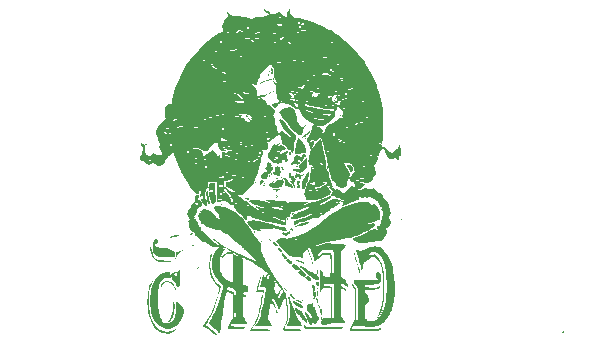
<source format=gbo>
%TF.GenerationSoftware,KiCad,Pcbnew,8.0.5*%
%TF.CreationDate,2024-10-17T22:46:51+07:00*%
%TF.ProjectId,beginer,62656769-6e65-4722-9e6b-696361645f70,1.0.0*%
%TF.SameCoordinates,Original*%
%TF.FileFunction,Legend,Bot*%
%TF.FilePolarity,Positive*%
%FSLAX46Y46*%
G04 Gerber Fmt 4.6, Leading zero omitted, Abs format (unit mm)*
G04 Created by KiCad (PCBNEW 8.0.5) date 2024-10-17 22:46:51*
%MOMM*%
%LPD*%
G01*
G04 APERTURE LIST*
%ADD10C,0.000000*%
G04 APERTURE END LIST*
D10*
%TO.C,G\u002A\u002A\u002A*%
G36*
X109680506Y-86584296D02*
G01*
X109657581Y-86607221D01*
X109634657Y-86584296D01*
X109657581Y-86561372D01*
X109680506Y-86584296D01*
G37*
G36*
X117749820Y-91260831D02*
G01*
X117726896Y-91283755D01*
X117703971Y-91260831D01*
X117726896Y-91237907D01*
X117749820Y-91260831D01*
G37*
G36*
X124764621Y-97862997D02*
G01*
X124741697Y-97885921D01*
X124718773Y-97862997D01*
X124741697Y-97840073D01*
X124764621Y-97862997D01*
G37*
G36*
X127377979Y-92498737D02*
G01*
X127355054Y-92521661D01*
X127332130Y-92498737D01*
X127355054Y-92475813D01*
X127377979Y-92498737D01*
G37*
G36*
X129028520Y-91765163D02*
G01*
X129005596Y-91788087D01*
X128982672Y-91765163D01*
X129005596Y-91742239D01*
X129028520Y-91765163D01*
G37*
G36*
X129349459Y-102631228D02*
G01*
X129326535Y-102654152D01*
X129303610Y-102631228D01*
X129326535Y-102608304D01*
X129349459Y-102631228D01*
G37*
G36*
X129532852Y-93690795D02*
G01*
X129509928Y-93713719D01*
X129487004Y-93690795D01*
X129509928Y-93667870D01*
X129532852Y-93690795D01*
G37*
G36*
X130083033Y-90527257D02*
G01*
X130060109Y-90550181D01*
X130037184Y-90527257D01*
X130060109Y-90504333D01*
X130083033Y-90527257D01*
G37*
G36*
X130128881Y-90435560D02*
G01*
X130105957Y-90458484D01*
X130083033Y-90435560D01*
X130105957Y-90412636D01*
X130128881Y-90435560D01*
G37*
G36*
X130220578Y-90389712D02*
G01*
X130197654Y-90412636D01*
X130174729Y-90389712D01*
X130197654Y-90366787D01*
X130220578Y-90389712D01*
G37*
G36*
X130587365Y-95662275D02*
G01*
X130564441Y-95685199D01*
X130541516Y-95662275D01*
X130564441Y-95639351D01*
X130587365Y-95662275D01*
G37*
G36*
X131412636Y-82274549D02*
G01*
X131389711Y-82297473D01*
X131366787Y-82274549D01*
X131389711Y-82251625D01*
X131412636Y-82274549D01*
G37*
G36*
X131412636Y-82595488D02*
G01*
X131389711Y-82618412D01*
X131366787Y-82595488D01*
X131389711Y-82572564D01*
X131412636Y-82595488D01*
G37*
G36*
X131458484Y-95203791D02*
G01*
X131435560Y-95226715D01*
X131412636Y-95203791D01*
X131435560Y-95180867D01*
X131458484Y-95203791D01*
G37*
G36*
X131504332Y-82137004D02*
G01*
X131481408Y-82159928D01*
X131458484Y-82137004D01*
X131481408Y-82114080D01*
X131504332Y-82137004D01*
G37*
G36*
X131550181Y-82457943D02*
G01*
X131527257Y-82480867D01*
X131504332Y-82457943D01*
X131527257Y-82435018D01*
X131550181Y-82457943D01*
G37*
G36*
X131550181Y-90343863D02*
G01*
X131527257Y-90366787D01*
X131504332Y-90343863D01*
X131527257Y-90320939D01*
X131550181Y-90343863D01*
G37*
G36*
X131550181Y-91352527D02*
G01*
X131527257Y-91375452D01*
X131504332Y-91352527D01*
X131527257Y-91329603D01*
X131550181Y-91352527D01*
G37*
G36*
X131641877Y-82641336D02*
G01*
X131618953Y-82664260D01*
X131596029Y-82641336D01*
X131618953Y-82618412D01*
X131641877Y-82641336D01*
G37*
G36*
X131733574Y-91352527D02*
G01*
X131710650Y-91375452D01*
X131687726Y-91352527D01*
X131710650Y-91329603D01*
X131733574Y-91352527D01*
G37*
G36*
X132146210Y-85071300D02*
G01*
X132123285Y-85094224D01*
X132100361Y-85071300D01*
X132123285Y-85048376D01*
X132146210Y-85071300D01*
G37*
G36*
X132512997Y-98734116D02*
G01*
X132490072Y-98757040D01*
X132467148Y-98734116D01*
X132490072Y-98711192D01*
X132512997Y-98734116D01*
G37*
G36*
X134025993Y-100522203D02*
G01*
X134003069Y-100545127D01*
X133980145Y-100522203D01*
X134003069Y-100499278D01*
X134025993Y-100522203D01*
G37*
G36*
X134315092Y-86475088D02*
G01*
X134314450Y-86475191D01*
X134310345Y-86476908D01*
X134312087Y-86471381D01*
X134315092Y-86475088D01*
G37*
G36*
X134622022Y-89197654D02*
G01*
X134599098Y-89220578D01*
X134576174Y-89197654D01*
X134599098Y-89174730D01*
X134622022Y-89197654D01*
G37*
G36*
X134713719Y-99100903D02*
G01*
X134690794Y-99123827D01*
X134667870Y-99100903D01*
X134690794Y-99077979D01*
X134713719Y-99100903D01*
G37*
G36*
X135034657Y-100843141D02*
G01*
X135011733Y-100866065D01*
X134988809Y-100843141D01*
X135011733Y-100820217D01*
X135034657Y-100843141D01*
G37*
G36*
X136180867Y-93278159D02*
G01*
X136157942Y-93301083D01*
X136135018Y-93278159D01*
X136157942Y-93255235D01*
X136180867Y-93278159D01*
G37*
G36*
X136364260Y-93094766D02*
G01*
X136341336Y-93117690D01*
X136318412Y-93094766D01*
X136341336Y-93071842D01*
X136364260Y-93094766D01*
G37*
G36*
X136685199Y-90664802D02*
G01*
X136662275Y-90687726D01*
X136639350Y-90664802D01*
X136662275Y-90641878D01*
X136685199Y-90664802D01*
G37*
G36*
X136731047Y-90756499D02*
G01*
X136708123Y-90779423D01*
X136685199Y-90756499D01*
X136708123Y-90733574D01*
X136731047Y-90756499D01*
G37*
G36*
X136822744Y-83420759D02*
G01*
X136799820Y-83443683D01*
X136776896Y-83420759D01*
X136799820Y-83397834D01*
X136822744Y-83420759D01*
G37*
G36*
X137006137Y-84750361D02*
G01*
X136983213Y-84773286D01*
X136960289Y-84750361D01*
X136983213Y-84727437D01*
X137006137Y-84750361D01*
G37*
G36*
X137281228Y-92590434D02*
G01*
X137258303Y-92613358D01*
X137235379Y-92590434D01*
X137258303Y-92567509D01*
X137281228Y-92590434D01*
G37*
G36*
X148789170Y-99742780D02*
G01*
X148766246Y-99765704D01*
X148743322Y-99742780D01*
X148766246Y-99719856D01*
X148789170Y-99742780D01*
G37*
G36*
X155849820Y-94653611D02*
G01*
X155826896Y-94676535D01*
X155803971Y-94653611D01*
X155826896Y-94630686D01*
X155849820Y-94653611D01*
G37*
G36*
X156766787Y-100247112D02*
G01*
X156743863Y-100270036D01*
X156720939Y-100247112D01*
X156743863Y-100224188D01*
X156766787Y-100247112D01*
G37*
G36*
X118284717Y-80341276D02*
G01*
X118291890Y-80355066D01*
X118254152Y-80371842D01*
X118229880Y-80368533D01*
X118223586Y-80341276D01*
X118230306Y-80335789D01*
X118284717Y-80341276D01*
G37*
G36*
X122334657Y-95960289D02*
G01*
X122331348Y-95984561D01*
X122304092Y-95990855D01*
X122298605Y-95984135D01*
X122304092Y-95929724D01*
X122317882Y-95922551D01*
X122334657Y-95960289D01*
G37*
G36*
X125528761Y-91757521D02*
G01*
X125535934Y-91771312D01*
X125498195Y-91788087D01*
X125473923Y-91784778D01*
X125467630Y-91757521D01*
X125474349Y-91752034D01*
X125528761Y-91757521D01*
G37*
G36*
X125544044Y-97381589D02*
G01*
X125540735Y-97405861D01*
X125513478Y-97412154D01*
X125507991Y-97405435D01*
X125513478Y-97351023D01*
X125527268Y-97343850D01*
X125544044Y-97381589D01*
G37*
G36*
X127225151Y-92399399D02*
G01*
X127232323Y-92413189D01*
X127194585Y-92429964D01*
X127170313Y-92426656D01*
X127164019Y-92399399D01*
X127170739Y-92393912D01*
X127225151Y-92399399D01*
G37*
G36*
X129655115Y-93637305D02*
G01*
X129662287Y-93651095D01*
X129624549Y-93667870D01*
X129600277Y-93664562D01*
X129593983Y-93637305D01*
X129600703Y-93631818D01*
X129655115Y-93637305D01*
G37*
G36*
X130128881Y-82389170D02*
G01*
X130125572Y-82413442D01*
X130098316Y-82419736D01*
X130092828Y-82413016D01*
X130098316Y-82358604D01*
X130112106Y-82351432D01*
X130128881Y-82389170D01*
G37*
G36*
X131183394Y-90137546D02*
G01*
X131180085Y-90161818D01*
X131152828Y-90168111D01*
X131147341Y-90161391D01*
X131152828Y-90106980D01*
X131166619Y-90099807D01*
X131183394Y-90137546D01*
G37*
G36*
X131351504Y-91161493D02*
G01*
X131358677Y-91175283D01*
X131320939Y-91192058D01*
X131296667Y-91188749D01*
X131290373Y-91161493D01*
X131297093Y-91156005D01*
X131351504Y-91161493D01*
G37*
G36*
X131699188Y-91620177D02*
G01*
X131706965Y-91636098D01*
X131641877Y-91643303D01*
X131578807Y-91636912D01*
X131584567Y-91620177D01*
X131605320Y-91614122D01*
X131699188Y-91620177D01*
G37*
G36*
X132283755Y-99123827D02*
G01*
X132280446Y-99148099D01*
X132253189Y-99154393D01*
X132247702Y-99147673D01*
X132253189Y-99093262D01*
X132266980Y-99086089D01*
X132283755Y-99123827D01*
G37*
G36*
X133750903Y-88670398D02*
G01*
X133747594Y-88694669D01*
X133720337Y-88700963D01*
X133714850Y-88694243D01*
X133720337Y-88639832D01*
X133734128Y-88632659D01*
X133750903Y-88670398D01*
G37*
G36*
X135034657Y-100957762D02*
G01*
X135031348Y-100982034D01*
X135004092Y-100988328D01*
X134998605Y-100981608D01*
X135004092Y-100927197D01*
X135017882Y-100920024D01*
X135034657Y-100957762D01*
G37*
G36*
X137140063Y-84471450D02*
G01*
X137136821Y-84517953D01*
X137115982Y-84531626D01*
X137106897Y-84515406D01*
X137112363Y-84443750D01*
X137128866Y-84422529D01*
X137140063Y-84471450D01*
G37*
G36*
X137174248Y-92307702D02*
G01*
X137181421Y-92321492D01*
X137143683Y-92338268D01*
X137119411Y-92334959D01*
X137113117Y-92307702D01*
X137119837Y-92302215D01*
X137174248Y-92307702D01*
G37*
G36*
X137273988Y-84544044D02*
G01*
X137267597Y-84607114D01*
X137250863Y-84601354D01*
X137244808Y-84580601D01*
X137250863Y-84486733D01*
X137266783Y-84478956D01*
X137273988Y-84544044D01*
G37*
G36*
X137372924Y-84727437D02*
G01*
X137369616Y-84751709D01*
X137342359Y-84758003D01*
X137336872Y-84751283D01*
X137342359Y-84696872D01*
X137356149Y-84689699D01*
X137372924Y-84727437D01*
G37*
G36*
X158447894Y-79378460D02*
G01*
X158455067Y-79392250D01*
X158417329Y-79409026D01*
X158393057Y-79405717D01*
X158386763Y-79378460D01*
X158393483Y-79372973D01*
X158447894Y-79378460D01*
G37*
G36*
X130202032Y-90268007D02*
G01*
X130195941Y-90277340D01*
X130150640Y-90319565D01*
X130128881Y-90300721D01*
X130132979Y-90290408D01*
X130181813Y-90247788D01*
X130207436Y-90236633D01*
X130202032Y-90268007D01*
G37*
G36*
X130247880Y-83023963D02*
G01*
X130233727Y-83044331D01*
X130194948Y-83076896D01*
X130188538Y-83076449D01*
X130178442Y-83049909D01*
X130227662Y-83003745D01*
X130253284Y-82992590D01*
X130247880Y-83023963D01*
G37*
G36*
X130843909Y-90588945D02*
G01*
X130837818Y-90598278D01*
X130792517Y-90640504D01*
X130770758Y-90621659D01*
X130774857Y-90611347D01*
X130823691Y-90568727D01*
X130849313Y-90557571D01*
X130843909Y-90588945D01*
G37*
G36*
X130966378Y-90682037D02*
G01*
X130972302Y-90688075D01*
X130994276Y-90721661D01*
X130940712Y-90707702D01*
X130897925Y-90684838D01*
X130884166Y-90650732D01*
X130906266Y-90645822D01*
X130966378Y-90682037D01*
G37*
G36*
X131244459Y-81095548D02*
G01*
X131250208Y-81154432D01*
X131238203Y-81172019D01*
X131198503Y-81191877D01*
X131183394Y-81125634D01*
X131190118Y-81092915D01*
X131229990Y-81082954D01*
X131244459Y-81095548D01*
G37*
G36*
X133338267Y-100135197D02*
G01*
X133328970Y-100187409D01*
X133294421Y-100202501D01*
X133276891Y-100181874D01*
X133276402Y-100108099D01*
X133300722Y-100057767D01*
X133328086Y-100052587D01*
X133338267Y-100135197D01*
G37*
G36*
X135169613Y-83213720D02*
G01*
X135125026Y-83262080D01*
X135067821Y-83295218D01*
X135040571Y-83295600D01*
X135081425Y-83236257D01*
X135120011Y-83200678D01*
X135165946Y-83192902D01*
X135169613Y-83213720D01*
G37*
G36*
X142497135Y-93600479D02*
G01*
X142486441Y-93665568D01*
X142471186Y-93682314D01*
X142409083Y-93686368D01*
X142388918Y-93665896D01*
X142411487Y-93608442D01*
X142452783Y-93582949D01*
X142497135Y-93600479D01*
G37*
G36*
X120800028Y-87208773D02*
G01*
X120850222Y-87264926D01*
X120844585Y-87340795D01*
X120807989Y-87379100D01*
X120754158Y-87372963D01*
X120729964Y-87294946D01*
X120738046Y-87241674D01*
X120773107Y-87203249D01*
X120800028Y-87208773D01*
G37*
G36*
X125183105Y-97759838D02*
G01*
X125168812Y-97777589D01*
X125107862Y-97836486D01*
X125085560Y-97822762D01*
X125102296Y-97799086D01*
X125165794Y-97742528D01*
X125199014Y-97716916D01*
X125222757Y-97705531D01*
X125183105Y-97759838D01*
G37*
G36*
X127801216Y-91056275D02*
G01*
X127836462Y-91100361D01*
X127835937Y-91110737D01*
X127816244Y-91146210D01*
X127808889Y-91144100D01*
X127767690Y-91100361D01*
X127760526Y-91082601D01*
X127787908Y-91054513D01*
X127801216Y-91056275D01*
G37*
G36*
X130128881Y-94857222D02*
G01*
X130127119Y-94870531D01*
X130083033Y-94905777D01*
X130072657Y-94905251D01*
X130037184Y-94885558D01*
X130039294Y-94878204D01*
X130083033Y-94837004D01*
X130100793Y-94829840D01*
X130128881Y-94857222D01*
G37*
G36*
X130560806Y-95505405D02*
G01*
X130564441Y-95547654D01*
X130555030Y-95561375D01*
X130515886Y-95593502D01*
X130511311Y-95592310D01*
X130495668Y-95547654D01*
X130497534Y-95535087D01*
X130544222Y-95501805D01*
X130560806Y-95505405D01*
G37*
G36*
X130768930Y-90743072D02*
G01*
X130822266Y-90789649D01*
X130805505Y-90832132D01*
X130781235Y-90844080D01*
X130708652Y-90834557D01*
X130679062Y-90753404D01*
X130679552Y-90739057D01*
X130700452Y-90710432D01*
X130768930Y-90743072D01*
G37*
G36*
X131022688Y-82989933D02*
G01*
X131069157Y-83036272D01*
X131059885Y-83093425D01*
X131045610Y-83105873D01*
X130982309Y-83117203D01*
X130954152Y-83053972D01*
X130959006Y-83022375D01*
X130997294Y-82985199D01*
X131022688Y-82989933D01*
G37*
G36*
X131169632Y-81323336D02*
G01*
X131183394Y-81400724D01*
X131174217Y-81478682D01*
X131147302Y-81518051D01*
X131129141Y-81509561D01*
X131106949Y-81448060D01*
X131110210Y-81365932D01*
X131140463Y-81309930D01*
X131169632Y-81323336D01*
G37*
G36*
X131257678Y-89930965D02*
G01*
X131274388Y-90011462D01*
X131273879Y-90036318D01*
X131262686Y-90081855D01*
X131229242Y-90045849D01*
X131213888Y-90020671D01*
X131186580Y-89937166D01*
X131229242Y-89908304D01*
X131257678Y-89930965D01*
G37*
G36*
X131586879Y-82811325D02*
G01*
X131550181Y-82847654D01*
X131510906Y-82869270D01*
X131435560Y-82892098D01*
X131421786Y-82883983D01*
X131458484Y-82847654D01*
X131497759Y-82826038D01*
X131573105Y-82803210D01*
X131586879Y-82811325D01*
G37*
G36*
X131608550Y-81733753D02*
G01*
X131641877Y-81795847D01*
X131640565Y-81806083D01*
X131596029Y-81838990D01*
X131574118Y-81830242D01*
X131550181Y-81767511D01*
X131556778Y-81734762D01*
X131596029Y-81724369D01*
X131608550Y-81733753D01*
G37*
G36*
X131652480Y-82482629D02*
G01*
X131687726Y-82526715D01*
X131687200Y-82537091D01*
X131667508Y-82572564D01*
X131660153Y-82570454D01*
X131618953Y-82526715D01*
X131611789Y-82508955D01*
X131639172Y-82480867D01*
X131652480Y-82482629D01*
G37*
G36*
X132061542Y-98848275D02*
G01*
X132122602Y-98927541D01*
X132203112Y-99055055D01*
X132096974Y-98953169D01*
X132090017Y-98946383D01*
X132027819Y-98870913D01*
X132016463Y-98825655D01*
X132019197Y-98823822D01*
X132061542Y-98848275D01*
G37*
G36*
X132357176Y-89681172D02*
G01*
X132398376Y-89724910D01*
X132405540Y-89742670D01*
X132378157Y-89770759D01*
X132364849Y-89768997D01*
X132329603Y-89724910D01*
X132330129Y-89714534D01*
X132349821Y-89679062D01*
X132357176Y-89681172D01*
G37*
G36*
X132512997Y-88946927D02*
G01*
X132505249Y-88967342D01*
X132444224Y-88991336D01*
X132412890Y-88989345D01*
X132375451Y-88973317D01*
X132383898Y-88961450D01*
X132444224Y-88928908D01*
X132479389Y-88921700D01*
X132512997Y-88946927D01*
G37*
G36*
X132805268Y-93593193D02*
G01*
X132833935Y-93667870D01*
X132819047Y-93737419D01*
X132773603Y-93753700D01*
X132724220Y-93687045D01*
X132704185Y-93630157D01*
X132707179Y-93584787D01*
X132765163Y-93576174D01*
X132805268Y-93593193D01*
G37*
G36*
X134484477Y-86315319D02*
G01*
X134484139Y-86322679D01*
X134453911Y-86393262D01*
X134447560Y-86398720D01*
X134399657Y-86400139D01*
X134395193Y-86380556D01*
X134430223Y-86322197D01*
X134461215Y-86298272D01*
X134484477Y-86315319D01*
G37*
G36*
X134862223Y-98895918D02*
G01*
X134897112Y-98940434D01*
X134895780Y-98951393D01*
X134851264Y-98986282D01*
X134840305Y-98984950D01*
X134805415Y-98940434D01*
X134806748Y-98929475D01*
X134851264Y-98894585D01*
X134862223Y-98895918D01*
G37*
G36*
X135291042Y-99417361D02*
G01*
X135309748Y-99493320D01*
X135299986Y-99545349D01*
X135263899Y-99559387D01*
X135245993Y-99543043D01*
X135218051Y-99464984D01*
X135222777Y-99435857D01*
X135263899Y-99398917D01*
X135291042Y-99417361D01*
G37*
G36*
X135642733Y-101960134D02*
G01*
X135661350Y-101990955D01*
X135661137Y-102077966D01*
X135653708Y-102095565D01*
X135608249Y-102148324D01*
X135574703Y-102123401D01*
X135574230Y-102031988D01*
X135600919Y-101956875D01*
X135642733Y-101960134D01*
G37*
G36*
X136822467Y-83536803D02*
G01*
X136775568Y-83583019D01*
X136751382Y-83597409D01*
X136680211Y-83625470D01*
X136660899Y-83611818D01*
X136710750Y-83562052D01*
X136772845Y-83525431D01*
X136821344Y-83518697D01*
X136822467Y-83536803D01*
G37*
G36*
X137135693Y-84655965D02*
G01*
X137143683Y-84753067D01*
X137132572Y-84825858D01*
X137102138Y-84844718D01*
X137082499Y-84812657D01*
X137084562Y-84727392D01*
X137084608Y-84727215D01*
X137114576Y-84646729D01*
X137135693Y-84655965D01*
G37*
G36*
X137292187Y-84820466D02*
G01*
X137327076Y-84864982D01*
X137325744Y-84875941D01*
X137281228Y-84910831D01*
X137270269Y-84909498D01*
X137235379Y-84864982D01*
X137236712Y-84854023D01*
X137281228Y-84819134D01*
X137292187Y-84820466D01*
G37*
G36*
X137411738Y-92066586D02*
G01*
X137463407Y-92104584D01*
X137434056Y-92170157D01*
X137430931Y-92173201D01*
X137362958Y-92196770D01*
X137310496Y-92131950D01*
X137308680Y-92085390D01*
X137374363Y-92063177D01*
X137411738Y-92066586D01*
G37*
G36*
X144994357Y-102426672D02*
G01*
X145029603Y-102470759D01*
X145029077Y-102481134D01*
X145009385Y-102516607D01*
X145002030Y-102514497D01*
X144960831Y-102470759D01*
X144953667Y-102452999D01*
X144981049Y-102424910D01*
X144994357Y-102426672D01*
G37*
G36*
X156136719Y-103117032D02*
G01*
X156191095Y-103159883D01*
X156165166Y-103233996D01*
X156133182Y-103261845D01*
X156073867Y-103269894D01*
X156036828Y-103216022D01*
X156043728Y-103146482D01*
X156094344Y-103112636D01*
X156136719Y-103117032D01*
G37*
G36*
X157465472Y-90368120D02*
G01*
X157500361Y-90412636D01*
X157499029Y-90423595D01*
X157454513Y-90458484D01*
X157443554Y-90457152D01*
X157408664Y-90412636D01*
X157409997Y-90401677D01*
X157454513Y-90366787D01*
X157465472Y-90368120D01*
G37*
G36*
X124856318Y-95815738D02*
G01*
X124831717Y-95852707D01*
X124753159Y-95904332D01*
X124694469Y-95930775D01*
X124614363Y-95954254D01*
X124605256Y-95932669D01*
X124672924Y-95868592D01*
X124747918Y-95814564D01*
X124829518Y-95779919D01*
X124856318Y-95815738D01*
G37*
G36*
X129330865Y-84844540D02*
G01*
X129405922Y-84893051D01*
X129441155Y-84955935D01*
X129411814Y-84972901D01*
X129326535Y-84967901D01*
X129253279Y-84945049D01*
X129213525Y-84896827D01*
X129259770Y-84840817D01*
X129261951Y-84839573D01*
X129330865Y-84844540D01*
G37*
G36*
X134351991Y-86791803D02*
G01*
X134299755Y-86838253D01*
X134262435Y-86857169D01*
X134163538Y-86879984D01*
X134160268Y-86879874D01*
X134147300Y-86860418D01*
X134209317Y-86815665D01*
X134266620Y-86788731D01*
X134334616Y-86773715D01*
X134351991Y-86791803D01*
G37*
G36*
X134942961Y-83168592D02*
G01*
X134965069Y-83207562D01*
X134988107Y-83274457D01*
X134985030Y-83286253D01*
X134942961Y-83283213D01*
X134921177Y-83260248D01*
X134897814Y-83177349D01*
X134897969Y-83166923D01*
X134907354Y-83125627D01*
X134942961Y-83168592D01*
G37*
G36*
X131210779Y-95321563D02*
G01*
X131296070Y-95359744D01*
X131376781Y-95423158D01*
X131412636Y-95482156D01*
X131401340Y-95500322D01*
X131337583Y-95482886D01*
X131229242Y-95410109D01*
X131186635Y-95375084D01*
X131153507Y-95331903D01*
X131191581Y-95319431D01*
X131210779Y-95321563D01*
G37*
G36*
X131332553Y-82893753D02*
G01*
X131329581Y-82922269D01*
X131268708Y-82983674D01*
X131186506Y-83050099D01*
X131146514Y-83073300D01*
X131137545Y-83057246D01*
X131141354Y-83043700D01*
X131191101Y-82983119D01*
X131267133Y-82921622D01*
X131329293Y-82893502D01*
X131332553Y-82893753D01*
G37*
G36*
X131622580Y-90415420D02*
G01*
X131615752Y-90443151D01*
X131550866Y-90502216D01*
X131546111Y-90505838D01*
X131462612Y-90559002D01*
X131416668Y-90569496D01*
X131422767Y-90542332D01*
X131477493Y-90488901D01*
X131553986Y-90438025D01*
X131618953Y-90415113D01*
X131622580Y-90415420D01*
G37*
G36*
X133594887Y-89149709D02*
G01*
X133630784Y-89190096D01*
X133659206Y-89240227D01*
X133635508Y-89261292D01*
X133568548Y-89263350D01*
X133509537Y-89239020D01*
X133500223Y-89221438D01*
X133506349Y-89148501D01*
X133509360Y-89140936D01*
X133539852Y-89108852D01*
X133594887Y-89149709D01*
G37*
G36*
X123274549Y-95127267D02*
G01*
X123083534Y-95193738D01*
X122918148Y-95243853D01*
X122815104Y-95261903D01*
X122762214Y-95249788D01*
X122747293Y-95209405D01*
X122773160Y-95132054D01*
X122861057Y-95074559D01*
X123020610Y-95036863D01*
X123261408Y-95015345D01*
X123641336Y-94995809D01*
X123274549Y-95127267D01*
G37*
G36*
X124272774Y-95010231D02*
G01*
X124287652Y-95012344D01*
X124299870Y-95020571D01*
X124233660Y-95026257D01*
X124099820Y-95028277D01*
X124060649Y-95028086D01*
X123947731Y-95024812D01*
X123908451Y-95018363D01*
X123951835Y-95009862D01*
X123957962Y-95009243D01*
X124121159Y-95002534D01*
X124272774Y-95010231D01*
G37*
G36*
X133332242Y-93137734D02*
G01*
X133240556Y-93206360D01*
X133175168Y-93288237D01*
X133159915Y-93320025D01*
X133137722Y-93333663D01*
X133120178Y-93262760D01*
X133110899Y-93204065D01*
X133118423Y-93151454D01*
X133171534Y-93123355D01*
X133292419Y-93098626D01*
X133452888Y-93068850D01*
X133332242Y-93137734D01*
G37*
G36*
X135446466Y-100885984D02*
G01*
X135510720Y-100962665D01*
X135538989Y-101058629D01*
X135534449Y-101086326D01*
X135489659Y-101133869D01*
X135430278Y-101135522D01*
X135397936Y-101083845D01*
X135394627Y-101048750D01*
X135379069Y-100946300D01*
X135375981Y-100902892D01*
X135396331Y-100866065D01*
X135446466Y-100885984D01*
G37*
G36*
X124692193Y-94815736D02*
G01*
X124718465Y-94854135D01*
X124705956Y-94919610D01*
X124661462Y-94967109D01*
X124618390Y-94979474D01*
X124512455Y-94992834D01*
X124460672Y-94990388D01*
X124462946Y-94966852D01*
X124535379Y-94905777D01*
X124537831Y-94903864D01*
X124627478Y-94841521D01*
X124684387Y-94815099D01*
X124692193Y-94815736D01*
G37*
G36*
X129956762Y-94638336D02*
G01*
X129968412Y-94676535D01*
X129961248Y-94694295D01*
X129988630Y-94722383D01*
X130001938Y-94724145D01*
X130037184Y-94768231D01*
X130030883Y-94805969D01*
X129997485Y-94797802D01*
X129922563Y-94722383D01*
X129878989Y-94671922D01*
X129867388Y-94637269D01*
X129918163Y-94630686D01*
X129956762Y-94638336D01*
G37*
G36*
X131415084Y-89773150D02*
G01*
X131446550Y-89833570D01*
X131453119Y-89888763D01*
X131412636Y-89885379D01*
X131387243Y-89883019D01*
X131366787Y-89936163D01*
X131362028Y-89975093D01*
X131338357Y-89986853D01*
X131327505Y-89933211D01*
X131341507Y-89832595D01*
X131352581Y-89792532D01*
X131380591Y-89743597D01*
X131415084Y-89773150D01*
G37*
G36*
X132346580Y-89251442D02*
G01*
X132403144Y-89338146D01*
X132448969Y-89445279D01*
X132465499Y-89536896D01*
X132465415Y-89537686D01*
X132439704Y-89525323D01*
X132383129Y-89464840D01*
X132316681Y-89382266D01*
X132261352Y-89303631D01*
X132238134Y-89254964D01*
X132244175Y-89240344D01*
X132302194Y-89220578D01*
X132346580Y-89251442D01*
G37*
G36*
X134301785Y-86504062D02*
G01*
X134302096Y-86522296D01*
X134312545Y-86588011D01*
X134288093Y-86624472D01*
X134209387Y-86678083D01*
X134103400Y-86727207D01*
X134008905Y-86742845D01*
X133981364Y-86709402D01*
X134026820Y-86640306D01*
X134151311Y-86548986D01*
X134192962Y-86526027D01*
X134310345Y-86476908D01*
X134301785Y-86504062D01*
G37*
G36*
X135252069Y-100332154D02*
G01*
X135299070Y-100417711D01*
X135334064Y-100557445D01*
X135338552Y-100590006D01*
X135341396Y-100688761D01*
X135323739Y-100728520D01*
X135290348Y-100692392D01*
X135248823Y-100599424D01*
X135211495Y-100484109D01*
X135189481Y-100381026D01*
X135193901Y-100324751D01*
X135203163Y-100317544D01*
X135252069Y-100332154D01*
G37*
G36*
X135391084Y-99008271D02*
G01*
X135426750Y-99101946D01*
X135401444Y-99215524D01*
X135386124Y-99241287D01*
X135312686Y-99301598D01*
X135239155Y-99274385D01*
X135176481Y-99162241D01*
X135156929Y-99106167D01*
X135138940Y-99030732D01*
X135165745Y-98995242D01*
X135249645Y-98966850D01*
X135310945Y-98961525D01*
X135391084Y-99008271D01*
G37*
G36*
X135329940Y-99659947D02*
G01*
X135348897Y-99744072D01*
X135355596Y-99903249D01*
X135352107Y-100024633D01*
X135336442Y-100130927D01*
X135309748Y-100155416D01*
X135294604Y-100133434D01*
X135272564Y-100039155D01*
X135263899Y-99903249D01*
X135266485Y-99827719D01*
X135283006Y-99709910D01*
X135309748Y-99651083D01*
X135329940Y-99659947D01*
G37*
G36*
X136115263Y-88978809D02*
G01*
X136133397Y-89078583D01*
X136152807Y-89220578D01*
X136164639Y-89345130D01*
X136160731Y-89415342D01*
X136136796Y-89403972D01*
X136122768Y-89368043D01*
X136104725Y-89273663D01*
X136092080Y-89156122D01*
X136086766Y-89043897D01*
X136090722Y-88965466D01*
X136105883Y-88949308D01*
X136115263Y-88978809D01*
G37*
G36*
X136466753Y-90962852D02*
G01*
X136603536Y-90983757D01*
X136710822Y-91031589D01*
X136761184Y-91073022D01*
X136772559Y-91113989D01*
X136710822Y-91169134D01*
X136651454Y-91212139D01*
X136591808Y-91230071D01*
X136528817Y-91195241D01*
X136433033Y-91100361D01*
X136301256Y-90962816D01*
X136461540Y-90962816D01*
X136466753Y-90962852D01*
G37*
G36*
X131655363Y-95604797D02*
G01*
X131746985Y-95665007D01*
X131847830Y-95754051D01*
X131929304Y-95845493D01*
X131962816Y-95912896D01*
X131943149Y-95952950D01*
X131873324Y-95957014D01*
X131775458Y-95914368D01*
X131673380Y-95831697D01*
X131647651Y-95803890D01*
X131568216Y-95692969D01*
X131557423Y-95619859D01*
X131617373Y-95593502D01*
X131655363Y-95604797D01*
G37*
G36*
X131894672Y-91634203D02*
G01*
X131935945Y-91670333D01*
X131914515Y-91746822D01*
X131886993Y-91789401D01*
X131818480Y-91831834D01*
X131756498Y-91788087D01*
X131755224Y-91761330D01*
X131811103Y-91738619D01*
X131851378Y-91731855D01*
X131836447Y-91711779D01*
X131814350Y-91698126D01*
X131803529Y-91648628D01*
X131822577Y-91633049D01*
X131894672Y-91634203D01*
G37*
G36*
X133174809Y-94416877D02*
G01*
X133209954Y-94455836D01*
X133211541Y-94564020D01*
X133199939Y-94617113D01*
X133178008Y-94652754D01*
X133145033Y-94611473D01*
X133106147Y-94569223D01*
X133009712Y-94564331D01*
X133001558Y-94566842D01*
X132938261Y-94569345D01*
X132933406Y-94509557D01*
X132964651Y-94451340D01*
X133057632Y-94405295D01*
X133174809Y-94416877D01*
G37*
G36*
X133593307Y-100481467D02*
G01*
X133718208Y-100526659D01*
X133844022Y-100585560D01*
X133941187Y-100644751D01*
X133980145Y-100690811D01*
X133974259Y-100705758D01*
X133909285Y-100709217D01*
X133778745Y-100665229D01*
X133590433Y-100576089D01*
X133529914Y-100542868D01*
X133463226Y-100490938D01*
X133482556Y-100464897D01*
X133498877Y-100463406D01*
X133593307Y-100481467D01*
G37*
G36*
X135635580Y-101297017D02*
G01*
X135676067Y-101378712D01*
X135705286Y-101494795D01*
X135715507Y-101610754D01*
X135699003Y-101692074D01*
X135679578Y-101716485D01*
X135622990Y-101725692D01*
X135570310Y-101658899D01*
X135532631Y-101527101D01*
X135526899Y-101490544D01*
X135517337Y-101360665D01*
X135542039Y-101296145D01*
X135606438Y-101278701D01*
X135635580Y-101297017D01*
G37*
G36*
X130715056Y-90374772D02*
G01*
X130761629Y-90408637D01*
X130732899Y-90478035D01*
X130629686Y-90592502D01*
X130591193Y-90630285D01*
X130510400Y-90704204D01*
X130469217Y-90733574D01*
X130464885Y-90728934D01*
X130454127Y-90665082D01*
X130449820Y-90550181D01*
X130450179Y-90496066D01*
X130461887Y-90406620D01*
X130507546Y-90372339D01*
X130610289Y-90366787D01*
X130715056Y-90374772D01*
G37*
G36*
X132046122Y-96055906D02*
G01*
X132145873Y-96125329D01*
X132239421Y-96215038D01*
X132302533Y-96302697D01*
X132310978Y-96365968D01*
X132295043Y-96383336D01*
X132218842Y-96387911D01*
X132112630Y-96326188D01*
X131991791Y-96205883D01*
X131980964Y-96192888D01*
X131915227Y-96105346D01*
X131906343Y-96059268D01*
X131948702Y-96032025D01*
X131964399Y-96029107D01*
X132046122Y-96055906D01*
G37*
G36*
X132518195Y-99449213D02*
G01*
X132613773Y-99561462D01*
X132727303Y-99706054D01*
X132805082Y-99819403D01*
X132833935Y-99883398D01*
X132822325Y-99887988D01*
X132769793Y-99846052D01*
X132689741Y-99762937D01*
X132598621Y-99657877D01*
X132512882Y-99550106D01*
X132448976Y-99458857D01*
X132423354Y-99403364D01*
X132423485Y-99397316D01*
X132450646Y-99387321D01*
X132518195Y-99449213D01*
G37*
G36*
X129270463Y-91838321D02*
G01*
X129318749Y-91847514D01*
X129436127Y-91868471D01*
X129500274Y-91877787D01*
X129510162Y-91891989D01*
X129477349Y-91946812D01*
X129435139Y-91989573D01*
X129372453Y-92008857D01*
X129303610Y-91948556D01*
X129263981Y-91912015D01*
X129186081Y-91879784D01*
X129163805Y-91877366D01*
X129101237Y-91840318D01*
X129102297Y-91830467D01*
X129158537Y-91823629D01*
X129270463Y-91838321D01*
G37*
G36*
X137907657Y-89035709D02*
G01*
X138073864Y-89093619D01*
X138184211Y-89162193D01*
X138271644Y-89297868D01*
X138292507Y-89465530D01*
X138239624Y-89641471D01*
X138219606Y-89672664D01*
X138188839Y-89684702D01*
X138144305Y-89650337D01*
X138074256Y-89559206D01*
X137966940Y-89400944D01*
X137880991Y-89269476D01*
X137797135Y-89126272D01*
X137771893Y-89044559D01*
X137807867Y-89016864D01*
X137907657Y-89035709D01*
G37*
G36*
X132916123Y-97058754D02*
G01*
X133044345Y-97162325D01*
X133099371Y-97213305D01*
X133162479Y-97283388D01*
X133168443Y-97327766D01*
X133126057Y-97368643D01*
X133066198Y-97406311D01*
X132988358Y-97419701D01*
X132903061Y-97375043D01*
X132786149Y-97264968D01*
X132767366Y-97245436D01*
X132686861Y-97151975D01*
X132666144Y-97096318D01*
X132696920Y-97059352D01*
X132730972Y-97039983D01*
X132819786Y-97020381D01*
X132916123Y-97058754D01*
G37*
G36*
X131380534Y-80757832D02*
G01*
X131461072Y-80841787D01*
X131502444Y-80900196D01*
X131545881Y-81046341D01*
X131521283Y-81231499D01*
X131490606Y-81295960D01*
X131432918Y-81334657D01*
X131372907Y-81320364D01*
X131345231Y-81261015D01*
X131392697Y-81177753D01*
X131419569Y-81149855D01*
X131440980Y-81106016D01*
X131393118Y-81077454D01*
X131342746Y-81023541D01*
X131320939Y-80894193D01*
X131321985Y-80838119D01*
X131337689Y-80755294D01*
X131380534Y-80757832D01*
G37*
G36*
X134667870Y-86121551D02*
G01*
X134667631Y-86129732D01*
X134640578Y-86238925D01*
X134581987Y-86367174D01*
X134510867Y-86478765D01*
X134446225Y-86537985D01*
X134408493Y-86543431D01*
X134339837Y-86505615D01*
X134315092Y-86475088D01*
X134401045Y-86461305D01*
X134427811Y-86461369D01*
X134482959Y-86414921D01*
X134529139Y-86290688D01*
X134530736Y-86284827D01*
X134573598Y-86164062D01*
X134618356Y-86087310D01*
X134653588Y-86068498D01*
X134667870Y-86121551D01*
G37*
G36*
X132350431Y-90039166D02*
G01*
X132281339Y-90116808D01*
X132197089Y-90167701D01*
X132054830Y-90192442D01*
X131956282Y-90198308D01*
X131894352Y-90228744D01*
X131876718Y-90251745D01*
X131814502Y-90269354D01*
X131761516Y-90202862D01*
X131759961Y-90198656D01*
X131760526Y-90156929D01*
X131814698Y-90140555D01*
X131941056Y-90143379D01*
X131952381Y-90144023D01*
X132125708Y-90133106D01*
X132243316Y-90074779D01*
X132280689Y-90045019D01*
X132346697Y-90011348D01*
X132350431Y-90039166D01*
G37*
G36*
X132366264Y-96505548D02*
G01*
X132446875Y-96571687D01*
X132545305Y-96668307D01*
X132641027Y-96773922D01*
X132713514Y-96867048D01*
X132742238Y-96926198D01*
X132729938Y-96948525D01*
X132662004Y-96983197D01*
X132660366Y-96983625D01*
X132557938Y-97004237D01*
X132506434Y-96983336D01*
X132469526Y-96906434D01*
X132427460Y-96832116D01*
X132356039Y-96770328D01*
X132325728Y-96746953D01*
X132289529Y-96660259D01*
X132287746Y-96558831D01*
X132325537Y-96490059D01*
X132366264Y-96505548D01*
G37*
G36*
X133114720Y-99969744D02*
G01*
X133110698Y-99993913D01*
X133098908Y-100007381D01*
X133120466Y-100072605D01*
X133220424Y-100181664D01*
X133273471Y-100235186D01*
X133352870Y-100333217D01*
X133384116Y-100400360D01*
X133384101Y-100402227D01*
X133368136Y-100433537D01*
X133316966Y-100410336D01*
X133223007Y-100327108D01*
X133078672Y-100178340D01*
X133074287Y-100173662D01*
X132973094Y-100059958D01*
X132935907Y-99995638D01*
X132960625Y-99967055D01*
X133045148Y-99960560D01*
X133114720Y-99969744D01*
G37*
G36*
X133677159Y-97122379D02*
G01*
X133825199Y-97154450D01*
X133978776Y-97202324D01*
X134105830Y-97256121D01*
X134174298Y-97305964D01*
X134184773Y-97325007D01*
X134208684Y-97413439D01*
X134206516Y-97424297D01*
X134181124Y-97433667D01*
X134118125Y-97419552D01*
X134006214Y-97377988D01*
X133834085Y-97305012D01*
X133590433Y-97196659D01*
X133581935Y-97192833D01*
X133498483Y-97151981D01*
X133493233Y-97131632D01*
X133560606Y-97116862D01*
X133566719Y-97115991D01*
X133677159Y-97122379D01*
G37*
G36*
X133017329Y-94701809D02*
G01*
X133006718Y-94721173D01*
X132946378Y-94790565D01*
X132850446Y-94885931D01*
X132791538Y-94936968D01*
X132678836Y-95013288D01*
X132595266Y-95043322D01*
X132475348Y-95024337D01*
X132367735Y-94944285D01*
X132329603Y-94809867D01*
X132333607Y-94719889D01*
X132360318Y-94699356D01*
X132431501Y-94742707D01*
X132553425Y-94801820D01*
X132659907Y-94806855D01*
X132721951Y-94754968D01*
X132732673Y-94740578D01*
X132800669Y-94706261D01*
X132895907Y-94683838D01*
X132980691Y-94680093D01*
X133017329Y-94701809D01*
G37*
G36*
X133427685Y-100611837D02*
G01*
X133492086Y-100656664D01*
X133624225Y-100727700D01*
X133781302Y-100798097D01*
X133898898Y-100848264D01*
X133997415Y-100904661D01*
X134045223Y-100964667D01*
X134063284Y-101046765D01*
X134066264Y-101125432D01*
X134045108Y-101171365D01*
X133984884Y-101173241D01*
X133871856Y-101130974D01*
X133692285Y-101044481D01*
X133574616Y-100982908D01*
X133370622Y-100856165D01*
X133244128Y-100743808D01*
X133200722Y-100650317D01*
X133201978Y-100634038D01*
X133247059Y-100572293D01*
X133333123Y-100563057D01*
X133427685Y-100611837D01*
G37*
G36*
X134570646Y-98502015D02*
G01*
X134702794Y-98594995D01*
X134776936Y-98728668D01*
X134772665Y-98902294D01*
X134759424Y-98959351D01*
X134739149Y-99003351D01*
X134722762Y-98963358D01*
X134705725Y-98907345D01*
X134656672Y-98825813D01*
X134628105Y-98808622D01*
X134635729Y-98857513D01*
X134633422Y-98886777D01*
X134577631Y-98868389D01*
X134459083Y-98791377D01*
X134378089Y-98731810D01*
X134289617Y-98658585D01*
X134255235Y-98617775D01*
X134276675Y-98578810D01*
X134342763Y-98508647D01*
X134405990Y-98460896D01*
X134470053Y-98457180D01*
X134570646Y-98502015D01*
G37*
G36*
X131426088Y-81803995D02*
G01*
X131439382Y-81832805D01*
X131387016Y-81867782D01*
X131283847Y-81886981D01*
X131260733Y-81889113D01*
X131141958Y-81917560D01*
X130976832Y-81971991D01*
X130793683Y-82043369D01*
X130619087Y-82114534D01*
X130445787Y-82176977D01*
X130351649Y-82197810D01*
X130337451Y-82176891D01*
X130403971Y-82114080D01*
X130509697Y-82051637D01*
X130612057Y-82023403D01*
X130635347Y-82021225D01*
X130749040Y-81989617D01*
X130881613Y-81932607D01*
X130947330Y-81902540D01*
X131086528Y-81853767D01*
X131227496Y-81818442D01*
X131348071Y-81800529D01*
X131426088Y-81803995D01*
G37*
G36*
X134486116Y-93900751D02*
G01*
X134560173Y-93928141D01*
X134575838Y-93970600D01*
X134518863Y-94005938D01*
X134472675Y-94019332D01*
X134356808Y-94055894D01*
X134209387Y-94104230D01*
X134114029Y-94135378D01*
X133918675Y-94196478D01*
X133750903Y-94245915D01*
X133667558Y-94268146D01*
X133499933Y-94301453D01*
X133410410Y-94296576D01*
X133395191Y-94253598D01*
X133409643Y-94237977D01*
X133494731Y-94191989D01*
X133636638Y-94133195D01*
X133813982Y-94068785D01*
X134005383Y-94005950D01*
X134189456Y-93951883D01*
X134344819Y-93913774D01*
X134450090Y-93898815D01*
X134486116Y-93900751D01*
G37*
G36*
X132014740Y-91110616D02*
G01*
X132120295Y-91117564D01*
X132140107Y-91127602D01*
X132077437Y-91141254D01*
X132036804Y-91148826D01*
X131932777Y-91184269D01*
X131888313Y-91226444D01*
X131886270Y-91245197D01*
X131876850Y-91306679D01*
X131873296Y-91313000D01*
X131820366Y-91329603D01*
X131798020Y-91319713D01*
X131796003Y-91260831D01*
X131796592Y-91220426D01*
X131742629Y-91198055D01*
X131614809Y-91192058D01*
X131556811Y-91190631D01*
X131457242Y-91175401D01*
X131435560Y-91146210D01*
X131446027Y-91138424D01*
X131529483Y-91120036D01*
X131675440Y-91108856D01*
X131862363Y-91106868D01*
X132014740Y-91110616D01*
G37*
G36*
X123145822Y-100665530D02*
G01*
X123177121Y-100780100D01*
X123191528Y-100869487D01*
X123202415Y-101141025D01*
X123174438Y-101428228D01*
X123113092Y-101709768D01*
X123023871Y-101964314D01*
X122912271Y-102170533D01*
X122783784Y-102307098D01*
X122707478Y-102355430D01*
X122653036Y-102379062D01*
X122635719Y-102377914D01*
X122606370Y-102348198D01*
X122644598Y-102273962D01*
X122752907Y-102149450D01*
X122773455Y-102127260D01*
X122909294Y-101935834D01*
X123000648Y-101705343D01*
X123052099Y-101420010D01*
X123068231Y-101064062D01*
X123068517Y-101011682D01*
X123076345Y-100815732D01*
X123093276Y-100688973D01*
X123117154Y-100637030D01*
X123145822Y-100665530D01*
G37*
G36*
X124002388Y-96242385D02*
G01*
X124026629Y-96251039D01*
X123962275Y-96275203D01*
X123811153Y-96341129D01*
X123585263Y-96516284D01*
X123414049Y-96762786D01*
X123350102Y-96878607D01*
X123283130Y-96976983D01*
X123239053Y-97014802D01*
X123224476Y-96995496D01*
X123259039Y-96934567D01*
X123262682Y-96930017D01*
X123307145Y-96813272D01*
X123317814Y-96636553D01*
X123318140Y-96507685D01*
X123337807Y-96437349D01*
X123383529Y-96418083D01*
X123402184Y-96416802D01*
X123508911Y-96394055D01*
X123641694Y-96352810D01*
X123762055Y-96306060D01*
X123831515Y-96266801D01*
X123866440Y-96249751D01*
X123958454Y-96239950D01*
X124002388Y-96242385D01*
G37*
G36*
X133059955Y-88154603D02*
G01*
X133055905Y-88208708D01*
X133021161Y-88257097D01*
X132965681Y-88240918D01*
X132906968Y-88169319D01*
X132879465Y-88096371D01*
X132935428Y-88096371D01*
X132940915Y-88150783D01*
X132954705Y-88157955D01*
X132971480Y-88120217D01*
X132968172Y-88095945D01*
X132940915Y-88089651D01*
X132935428Y-88096371D01*
X132879465Y-88096371D01*
X132862526Y-88051444D01*
X132858848Y-88034710D01*
X132850771Y-87964273D01*
X132872010Y-87975054D01*
X132873310Y-87976983D01*
X132911982Y-88006549D01*
X132947097Y-87952130D01*
X132962609Y-87916019D01*
X132987194Y-87896181D01*
X133019027Y-87959748D01*
X133039859Y-88025539D01*
X133054601Y-88120217D01*
X133059955Y-88154603D01*
G37*
G36*
X138444105Y-96544813D02*
G01*
X138503603Y-96712295D01*
X138582665Y-96968381D01*
X138681195Y-97312816D01*
X138741846Y-97529751D01*
X138807602Y-97763011D01*
X138862153Y-97954396D01*
X138901076Y-98088409D01*
X138919949Y-98149549D01*
X138924273Y-98174490D01*
X138890826Y-98206860D01*
X138876080Y-98206001D01*
X138840072Y-98187031D01*
X138829966Y-98146387D01*
X138797984Y-98030547D01*
X138748088Y-97854128D01*
X138684347Y-97631506D01*
X138610831Y-97377058D01*
X138545512Y-97148995D01*
X138480021Y-96913532D01*
X138428103Y-96719259D01*
X138393909Y-96581755D01*
X138381589Y-96516598D01*
X138384190Y-96476699D01*
X138404268Y-96466195D01*
X138444105Y-96544813D01*
G37*
G36*
X122857850Y-98927766D02*
G01*
X123051595Y-99085085D01*
X123108233Y-99159171D01*
X123186368Y-99281710D01*
X123262579Y-99416114D01*
X123320390Y-99533106D01*
X123343322Y-99603409D01*
X123337499Y-99628863D01*
X123298574Y-99617391D01*
X123229301Y-99535772D01*
X123137004Y-99391526D01*
X123030099Y-99236128D01*
X122852270Y-99071135D01*
X122662609Y-98992022D01*
X122469178Y-98999668D01*
X122280035Y-99094952D01*
X122103241Y-99278755D01*
X122039211Y-99359504D01*
X121984211Y-99408511D01*
X121972067Y-99388192D01*
X122004253Y-99306170D01*
X122082242Y-99170071D01*
X122090339Y-99157467D01*
X122255309Y-98973457D01*
X122446813Y-98873083D01*
X122651958Y-98857476D01*
X122857850Y-98927766D01*
G37*
G36*
X134170331Y-102513553D02*
G01*
X134217321Y-102611646D01*
X134289619Y-102775458D01*
X135849316Y-102757135D01*
X136113976Y-102754188D01*
X136501749Y-102750974D01*
X136810608Y-102750667D01*
X137048630Y-102753912D01*
X137223888Y-102761352D01*
X137344457Y-102773629D01*
X137418412Y-102791388D01*
X137453826Y-102815271D01*
X137458775Y-102845922D01*
X137441332Y-102883984D01*
X137389550Y-102897273D01*
X137247789Y-102907917D01*
X137018281Y-102915391D01*
X136703006Y-102919653D01*
X136303943Y-102920660D01*
X135823074Y-102918371D01*
X134233517Y-102906318D01*
X134172562Y-102779109D01*
X134135696Y-102665699D01*
X134128315Y-102549867D01*
X134129599Y-102542228D01*
X134144906Y-102493062D01*
X134170331Y-102513553D01*
G37*
G36*
X126011846Y-91264893D02*
G01*
X126037798Y-91392754D01*
X126049762Y-91581769D01*
X126050486Y-91603740D01*
X126073699Y-91779051D01*
X126118470Y-91948556D01*
X126125790Y-91969267D01*
X126175866Y-92158085D01*
X126176884Y-92288183D01*
X126128610Y-92350335D01*
X126097370Y-92350072D01*
X126057217Y-92296845D01*
X126056054Y-92291389D01*
X126023181Y-92197183D01*
X125968218Y-92077724D01*
X125939983Y-92017847D01*
X125918033Y-91914998D01*
X125948262Y-91811175D01*
X125950115Y-91807071D01*
X125975064Y-91732437D01*
X125961831Y-91716130D01*
X125929485Y-91720837D01*
X125893527Y-91665627D01*
X125879567Y-91549481D01*
X125891497Y-91390416D01*
X125905392Y-91315115D01*
X125940112Y-91219384D01*
X125977440Y-91204873D01*
X126011846Y-91264893D01*
G37*
G36*
X134603513Y-89580220D02*
G01*
X134584305Y-89647734D01*
X134566826Y-89780499D01*
X134556330Y-89946163D01*
X134527742Y-90207719D01*
X134452846Y-90435560D01*
X134420776Y-90502645D01*
X134345970Y-90680420D01*
X134280760Y-90859657D01*
X134268560Y-90896181D01*
X134216691Y-91023038D01*
X134164625Y-91084386D01*
X134096988Y-91100361D01*
X134071166Y-91099279D01*
X134017219Y-91076885D01*
X133985099Y-91008172D01*
X133961468Y-90870515D01*
X133953768Y-90773156D01*
X133969992Y-90542796D01*
X134026926Y-90330172D01*
X134116754Y-90170517D01*
X134134925Y-90147487D01*
X134207564Y-90038678D01*
X134284183Y-89906303D01*
X134304893Y-89870115D01*
X134405696Y-89729658D01*
X134511231Y-89622009D01*
X134537331Y-89602154D01*
X134597606Y-89565389D01*
X134603513Y-89580220D01*
G37*
G36*
X132180596Y-83677472D02*
G01*
X132232651Y-83703832D01*
X132279446Y-83757021D01*
X132267375Y-83796925D01*
X132193625Y-83797595D01*
X132140612Y-83792980D01*
X132113391Y-83824550D01*
X132112809Y-83844411D01*
X132065975Y-83882889D01*
X132049172Y-83885198D01*
X131970036Y-83896435D01*
X131960562Y-83900828D01*
X131908766Y-83959347D01*
X131844989Y-84062636D01*
X131826349Y-84096162D01*
X131768426Y-84186749D01*
X131732142Y-84223105D01*
X131715783Y-84214919D01*
X131648429Y-84158753D01*
X131554282Y-84066867D01*
X131480488Y-83989378D01*
X131436105Y-83928640D01*
X131445524Y-83892329D01*
X131503022Y-83857019D01*
X131581084Y-83829743D01*
X131675512Y-83831160D01*
X131749124Y-83827499D01*
X131843861Y-83772749D01*
X131928350Y-83705993D01*
X132051932Y-83657109D01*
X132180596Y-83677472D01*
G37*
G36*
X133664718Y-86791213D02*
G01*
X133782003Y-86833869D01*
X133906775Y-86925582D01*
X134002894Y-87040580D01*
X134095337Y-87200968D01*
X134235933Y-87472431D01*
X134317773Y-87683261D01*
X134341243Y-87839644D01*
X134306727Y-87947767D01*
X134214610Y-88013818D01*
X134065277Y-88043983D01*
X133930801Y-88068112D01*
X133819675Y-88109812D01*
X133749696Y-88146986D01*
X133683103Y-88159652D01*
X133650338Y-88116536D01*
X133609981Y-88092418D01*
X133508778Y-88123984D01*
X133412620Y-88155919D01*
X133355709Y-88152942D01*
X133351070Y-88143720D01*
X133349150Y-88062792D01*
X133365754Y-87920092D01*
X133396737Y-87734654D01*
X133437952Y-87525517D01*
X133485254Y-87311716D01*
X133534496Y-87112289D01*
X133581534Y-86946272D01*
X133622220Y-86832701D01*
X133652408Y-86790614D01*
X133664718Y-86791213D01*
G37*
G36*
X133825037Y-90408711D02*
G01*
X133815205Y-90476086D01*
X133790675Y-90539796D01*
X133736777Y-90633910D01*
X133714297Y-90671917D01*
X133735179Y-90725607D01*
X133737077Y-90726952D01*
X133777955Y-90793374D01*
X133811188Y-90904846D01*
X133812963Y-90914012D01*
X133824461Y-91009578D01*
X133791785Y-91043372D01*
X133692314Y-91041377D01*
X133657056Y-91037631D01*
X133564917Y-91004156D01*
X133529934Y-90927416D01*
X133531697Y-90863200D01*
X133564320Y-90825271D01*
X133580594Y-90828317D01*
X133613358Y-90878761D01*
X133615403Y-90897174D01*
X133640113Y-90905496D01*
X133643424Y-90881625D01*
X133621760Y-90792480D01*
X133573000Y-90666536D01*
X133572438Y-90665265D01*
X133519075Y-90534558D01*
X133516703Y-90462924D01*
X133578503Y-90426037D01*
X133717657Y-90399570D01*
X133780342Y-90392014D01*
X133825037Y-90408711D01*
G37*
G36*
X132467148Y-90147008D02*
G01*
X132480648Y-90190469D01*
X132551333Y-90198643D01*
X132607951Y-90204475D01*
X132695471Y-90270308D01*
X132812921Y-90409253D01*
X132903240Y-90519104D01*
X132990747Y-90607841D01*
X133045189Y-90641878D01*
X133096225Y-90677520D01*
X133145699Y-90767961D01*
X133183820Y-90870871D01*
X133224434Y-90975768D01*
X133235650Y-91013664D01*
X133217087Y-91029183D01*
X133147908Y-91011088D01*
X133011344Y-90957980D01*
X132907315Y-90917572D01*
X132759523Y-90865402D01*
X132656817Y-90835533D01*
X132654258Y-90834986D01*
X132586406Y-90809045D01*
X132563202Y-90752289D01*
X132572243Y-90635363D01*
X132575604Y-90608236D01*
X132580094Y-90431845D01*
X132549680Y-90316452D01*
X132487431Y-90275091D01*
X132431689Y-90260410D01*
X132389422Y-90198678D01*
X132416125Y-90124381D01*
X132452950Y-90100610D01*
X132467148Y-90147008D01*
G37*
G36*
X132407558Y-90337525D02*
G01*
X132421300Y-90500855D01*
X132400935Y-90688736D01*
X132327827Y-90840040D01*
X132327708Y-90840192D01*
X132267729Y-90903530D01*
X132194505Y-90941225D01*
X132081888Y-90961432D01*
X131903730Y-90972306D01*
X131886608Y-90972991D01*
X131724497Y-90978396D01*
X131604029Y-90980530D01*
X131550181Y-90978924D01*
X131536912Y-90975187D01*
X131455852Y-90953096D01*
X131332401Y-90919847D01*
X131216128Y-90880688D01*
X131151886Y-90824202D01*
X131166967Y-90742349D01*
X131257335Y-90618953D01*
X131373827Y-90481408D01*
X131342452Y-90636281D01*
X131311077Y-90791154D01*
X131533787Y-90627373D01*
X131630316Y-90556018D01*
X131772377Y-90449868D01*
X131878371Y-90369342D01*
X131993655Y-90298454D01*
X132099697Y-90279837D01*
X132162433Y-90332401D01*
X132195418Y-90357226D01*
X132254900Y-90304886D01*
X132306898Y-90255584D01*
X132368393Y-90254554D01*
X132407558Y-90337525D01*
G37*
G36*
X121209255Y-95772508D02*
G01*
X121222303Y-95874494D01*
X121238737Y-96058925D01*
X121267468Y-96293721D01*
X121348647Y-96612204D01*
X121473581Y-96852716D01*
X121643662Y-97017609D01*
X121860280Y-97109234D01*
X121885743Y-97114412D01*
X122032822Y-97132800D01*
X122227634Y-97145935D01*
X122435110Y-97151253D01*
X122565096Y-97153886D01*
X122739171Y-97167765D01*
X122846521Y-97191508D01*
X122878837Y-97222826D01*
X122827813Y-97259432D01*
X122793868Y-97265993D01*
X122679363Y-97275379D01*
X122510251Y-97282531D01*
X122309247Y-97286272D01*
X122302762Y-97286323D01*
X122089593Y-97286014D01*
X121942309Y-97278031D01*
X121835778Y-97257618D01*
X121744867Y-97220019D01*
X121644446Y-97160478D01*
X121636411Y-97155306D01*
X121437559Y-96974395D01*
X121283771Y-96731373D01*
X121182584Y-96447151D01*
X121141533Y-96142640D01*
X121168155Y-95838753D01*
X121181724Y-95779731D01*
X121196694Y-95743932D01*
X121209255Y-95772508D01*
G37*
G36*
X135005735Y-99189701D02*
G01*
X135073146Y-99286454D01*
X135100961Y-99369664D01*
X135121251Y-99490156D01*
X135124933Y-99603182D01*
X135111516Y-99681266D01*
X135080506Y-99696932D01*
X135064335Y-99688351D01*
X135034657Y-99690476D01*
X135031657Y-99708368D01*
X135008112Y-99781533D01*
X135007675Y-99782681D01*
X135008419Y-99830312D01*
X135076884Y-99825784D01*
X135122821Y-99817998D01*
X135162875Y-99844893D01*
X135172202Y-99940766D01*
X135151014Y-100114854D01*
X135089667Y-100282606D01*
X135001554Y-100395646D01*
X134933528Y-100434421D01*
X134905655Y-100413224D01*
X134937725Y-100325668D01*
X134960270Y-100251107D01*
X134945211Y-100094490D01*
X134923696Y-99971127D01*
X134928164Y-99863184D01*
X134930943Y-99801182D01*
X134913050Y-99668119D01*
X134875300Y-99510579D01*
X134857647Y-99448268D01*
X134828280Y-99319723D01*
X134829277Y-99247455D01*
X134859482Y-99209474D01*
X134921830Y-99178842D01*
X135005735Y-99189701D01*
G37*
G36*
X133323031Y-97383570D02*
G01*
X133390459Y-97428743D01*
X133496317Y-97521362D01*
X133621717Y-97645217D01*
X133775679Y-97800242D01*
X133959389Y-97976640D01*
X134122494Y-98125383D01*
X134369856Y-98341921D01*
X134255235Y-98433840D01*
X134200603Y-98477859D01*
X134140511Y-98517189D01*
X134098240Y-98508696D01*
X134037455Y-98456093D01*
X134015958Y-98437144D01*
X133915964Y-98351532D01*
X133798162Y-98253030D01*
X133730231Y-98195910D01*
X133674701Y-98135334D01*
X133675990Y-98087975D01*
X133725288Y-98026440D01*
X133742602Y-98006312D01*
X133785743Y-97927531D01*
X133758940Y-97896893D01*
X133669018Y-97926518D01*
X133585693Y-97943988D01*
X133473457Y-97925355D01*
X133378753Y-97877611D01*
X133338625Y-97813434D01*
X133307288Y-97762940D01*
X133223646Y-97702527D01*
X133145250Y-97648065D01*
X133109025Y-97595231D01*
X133112548Y-97574843D01*
X133162025Y-97492815D01*
X133241542Y-97415729D01*
X133314542Y-97381589D01*
X133323031Y-97383570D01*
G37*
G36*
X132062393Y-89191794D02*
G01*
X132124081Y-89267347D01*
X132117757Y-89378921D01*
X132119019Y-89449173D01*
X132164117Y-89548267D01*
X132198106Y-89600818D01*
X132210204Y-89664329D01*
X132161878Y-89732927D01*
X132141850Y-89756076D01*
X132112265Y-89822377D01*
X132151344Y-89893320D01*
X132181131Y-89937436D01*
X132166945Y-89943054D01*
X132134866Y-89934433D01*
X132052324Y-89956475D01*
X131986785Y-89987469D01*
X131905543Y-89995583D01*
X131871119Y-89959122D01*
X131836107Y-89922145D01*
X131745036Y-89886630D01*
X131690958Y-89868959D01*
X131571162Y-89796504D01*
X131495851Y-89703394D01*
X131486812Y-89612741D01*
X131487281Y-89611520D01*
X131522312Y-89551713D01*
X131569228Y-89560232D01*
X131648253Y-89640564D01*
X131701210Y-89691036D01*
X131758950Y-89707846D01*
X131773132Y-89656670D01*
X131732162Y-89550019D01*
X131730450Y-89546922D01*
X131675773Y-89390562D01*
X131702776Y-89274228D01*
X131809078Y-89201349D01*
X131992297Y-89175356D01*
X132062393Y-89191794D01*
G37*
G36*
X133519408Y-89779172D02*
G01*
X133607771Y-89804449D01*
X133766710Y-89856297D01*
X133884839Y-89891423D01*
X133986778Y-89912450D01*
X134025993Y-89907050D01*
X134034180Y-89887499D01*
X134094766Y-89845875D01*
X134108203Y-89840851D01*
X134155784Y-89831289D01*
X134144454Y-89865321D01*
X134071841Y-89954152D01*
X134064831Y-89962073D01*
X134004791Y-90013701D01*
X133980145Y-90004310D01*
X133976125Y-89984106D01*
X133934296Y-89977076D01*
X133914045Y-89997092D01*
X133888448Y-90077886D01*
X133873683Y-90130553D01*
X133808213Y-90209580D01*
X133775561Y-90231740D01*
X133732722Y-90233636D01*
X133713471Y-90157324D01*
X133687637Y-90071585D01*
X133642901Y-90050748D01*
X133596778Y-90114621D01*
X133550108Y-90176792D01*
X133487516Y-90156594D01*
X133415866Y-90049766D01*
X133376989Y-89962546D01*
X133381592Y-89916277D01*
X133440045Y-89892383D01*
X133488805Y-89867969D01*
X133500644Y-89819693D01*
X133488537Y-89799262D01*
X133485153Y-89778198D01*
X133519408Y-89779172D01*
G37*
G36*
X134416563Y-88450548D02*
G01*
X134423393Y-88528174D01*
X134424547Y-88667296D01*
X134419619Y-88847339D01*
X134417664Y-88891694D01*
X134404076Y-89087933D01*
X134380629Y-89226292D01*
X134340476Y-89335352D01*
X134276773Y-89443691D01*
X134149805Y-89592113D01*
X134008224Y-89675250D01*
X133804418Y-89715500D01*
X133603227Y-89698134D01*
X133417683Y-89608636D01*
X133347225Y-89558000D01*
X133261196Y-89474224D01*
X133260629Y-89418655D01*
X133346959Y-89388131D01*
X133521620Y-89379488D01*
X133617379Y-89377994D01*
X133751800Y-89361341D01*
X133796710Y-89326443D01*
X133794998Y-89310572D01*
X133750903Y-89243502D01*
X133723580Y-89219595D01*
X133705265Y-89134676D01*
X133754998Y-89032560D01*
X133864956Y-88934447D01*
X133901546Y-88909552D01*
X133990139Y-88836479D01*
X134026252Y-88785018D01*
X134028434Y-88777391D01*
X134074905Y-88717911D01*
X134162331Y-88631460D01*
X134264840Y-88541126D01*
X134356559Y-88469996D01*
X134411615Y-88441156D01*
X134416563Y-88450548D01*
G37*
G36*
X132903376Y-100178894D02*
G01*
X132904387Y-100179757D01*
X132941583Y-100257702D01*
X132950069Y-100374920D01*
X132958954Y-100488505D01*
X133046453Y-100668151D01*
X133063340Y-100691970D01*
X133128489Y-100809601D01*
X133154874Y-100903241D01*
X133164923Y-100957690D01*
X133224109Y-101049843D01*
X133259104Y-101096261D01*
X133315476Y-101214250D01*
X133367563Y-101364933D01*
X133380781Y-101408998D01*
X133508549Y-101743244D01*
X133680543Y-102085227D01*
X133874354Y-102389637D01*
X133940201Y-102488580D01*
X133994222Y-102594011D01*
X134003617Y-102653265D01*
X134002896Y-102654258D01*
X133942050Y-102673051D01*
X133801845Y-102687481D01*
X133593996Y-102696735D01*
X133330214Y-102700000D01*
X133279785Y-102700073D01*
X133031488Y-102701278D01*
X132862806Y-102696782D01*
X132763548Y-102676868D01*
X132723524Y-102631818D01*
X132732544Y-102551914D01*
X132780418Y-102427438D01*
X132856957Y-102248673D01*
X132859088Y-102243567D01*
X132920311Y-102080550D01*
X132956128Y-101932178D01*
X132972411Y-101763114D01*
X132975032Y-101538023D01*
X132974112Y-101489063D01*
X132957973Y-101226073D01*
X132926443Y-100939704D01*
X132885184Y-100683782D01*
X132852281Y-100507907D01*
X132824982Y-100313908D01*
X132824261Y-100198225D01*
X132850323Y-100155129D01*
X132903376Y-100178894D01*
G37*
G36*
X121400487Y-98738617D02*
G01*
X121386559Y-98792394D01*
X121341549Y-98909668D01*
X121263100Y-99100903D01*
X121247133Y-99140123D01*
X121126412Y-99502784D01*
X121050136Y-99885345D01*
X121015189Y-100309410D01*
X121018454Y-100796585D01*
X121037283Y-101109092D01*
X121097984Y-101594728D01*
X121194770Y-102003604D01*
X121328697Y-102340965D01*
X121502122Y-102621336D01*
X121736254Y-102872608D01*
X122002039Y-103053268D01*
X122288961Y-103159585D01*
X122586504Y-103187824D01*
X122884152Y-103134253D01*
X123171390Y-102995138D01*
X123225126Y-102962029D01*
X123309896Y-102922147D01*
X123343322Y-102926258D01*
X123335847Y-102947916D01*
X123270797Y-103019938D01*
X123158015Y-103109176D01*
X123020889Y-103198194D01*
X122882808Y-103269558D01*
X122870292Y-103274823D01*
X122634503Y-103330635D01*
X122364598Y-103329249D01*
X122096004Y-103270617D01*
X121930514Y-103197516D01*
X121673745Y-103009814D01*
X121447641Y-102749663D01*
X121255268Y-102426821D01*
X121099690Y-102051051D01*
X120983972Y-101632110D01*
X120911179Y-101179761D01*
X120884376Y-100703762D01*
X120906628Y-100213873D01*
X120980999Y-99719856D01*
X120996446Y-99648629D01*
X121068438Y-99378860D01*
X121154237Y-99131077D01*
X121245134Y-98928239D01*
X121332422Y-98793306D01*
X121344525Y-98779717D01*
X121385690Y-98737879D01*
X121400487Y-98738617D01*
G37*
G36*
X133895968Y-97651908D02*
G01*
X134055748Y-97716445D01*
X134256563Y-97805805D01*
X134395815Y-97879231D01*
X134460717Y-97930417D01*
X134494059Y-97960445D01*
X134594165Y-98020973D01*
X134730463Y-98087561D01*
X134826008Y-98133099D01*
X134961129Y-98208872D01*
X135047186Y-98271787D01*
X135100216Y-98312461D01*
X135126354Y-98303270D01*
X135136169Y-98282563D01*
X135195127Y-98281976D01*
X135230339Y-98285906D01*
X135256744Y-98241227D01*
X135263899Y-98122774D01*
X135264914Y-98083346D01*
X135280770Y-97968794D01*
X135309748Y-97908845D01*
X135322543Y-97907144D01*
X135346760Y-97960490D01*
X135355596Y-98086443D01*
X135348305Y-98218164D01*
X135317977Y-98289392D01*
X135252437Y-98325573D01*
X135187916Y-98348817D01*
X135188444Y-98368973D01*
X135271418Y-98399942D01*
X135368928Y-98449899D01*
X135425227Y-98547536D01*
X135401537Y-98688024D01*
X135363367Y-98758275D01*
X135297283Y-98789348D01*
X135173367Y-98789219D01*
X135017478Y-98756643D01*
X134917225Y-98675243D01*
X134902219Y-98656673D01*
X134820133Y-98572273D01*
X134688130Y-98447484D01*
X134520835Y-98295923D01*
X134332873Y-98131207D01*
X134276967Y-98082935D01*
X134068188Y-97900507D01*
X133924165Y-97769604D01*
X133839914Y-97684759D01*
X133810454Y-97640506D01*
X133830799Y-97631378D01*
X133895968Y-97651908D01*
G37*
G36*
X121711861Y-95315222D02*
G01*
X121718614Y-95321297D01*
X121771113Y-95423537D01*
X121780818Y-95558198D01*
X121743650Y-95678643D01*
X121706829Y-95710279D01*
X121606807Y-95709940D01*
X121593136Y-95705824D01*
X121526311Y-95706091D01*
X121509387Y-95773806D01*
X121532300Y-95859233D01*
X121601083Y-95960289D01*
X121633855Y-95989015D01*
X121697102Y-96021586D01*
X121791419Y-96040707D01*
X121936994Y-96049724D01*
X122154014Y-96051986D01*
X122253223Y-96052091D01*
X122432418Y-96055141D01*
X122554768Y-96066855D01*
X122644739Y-96093081D01*
X122726797Y-96139665D01*
X122825409Y-96212455D01*
X122918020Y-96278982D01*
X123028693Y-96346691D01*
X123096135Y-96372925D01*
X123137184Y-96386500D01*
X123194365Y-96463932D01*
X123228944Y-96583306D01*
X123237133Y-96713853D01*
X123215148Y-96824801D01*
X123159200Y-96885382D01*
X123153949Y-96886460D01*
X123077945Y-96889301D01*
X122932523Y-96888132D01*
X122736154Y-96883249D01*
X122507312Y-96874948D01*
X122297270Y-96864451D01*
X122053632Y-96843229D01*
X121872285Y-96810670D01*
X121735750Y-96761783D01*
X121626548Y-96691577D01*
X121527200Y-96595061D01*
X121409233Y-96410832D01*
X121340312Y-96158691D01*
X121339300Y-95874077D01*
X121408234Y-95574462D01*
X121442565Y-95485214D01*
X121527646Y-95338421D01*
X121617768Y-95281453D01*
X121711861Y-95315222D01*
G37*
G36*
X123624944Y-97990875D02*
G01*
X123643926Y-98047474D01*
X123656015Y-98159777D01*
X123662397Y-98339763D01*
X123664260Y-98599408D01*
X123664241Y-98633122D01*
X123661968Y-98885702D01*
X123654636Y-99065171D01*
X123640419Y-99188193D01*
X123617491Y-99271429D01*
X123584025Y-99331542D01*
X123521105Y-99408859D01*
X123480867Y-99441544D01*
X123461466Y-99420952D01*
X123411233Y-99337606D01*
X123346396Y-99212139D01*
X123305029Y-99134739D01*
X123194150Y-98963645D01*
X123080560Y-98824209D01*
X123028388Y-98767089D01*
X122975138Y-98693951D01*
X122975384Y-98665343D01*
X122991463Y-98636961D01*
X122954312Y-98558228D01*
X122925709Y-98497076D01*
X122906632Y-98382751D01*
X122916715Y-98272921D01*
X122951892Y-98196126D01*
X123008095Y-98180905D01*
X123083148Y-98177915D01*
X123185255Y-98132297D01*
X123235776Y-98101585D01*
X123289046Y-98086456D01*
X123277932Y-98134591D01*
X123202613Y-98247181D01*
X123153088Y-98325098D01*
X123094004Y-98457212D01*
X123061033Y-98581955D01*
X123059813Y-98674793D01*
X123095984Y-98711192D01*
X123142966Y-98673240D01*
X123159928Y-98550722D01*
X123161163Y-98488523D01*
X123177170Y-98406751D01*
X123219993Y-98409802D01*
X123300061Y-98493412D01*
X123386119Y-98596571D01*
X123387645Y-98370939D01*
X123390336Y-98308433D01*
X123427458Y-98135462D01*
X123501166Y-98019783D01*
X123602594Y-97977618D01*
X123624944Y-97990875D01*
G37*
G36*
X134273416Y-101952553D02*
G01*
X134344557Y-102058123D01*
X134364015Y-102086998D01*
X134440218Y-102234912D01*
X134452543Y-102330802D01*
X134443704Y-102357529D01*
X134387325Y-102418442D01*
X134316595Y-102401873D01*
X134255235Y-102310289D01*
X134213397Y-102233661D01*
X134162400Y-102195668D01*
X134104297Y-102172517D01*
X134003862Y-102089690D01*
X133952778Y-102034277D01*
X134081637Y-102034277D01*
X134087124Y-102088689D01*
X134100915Y-102095862D01*
X134117690Y-102058123D01*
X134114381Y-102033851D01*
X134087124Y-102027558D01*
X134081637Y-102034277D01*
X133952778Y-102034277D01*
X133890785Y-101967030D01*
X133803900Y-101851805D01*
X134025993Y-101851805D01*
X134048917Y-101874730D01*
X134071841Y-101851805D01*
X134048917Y-101828881D01*
X134025993Y-101851805D01*
X133803900Y-101851805D01*
X133784451Y-101826012D01*
X133704243Y-101688108D01*
X133655645Y-101585757D01*
X133625580Y-101532340D01*
X133620922Y-101553756D01*
X133634252Y-101645488D01*
X133635163Y-101651253D01*
X133648165Y-101745687D01*
X133641300Y-101757065D01*
X133611170Y-101692279D01*
X133567026Y-101605880D01*
X133499895Y-101508885D01*
X133451572Y-101433287D01*
X133405642Y-101313087D01*
X133395431Y-101238631D01*
X133425570Y-101190642D01*
X133511859Y-101207311D01*
X133659206Y-101288155D01*
X133676572Y-101299040D01*
X133783867Y-101363241D01*
X133854617Y-101394948D01*
X133924245Y-101410515D01*
X133965164Y-101450925D01*
X134014860Y-101542329D01*
X134017016Y-101547164D01*
X134073906Y-101650657D01*
X134165636Y-101795724D01*
X134204177Y-101851805D01*
X134273416Y-101952553D01*
G37*
G36*
X133009433Y-84178980D02*
G01*
X133167243Y-84228864D01*
X133302529Y-84300013D01*
X133392533Y-84381074D01*
X133414496Y-84460696D01*
X133413100Y-84535061D01*
X133435429Y-84673731D01*
X133478134Y-84835871D01*
X133517441Y-84973544D01*
X133552986Y-85129381D01*
X133566918Y-85236126D01*
X133585918Y-85327089D01*
X133652558Y-85432071D01*
X133683011Y-85464720D01*
X133763431Y-85576762D01*
X133843160Y-85714267D01*
X133890324Y-85798799D01*
X133959182Y-85893392D01*
X134007662Y-85923032D01*
X134025993Y-85878920D01*
X134027530Y-85870785D01*
X134072297Y-85816477D01*
X134153492Y-85755743D01*
X134236516Y-85711459D01*
X134286767Y-85706503D01*
X134288932Y-85717383D01*
X134260428Y-85783907D01*
X134193632Y-85883096D01*
X134162585Y-85928926D01*
X134082463Y-86089743D01*
X134026688Y-86260256D01*
X134008373Y-86338010D01*
X133975871Y-86458631D01*
X133952671Y-86522886D01*
X133909415Y-86547802D01*
X133812512Y-86561372D01*
X133790658Y-86558545D01*
X133681442Y-86505400D01*
X133533038Y-86393896D01*
X133357823Y-86235747D01*
X133168175Y-86042665D01*
X132976471Y-85826363D01*
X132795090Y-85598556D01*
X132768931Y-85563815D01*
X132610512Y-85358259D01*
X132441136Y-85144759D01*
X132293271Y-84964350D01*
X132172006Y-84809039D01*
X132087006Y-84670802D01*
X132063283Y-84582450D01*
X132094773Y-84527117D01*
X132195166Y-84439715D01*
X132341171Y-84346658D01*
X132509363Y-84260940D01*
X132676315Y-84195553D01*
X132818601Y-84163494D01*
X132851859Y-84161710D01*
X133009433Y-84178980D01*
G37*
G36*
X132996067Y-89747837D02*
G01*
X133060519Y-89760910D01*
X133072308Y-89813364D01*
X133036336Y-89926043D01*
X133023260Y-89974142D01*
X133050789Y-89999095D01*
X133147560Y-89991294D01*
X133252130Y-89989262D01*
X133292419Y-90022220D01*
X133317528Y-90084958D01*
X133384116Y-90172832D01*
X133398898Y-90189034D01*
X133460771Y-90269508D01*
X133472936Y-90310775D01*
X133429964Y-90298015D01*
X133401301Y-90301825D01*
X133384116Y-90367096D01*
X133376501Y-90433870D01*
X133336227Y-90553994D01*
X133313841Y-90641190D01*
X133359151Y-90744574D01*
X133404509Y-90828367D01*
X133429964Y-90927169D01*
X133423330Y-90985612D01*
X133390387Y-90998570D01*
X133331079Y-90926440D01*
X133246796Y-90770411D01*
X133193462Y-90673436D01*
X133115240Y-90565269D01*
X133051940Y-90514679D01*
X132983541Y-90487557D01*
X132973749Y-90456856D01*
X133031414Y-90438254D01*
X133143412Y-90442158D01*
X133191506Y-90448705D01*
X133271643Y-90455082D01*
X133276840Y-90435957D01*
X133218831Y-90381965D01*
X133149313Y-90307225D01*
X133091669Y-90211218D01*
X133067840Y-90164973D01*
X133033145Y-90152294D01*
X132998118Y-90159429D01*
X132916643Y-90132735D01*
X132909760Y-90128985D01*
X132856305Y-90079942D01*
X132882437Y-90019727D01*
X132885309Y-90016235D01*
X132908764Y-89965810D01*
X132851011Y-89950930D01*
X132845846Y-89950721D01*
X132796475Y-89941606D01*
X132833935Y-89916543D01*
X132866069Y-89893961D01*
X132902708Y-89816607D01*
X132919727Y-89776502D01*
X132994405Y-89747834D01*
X132996067Y-89747837D01*
G37*
G36*
X131553790Y-89377003D02*
G01*
X131469884Y-89494065D01*
X131454131Y-89510411D01*
X131358819Y-89618786D01*
X131293018Y-89708257D01*
X131251325Y-89758173D01*
X131179025Y-89793683D01*
X131139734Y-89810725D01*
X131101166Y-89885379D01*
X131099824Y-89892789D01*
X131065737Y-90000411D01*
X131009226Y-90127293D01*
X130954401Y-90218644D01*
X130891781Y-90257549D01*
X130794067Y-90247952D01*
X130669643Y-90216710D01*
X130571274Y-90167206D01*
X130531771Y-90090081D01*
X130532596Y-89965298D01*
X130539455Y-89911608D01*
X130583376Y-89791525D01*
X130678778Y-89709447D01*
X130796351Y-89656218D01*
X130903915Y-89633213D01*
X130977935Y-89612071D01*
X130990467Y-89546596D01*
X131137545Y-89546596D01*
X131159993Y-89585117D01*
X131211781Y-89574678D01*
X131253605Y-89518592D01*
X131287602Y-89406292D01*
X131301637Y-89338313D01*
X131282897Y-89338816D01*
X131229332Y-89397589D01*
X131164639Y-89485794D01*
X131137545Y-89546596D01*
X130990467Y-89546596D01*
X130991334Y-89542068D01*
X130930017Y-89429933D01*
X130908621Y-89399801D01*
X130886853Y-89327847D01*
X130928061Y-89241900D01*
X130978013Y-89127332D01*
X131008049Y-88987073D01*
X131022973Y-88910785D01*
X131084096Y-88826102D01*
X131180260Y-88822781D01*
X131302105Y-88903482D01*
X131331310Y-88933070D01*
X131396691Y-89027151D01*
X131410626Y-89099773D01*
X131366787Y-89128881D01*
X131355828Y-89130214D01*
X131320939Y-89174730D01*
X131346867Y-89204247D01*
X131430655Y-89220578D01*
X131498429Y-89229594D01*
X131562656Y-89284323D01*
X131557491Y-89338313D01*
X131553790Y-89377003D01*
G37*
G36*
X134214396Y-88156417D02*
G01*
X134283672Y-88204282D01*
X134309679Y-88255397D01*
X134316100Y-88329049D01*
X134289968Y-88371263D01*
X134239977Y-88352541D01*
X134183662Y-88311012D01*
X134132782Y-88318043D01*
X134130797Y-88394628D01*
X134131877Y-88399265D01*
X134113098Y-88507593D01*
X134026512Y-88646820D01*
X133898426Y-88807996D01*
X133818192Y-88613114D01*
X133737959Y-88418231D01*
X133694850Y-88576586D01*
X133676856Y-88655313D01*
X133681989Y-88737974D01*
X133735708Y-88796659D01*
X133786622Y-88841488D01*
X133780044Y-88882592D01*
X133705054Y-88946761D01*
X133658630Y-88982208D01*
X133591132Y-89027624D01*
X133580124Y-89014410D01*
X133615215Y-88942017D01*
X133641352Y-88889348D01*
X133633148Y-88869196D01*
X133559518Y-88904551D01*
X133464660Y-88938693D01*
X133326805Y-88953142D01*
X133239973Y-88959751D01*
X133200722Y-88990608D01*
X133192957Y-89012042D01*
X133131950Y-89037185D01*
X133108689Y-89034798D01*
X133066912Y-88990319D01*
X133089134Y-88899623D01*
X133173281Y-88775824D01*
X133191323Y-88752731D01*
X133274849Y-88609202D01*
X133335518Y-88451367D01*
X133347173Y-88412178D01*
X133399188Y-88299866D01*
X133454655Y-88257762D01*
X133484556Y-88253586D01*
X133521661Y-88218272D01*
X133524942Y-88204415D01*
X133574961Y-88188621D01*
X133663088Y-88211506D01*
X133760598Y-88262761D01*
X133838768Y-88332077D01*
X133909333Y-88408718D01*
X133959998Y-88441156D01*
X133968181Y-88440111D01*
X133965260Y-88410988D01*
X133956570Y-88389154D01*
X133982151Y-88324117D01*
X134001330Y-88293374D01*
X134016140Y-88207135D01*
X134015198Y-88201121D01*
X134045150Y-88155210D01*
X134123219Y-88140184D01*
X134214396Y-88156417D01*
G37*
G36*
X129981402Y-93756840D02*
G01*
X130109724Y-93769812D01*
X130264107Y-93795539D01*
X130456923Y-93836673D01*
X130700547Y-93895868D01*
X131007352Y-93975776D01*
X131389711Y-94079051D01*
X131419842Y-94087267D01*
X131620313Y-94141482D01*
X131805920Y-94191007D01*
X131939892Y-94226020D01*
X131953955Y-94229656D01*
X132128558Y-94279502D01*
X132294874Y-94333319D01*
X132323157Y-94342705D01*
X132435220Y-94365635D01*
X132492435Y-94351773D01*
X132523031Y-94318965D01*
X132578649Y-94320579D01*
X132604693Y-94392275D01*
X132611134Y-94437849D01*
X132658208Y-94528317D01*
X132684519Y-94573665D01*
X132635471Y-94611093D01*
X132594923Y-94621669D01*
X132430297Y-94620482D01*
X132190245Y-94575424D01*
X131878190Y-94487056D01*
X131793223Y-94460425D01*
X131653075Y-94420452D01*
X131569151Y-94407709D01*
X131520209Y-94420602D01*
X131485011Y-94457537D01*
X131445922Y-94494336D01*
X131355794Y-94519776D01*
X131202850Y-94516953D01*
X130989790Y-94500502D01*
X130718695Y-94480891D01*
X130526447Y-94469386D01*
X130405376Y-94465838D01*
X130347810Y-94470101D01*
X130346078Y-94482030D01*
X130392509Y-94501477D01*
X130406929Y-94506681D01*
X130502443Y-94559242D01*
X130541516Y-94614395D01*
X130516233Y-94652634D01*
X130439853Y-94674924D01*
X130354479Y-94667606D01*
X130303788Y-94628152D01*
X130279947Y-94609268D01*
X130185685Y-94584332D01*
X130047708Y-94570841D01*
X129927203Y-94562300D01*
X129843620Y-94540219D01*
X129830248Y-94502222D01*
X129836264Y-94476665D01*
X129814082Y-94466423D01*
X129795005Y-94465937D01*
X129727466Y-94417423D01*
X129635288Y-94322152D01*
X129534934Y-94200717D01*
X129442868Y-94073709D01*
X129375555Y-93961717D01*
X129349459Y-93885335D01*
X129391650Y-93836536D01*
X129506044Y-93794976D01*
X129673095Y-93765798D01*
X129873255Y-93753907D01*
X129981402Y-93756840D01*
G37*
G36*
X126648784Y-91482621D02*
G01*
X126666475Y-91724760D01*
X126676357Y-91849218D01*
X126680362Y-91899657D01*
X126685662Y-92039184D01*
X126682363Y-92071299D01*
X126676545Y-92127942D01*
X126650389Y-92187782D01*
X126604573Y-92240554D01*
X126583045Y-92260723D01*
X126460297Y-92328152D01*
X126355241Y-92316916D01*
X126286901Y-92235541D01*
X126278729Y-92142795D01*
X126382763Y-92142795D01*
X126422857Y-92149527D01*
X126506859Y-92109026D01*
X126516086Y-92102995D01*
X126549413Y-92071299D01*
X126498103Y-92063879D01*
X126457669Y-92069133D01*
X126392238Y-92109026D01*
X126382763Y-92142795D01*
X126278729Y-92142795D01*
X126274302Y-92092552D01*
X126272657Y-92047601D01*
X126243284Y-92033136D01*
X126231792Y-92027837D01*
X126205053Y-91958276D01*
X126183025Y-91863009D01*
X126377424Y-91863009D01*
X126415163Y-91879784D01*
X126439435Y-91876475D01*
X126445728Y-91849218D01*
X126439008Y-91843731D01*
X126384597Y-91849218D01*
X126377424Y-91863009D01*
X126183025Y-91863009D01*
X126174661Y-91826837D01*
X126143393Y-91652949D01*
X126114021Y-91456038D01*
X126097363Y-91320819D01*
X126140072Y-91320819D01*
X126167169Y-91363695D01*
X126258535Y-91355660D01*
X126333965Y-91345840D01*
X126353257Y-91364341D01*
X126346844Y-91390990D01*
X126369873Y-91468053D01*
X126370594Y-91469217D01*
X126407409Y-91509735D01*
X126433651Y-91465864D01*
X126446568Y-91391692D01*
X126447579Y-91272325D01*
X126447089Y-91266285D01*
X126418240Y-91172979D01*
X126344098Y-91146242D01*
X126280575Y-91155600D01*
X126180390Y-91219315D01*
X126140072Y-91320819D01*
X126097363Y-91320819D01*
X126089320Y-91255529D01*
X126072065Y-91070850D01*
X126065030Y-90921428D01*
X126070989Y-90826688D01*
X126110634Y-90712323D01*
X126170018Y-90618482D01*
X126214579Y-90589357D01*
X126337956Y-90556641D01*
X126474398Y-90553960D01*
X126575632Y-90585269D01*
X126579156Y-90588854D01*
X126601351Y-90659478D01*
X126618122Y-90792609D01*
X126626073Y-90962816D01*
X126626650Y-90996360D01*
X126634629Y-91223235D01*
X126637308Y-91272325D01*
X126648784Y-91482621D01*
G37*
G36*
X132181782Y-85175287D02*
G01*
X132272926Y-85223069D01*
X132447882Y-85367586D01*
X132625487Y-85575632D01*
X132707400Y-85680793D01*
X132833365Y-85835377D01*
X132985387Y-86017487D01*
X133146207Y-86206222D01*
X133211886Y-86282758D01*
X133351486Y-86449980D01*
X133441302Y-86568990D01*
X133490140Y-86654047D01*
X133506801Y-86719406D01*
X133500091Y-86779327D01*
X133462977Y-86878805D01*
X133395857Y-86986027D01*
X133365255Y-87039193D01*
X133325753Y-87191425D01*
X133300489Y-87414179D01*
X133291330Y-87694778D01*
X133281606Y-87783405D01*
X133247081Y-87912557D01*
X133231917Y-87948803D01*
X133177688Y-88019237D01*
X133123076Y-87998002D01*
X133067994Y-87885086D01*
X133042283Y-87819680D01*
X133002851Y-87773969D01*
X132952356Y-87796125D01*
X132923763Y-87811727D01*
X132873533Y-87798571D01*
X132803185Y-87730325D01*
X132698411Y-87595697D01*
X132601613Y-87476382D01*
X132498575Y-87377392D01*
X132425416Y-87340795D01*
X132355853Y-87306440D01*
X132289854Y-87213747D01*
X132250535Y-87097981D01*
X132255352Y-86994675D01*
X132259734Y-86967669D01*
X132244219Y-86861740D01*
X132198557Y-86730224D01*
X132183696Y-86696454D01*
X132113622Y-86530008D01*
X132076726Y-86420266D01*
X132067078Y-86345046D01*
X132078745Y-86282163D01*
X132105661Y-86236286D01*
X132179002Y-86227640D01*
X132224599Y-86236825D01*
X132216971Y-86197802D01*
X132208253Y-86177938D01*
X132234894Y-86171276D01*
X132314703Y-86210943D01*
X132434666Y-86289711D01*
X132581769Y-86400355D01*
X132634400Y-86441192D01*
X132790473Y-86553274D01*
X132940993Y-86650444D01*
X133063703Y-86718882D01*
X133136349Y-86744766D01*
X133122776Y-86715764D01*
X133055239Y-86634664D01*
X132944545Y-86514050D01*
X132801831Y-86366517D01*
X132675948Y-86234175D01*
X132521616Y-86058466D01*
X132395660Y-85900075D01*
X132317106Y-85781950D01*
X132283834Y-85720542D01*
X132196363Y-85562865D01*
X132122550Y-85434347D01*
X132078776Y-85339585D01*
X132065291Y-85234106D01*
X132101066Y-85173040D01*
X132181782Y-85175287D01*
G37*
G36*
X135383452Y-102116732D02*
G01*
X135367150Y-102185799D01*
X135294011Y-102350628D01*
X135193116Y-102461520D01*
X135079386Y-102510470D01*
X134967744Y-102489473D01*
X134873110Y-102390524D01*
X134800331Y-102264441D01*
X134824357Y-102411976D01*
X134826302Y-102424571D01*
X134824513Y-102539745D01*
X134770568Y-102603059D01*
X134743338Y-102617013D01*
X134673737Y-102627104D01*
X134628566Y-102570523D01*
X134594764Y-102434764D01*
X134580404Y-102380595D01*
X134524660Y-102234627D01*
X134441014Y-102051518D01*
X134341414Y-101858446D01*
X134118875Y-101452451D01*
X134244109Y-101483883D01*
X134333860Y-101513433D01*
X134442868Y-101578047D01*
X134484477Y-101648739D01*
X134485723Y-101655628D01*
X134524349Y-101720306D01*
X134600204Y-101811484D01*
X134608992Y-101821186D01*
X134693333Y-101936815D01*
X134742720Y-102043088D01*
X134769259Y-102111160D01*
X134810386Y-102149820D01*
X134835614Y-102131791D01*
X134850413Y-102058123D01*
X134965885Y-102058123D01*
X134975295Y-102071844D01*
X135014439Y-102103972D01*
X135019014Y-102102779D01*
X135034657Y-102058123D01*
X135032791Y-102045557D01*
X134986103Y-102012275D01*
X134969520Y-102015875D01*
X134965885Y-102058123D01*
X134850413Y-102058123D01*
X134851539Y-102052516D01*
X134844112Y-101938475D01*
X134816290Y-101821072D01*
X134771029Y-101731710D01*
X134725933Y-101677105D01*
X134627286Y-101559085D01*
X134516206Y-101427313D01*
X134446644Y-101337272D01*
X134381119Y-101225300D01*
X134367199Y-101154471D01*
X134382469Y-101092613D01*
X134392780Y-100976936D01*
X134409598Y-100897326D01*
X134478712Y-100866065D01*
X134498126Y-100864922D01*
X134609836Y-100843054D01*
X134745782Y-100802156D01*
X134804667Y-100781713D01*
X134888008Y-100759944D01*
X134918535Y-100776698D01*
X134919303Y-100836543D01*
X134920408Y-100884426D01*
X134947087Y-100983691D01*
X134993007Y-101055447D01*
X135041517Y-101068143D01*
X135049181Y-101067498D01*
X135077741Y-101115304D01*
X135102242Y-101220116D01*
X135130512Y-101331681D01*
X135192408Y-101500939D01*
X135271165Y-101674361D01*
X135295114Y-101722373D01*
X135364114Y-101882346D01*
X135391020Y-102003793D01*
X135387379Y-102058123D01*
X135383452Y-102116732D01*
G37*
G36*
X122634980Y-98141070D02*
G01*
X122752621Y-98149093D01*
X122805709Y-98161011D01*
X122815646Y-98188456D01*
X122834690Y-98286883D01*
X122853625Y-98427137D01*
X122866604Y-98555474D01*
X122864322Y-98630017D01*
X122837671Y-98649885D01*
X122779815Y-98634260D01*
X122756249Y-98626278D01*
X122533904Y-98595878D01*
X122333734Y-98654302D01*
X122156243Y-98801289D01*
X122001937Y-99036579D01*
X121983888Y-99072741D01*
X121908091Y-99251224D01*
X121852871Y-99441413D01*
X121816197Y-99659188D01*
X121796034Y-99920429D01*
X121790352Y-100241014D01*
X121797118Y-100636823D01*
X121799116Y-100704448D01*
X121814778Y-101064568D01*
X121838986Y-101353214D01*
X121875087Y-101587637D01*
X121926425Y-101785092D01*
X121996345Y-101962830D01*
X122088193Y-102138102D01*
X122165099Y-102250377D01*
X122334442Y-102399487D01*
X122523945Y-102465805D01*
X122720281Y-102448978D01*
X122910124Y-102348652D01*
X123080147Y-102164472D01*
X123138999Y-102075064D01*
X123210743Y-101942727D01*
X123260745Y-101803128D01*
X123294134Y-101635160D01*
X123316037Y-101417718D01*
X123331585Y-101129694D01*
X123333084Y-101095004D01*
X123343376Y-100880191D01*
X123353438Y-100705492D01*
X123362185Y-100588080D01*
X123368530Y-100545127D01*
X123384420Y-100558121D01*
X123452351Y-100623942D01*
X123560383Y-100732811D01*
X123694343Y-100870568D01*
X123716601Y-100893676D01*
X123853058Y-101038543D01*
X123937499Y-101140658D01*
X123981213Y-101219607D01*
X123995487Y-101294980D01*
X123991612Y-101386362D01*
X123982426Y-101471476D01*
X123896907Y-101847017D01*
X123746660Y-102186814D01*
X123540252Y-102478180D01*
X123286249Y-102708431D01*
X122993217Y-102864878D01*
X122970026Y-102872868D01*
X122766489Y-102909541D01*
X122528203Y-102910971D01*
X122295789Y-102879363D01*
X122109869Y-102816924D01*
X121928403Y-102698940D01*
X121692180Y-102465626D01*
X121487474Y-102167299D01*
X121323964Y-101818846D01*
X121211332Y-101435156D01*
X121178597Y-101223668D01*
X121154694Y-100920494D01*
X121145754Y-100583060D01*
X121151813Y-100241504D01*
X121172911Y-99925964D01*
X121209086Y-99666579D01*
X121219281Y-99616537D01*
X121340092Y-99176128D01*
X121500933Y-98810019D01*
X121699680Y-98520721D01*
X121934207Y-98310745D01*
X122202389Y-98182601D01*
X122502102Y-98138800D01*
X122634980Y-98141070D01*
G37*
G36*
X126353477Y-96602166D02*
G01*
X126350237Y-96619650D01*
X126326888Y-96735433D01*
X126291446Y-96903190D01*
X126250212Y-97092976D01*
X126212501Y-97273518D01*
X126193020Y-97412270D01*
X126192357Y-97539670D01*
X126210373Y-97689445D01*
X126246931Y-97895323D01*
X126297781Y-98126229D01*
X126432667Y-98521973D01*
X126618325Y-98851360D01*
X126859469Y-99123844D01*
X127103504Y-99346878D01*
X127013128Y-99734477D01*
X126985635Y-99848729D01*
X126871664Y-100267867D01*
X126737669Y-100692762D01*
X126589926Y-101107456D01*
X126434705Y-101495992D01*
X126278280Y-101842412D01*
X126126925Y-102130758D01*
X125986911Y-102345072D01*
X125912624Y-102445728D01*
X125845149Y-102547605D01*
X125819134Y-102602209D01*
X125819166Y-102602839D01*
X125856577Y-102646969D01*
X125951085Y-102723348D01*
X126082762Y-102815831D01*
X126166988Y-102874607D01*
X126332735Y-103003149D01*
X126502890Y-103148155D01*
X126662048Y-103295134D01*
X126794804Y-103429594D01*
X126885755Y-103537044D01*
X126919495Y-103602990D01*
X126902758Y-103607729D01*
X126831181Y-103567949D01*
X126716239Y-103483179D01*
X126572088Y-103363191D01*
X126463675Y-103271366D01*
X126268517Y-103116147D01*
X126068227Y-102966902D01*
X125881562Y-102836977D01*
X125727273Y-102739722D01*
X125624117Y-102688485D01*
X125621246Y-102686980D01*
X125626420Y-102638149D01*
X125681635Y-102536892D01*
X125778505Y-102398935D01*
X125945034Y-102165228D01*
X126251447Y-101646520D01*
X126501410Y-101095307D01*
X126530846Y-101019318D01*
X126601068Y-100838425D01*
X126658742Y-100690382D01*
X126693616Y-100601529D01*
X126697913Y-100590250D01*
X126733546Y-100478443D01*
X126779846Y-100313003D01*
X126830928Y-100117589D01*
X126880905Y-99915861D01*
X126923891Y-99731476D01*
X126953999Y-99588094D01*
X126965343Y-99509375D01*
X126963587Y-99498219D01*
X126920410Y-99417385D01*
X126831153Y-99298858D01*
X126711575Y-99164083D01*
X126615988Y-99055492D01*
X126444149Y-98820411D01*
X126311183Y-98586833D01*
X126303778Y-98571065D01*
X126240585Y-98427136D01*
X126198658Y-98300337D01*
X126172657Y-98163461D01*
X126157243Y-97989301D01*
X126147076Y-97750651D01*
X126144037Y-97509259D01*
X126165260Y-97129745D01*
X126220186Y-96825642D01*
X126308086Y-96602166D01*
X126373881Y-96487546D01*
X126353477Y-96602166D01*
G37*
G36*
X130461174Y-98527915D02*
G01*
X130495668Y-98548466D01*
X130494666Y-98563545D01*
X130477660Y-98663499D01*
X130444352Y-98818005D01*
X130400904Y-99000823D01*
X130353481Y-99185713D01*
X130308244Y-99346436D01*
X130264670Y-99493235D01*
X130232763Y-99604605D01*
X130220578Y-99652600D01*
X130243087Y-99656376D01*
X130334323Y-99653217D01*
X130471760Y-99641458D01*
X130491888Y-99639434D01*
X130636059Y-99631453D01*
X130714781Y-99645873D01*
X130750074Y-99686237D01*
X130751933Y-99698728D01*
X130745029Y-99791345D01*
X130721173Y-99956537D01*
X130682769Y-100181617D01*
X130632223Y-100453903D01*
X130571937Y-100760707D01*
X130504318Y-101089346D01*
X130431770Y-101427133D01*
X130356698Y-101761384D01*
X130346797Y-101802788D01*
X130243518Y-102119292D01*
X130087011Y-102435498D01*
X129865253Y-102776237D01*
X129846564Y-102802820D01*
X129786368Y-102896295D01*
X129762094Y-102947782D01*
X129784903Y-102954429D01*
X129884874Y-102962650D01*
X130050553Y-102969198D01*
X130266829Y-102973527D01*
X130518592Y-102975091D01*
X130550397Y-102975104D01*
X130838100Y-102977157D01*
X131044453Y-102983672D01*
X131178864Y-102996034D01*
X131250740Y-103015630D01*
X131269491Y-103043847D01*
X131244525Y-103082070D01*
X131199886Y-103090966D01*
X131076698Y-103099629D01*
X130890747Y-103106491D01*
X130657250Y-103111009D01*
X130391425Y-103112636D01*
X130184064Y-103112112D01*
X129936070Y-103108941D01*
X129762972Y-103102241D01*
X129654624Y-103091259D01*
X129600882Y-103075246D01*
X129591601Y-103053451D01*
X129591637Y-103053360D01*
X129624210Y-102993047D01*
X129695811Y-102873030D01*
X129795892Y-102710657D01*
X129913908Y-102523277D01*
X129967613Y-102437261D01*
X130105047Y-102198168D01*
X130200012Y-102000908D01*
X130245081Y-101860349D01*
X130246329Y-101852964D01*
X130267944Y-101740322D01*
X130305567Y-101557428D01*
X130355536Y-101321589D01*
X130414188Y-101050114D01*
X130477860Y-100760312D01*
X130490813Y-100701754D01*
X130550590Y-100428864D01*
X130602301Y-100188548D01*
X130642948Y-99995034D01*
X130669534Y-99862546D01*
X130679062Y-99805309D01*
X130660279Y-99787419D01*
X130561084Y-99777925D01*
X130381202Y-99790304D01*
X130083343Y-99822202D01*
X130145095Y-99644946D01*
X130165278Y-99581037D01*
X130209806Y-99419966D01*
X130261446Y-99215830D01*
X130312662Y-98997744D01*
X130348332Y-98848268D01*
X130393643Y-98682615D01*
X130431793Y-98569599D01*
X130457073Y-98527798D01*
X130461174Y-98527915D01*
G37*
G36*
X132781300Y-87988259D02*
G01*
X132714103Y-88065367D01*
X132665492Y-88116868D01*
X132688825Y-88197778D01*
X132712139Y-88271727D01*
X132709820Y-88394751D01*
X132705155Y-88474451D01*
X132769485Y-88567894D01*
X132821739Y-88622232D01*
X132799549Y-88656555D01*
X132776727Y-88670514D01*
X132742238Y-88742991D01*
X132720042Y-88793131D01*
X132652020Y-88803061D01*
X132570161Y-88755070D01*
X132544213Y-88713305D01*
X132562604Y-88617525D01*
X132574189Y-88593268D01*
X132574932Y-88539109D01*
X132513467Y-88543503D01*
X132396763Y-88606898D01*
X132319480Y-88681449D01*
X132283755Y-88768845D01*
X132260622Y-88833453D01*
X132180596Y-88898211D01*
X132147695Y-88910821D01*
X131989740Y-88944395D01*
X131880090Y-88907426D01*
X131806109Y-88796481D01*
X131750352Y-88644571D01*
X131714007Y-88511831D01*
X131706720Y-88430484D01*
X131731737Y-88417096D01*
X131757372Y-88446916D01*
X131779423Y-88535109D01*
X131781718Y-88583934D01*
X131804358Y-88596680D01*
X131871119Y-88545138D01*
X131925722Y-88483292D01*
X131962167Y-88375084D01*
X131928430Y-88284536D01*
X131904051Y-88224379D01*
X131891103Y-88116425D01*
X131891021Y-88112028D01*
X131907252Y-88012486D01*
X131965723Y-87982672D01*
X132010749Y-87974289D01*
X132096974Y-87917981D01*
X132108345Y-87902649D01*
X132117453Y-87839082D01*
X132055815Y-87807690D01*
X131939039Y-87818320D01*
X131881104Y-87838965D01*
X131847745Y-87881053D01*
X131836632Y-87967019D01*
X131839967Y-88120651D01*
X131843453Y-88245536D01*
X131842585Y-88353693D01*
X131836601Y-88395307D01*
X131793153Y-88373542D01*
X131707606Y-88320324D01*
X131620501Y-88273746D01*
X131571544Y-88266964D01*
X131571704Y-88307880D01*
X131595453Y-88413635D01*
X131638674Y-88557617D01*
X131676877Y-88685067D01*
X131703486Y-88803351D01*
X131705081Y-88862801D01*
X131704948Y-88863013D01*
X131652295Y-88869890D01*
X131553815Y-88832200D01*
X131434037Y-88763914D01*
X131317489Y-88679004D01*
X131228699Y-88591442D01*
X131198345Y-88544871D01*
X131146424Y-88373768D01*
X131145819Y-88175687D01*
X131193828Y-87985139D01*
X131287753Y-87836633D01*
X131296522Y-87827448D01*
X131381708Y-87694020D01*
X131433618Y-87535679D01*
X131453893Y-87443473D01*
X131500462Y-87359170D01*
X131583068Y-87319467D01*
X131642588Y-87308442D01*
X131725512Y-87325071D01*
X131771087Y-87404637D01*
X131791283Y-87561028D01*
X131795407Y-87609543D01*
X131815689Y-87712190D01*
X131843119Y-87753192D01*
X131856304Y-87736598D01*
X131864790Y-87652811D01*
X131856485Y-87522019D01*
X131852971Y-87491248D01*
X131845245Y-87362973D01*
X131861788Y-87296103D01*
X131907409Y-87266506D01*
X131955433Y-87249439D01*
X132065975Y-87199514D01*
X132114697Y-87180483D01*
X132146210Y-87201397D01*
X132116148Y-87247504D01*
X132033450Y-87305250D01*
X132023448Y-87310611D01*
X131953809Y-87368892D01*
X131963168Y-87432797D01*
X131986298Y-87462689D01*
X132030398Y-87465734D01*
X132104098Y-87403047D01*
X132202551Y-87304830D01*
X132369236Y-87417899D01*
X132396615Y-87437008D01*
X132521650Y-87543714D01*
X132587940Y-87636630D01*
X132589573Y-87703490D01*
X132520638Y-87732028D01*
X132445743Y-87758111D01*
X132335657Y-87827369D01*
X132223167Y-87917633D01*
X132135620Y-88006749D01*
X132100361Y-88072559D01*
X132105320Y-88119822D01*
X132141475Y-88139879D01*
X132235245Y-88114275D01*
X132342904Y-88063973D01*
X132424252Y-88002039D01*
X132460351Y-87969201D01*
X132497253Y-87954740D01*
X132657745Y-87954740D01*
X132668690Y-88016103D01*
X132684341Y-88015393D01*
X132692771Y-87955927D01*
X132685429Y-87910860D01*
X132665070Y-87928227D01*
X132657745Y-87954740D01*
X132497253Y-87954740D01*
X132542974Y-87936823D01*
X132576533Y-87928550D01*
X132634411Y-87866881D01*
X132665840Y-87823598D01*
X132724669Y-87849570D01*
X132765525Y-87895240D01*
X132775817Y-87955927D01*
X132781300Y-87988259D01*
G37*
G36*
X140373674Y-95972992D02*
G01*
X140558594Y-96031686D01*
X140727804Y-96128544D01*
X140944755Y-96323921D01*
X141154327Y-96587584D01*
X141347828Y-96906598D01*
X141516570Y-97268029D01*
X141651861Y-97658941D01*
X141719560Y-97924839D01*
X141814026Y-98510274D01*
X141849542Y-99154896D01*
X141826225Y-99862485D01*
X141744191Y-100636823D01*
X141715166Y-100834205D01*
X141676558Y-101036258D01*
X141628398Y-101203457D01*
X141560991Y-101367872D01*
X141464641Y-101561576D01*
X141417181Y-101650692D01*
X141226383Y-101971246D01*
X141035158Y-102236333D01*
X140852042Y-102435053D01*
X140685571Y-102556502D01*
X140563820Y-102608396D01*
X140383070Y-102670608D01*
X140192600Y-102724930D01*
X140107056Y-102745570D01*
X139956123Y-102773677D01*
X139811731Y-102783530D01*
X139641532Y-102776300D01*
X139413177Y-102753159D01*
X139215171Y-102731513D01*
X138882914Y-102702015D01*
X138629004Y-102690971D01*
X138445770Y-102698491D01*
X138325541Y-102724685D01*
X138260648Y-102769663D01*
X138243990Y-102792731D01*
X138207372Y-102851453D01*
X138197932Y-102895996D01*
X138224887Y-102928318D01*
X138297455Y-102950374D01*
X138424852Y-102964123D01*
X138616294Y-102971521D01*
X138880998Y-102974524D01*
X139228181Y-102975091D01*
X139244953Y-102975089D01*
X139602832Y-102973616D01*
X139882297Y-102968912D01*
X140096070Y-102960239D01*
X140256870Y-102946858D01*
X140377418Y-102928033D01*
X140470435Y-102903024D01*
X140543804Y-102879758D01*
X140651839Y-102852998D01*
X140703215Y-102851471D01*
X140703979Y-102859815D01*
X140665048Y-102913145D01*
X140580729Y-102992310D01*
X140437730Y-103112636D01*
X139226266Y-103112636D01*
X138912229Y-103111861D01*
X138620998Y-103109593D01*
X138373699Y-103106053D01*
X138182272Y-103101466D01*
X138058659Y-103096052D01*
X138014802Y-103090036D01*
X138031141Y-103047635D01*
X138080025Y-102938390D01*
X138153631Y-102780021D01*
X138244044Y-102589797D01*
X138473285Y-102112159D01*
X138473285Y-100885328D01*
X138473285Y-99658498D01*
X138335740Y-99414781D01*
X138320225Y-99386851D01*
X138244699Y-99233216D01*
X138203887Y-99117064D01*
X138201456Y-99052397D01*
X138241070Y-99053217D01*
X138278093Y-99096699D01*
X138345245Y-99200597D01*
X138424464Y-99339155D01*
X138564982Y-99598595D01*
X138564982Y-100876034D01*
X138564895Y-101090207D01*
X138563976Y-101423838D01*
X138561436Y-101683592D01*
X138556523Y-101881056D01*
X138548488Y-102027813D01*
X138536577Y-102135449D01*
X138520041Y-102215550D01*
X138498128Y-102279699D01*
X138470087Y-102339483D01*
X138427510Y-102426953D01*
X138393325Y-102516965D01*
X138405413Y-102531358D01*
X138460541Y-102470335D01*
X138555476Y-102334101D01*
X138702527Y-102109478D01*
X138702527Y-100821564D01*
X138702527Y-99533650D01*
X138519134Y-99210013D01*
X138494042Y-99165371D01*
X138413397Y-99016316D01*
X138356980Y-98903255D01*
X138335740Y-98847816D01*
X138348569Y-98841722D01*
X138436093Y-98830893D01*
X138595529Y-98821229D01*
X138813992Y-98813265D01*
X139078598Y-98807536D01*
X139376465Y-98804577D01*
X139536069Y-98803596D01*
X139820640Y-98800448D01*
X140066543Y-98795917D01*
X140260522Y-98790342D01*
X140389318Y-98784062D01*
X140439674Y-98777414D01*
X140427986Y-98743215D01*
X140361765Y-98684613D01*
X140343402Y-98669705D01*
X140276322Y-98555288D01*
X140256110Y-98404224D01*
X140283045Y-98252015D01*
X140357408Y-98134160D01*
X140380196Y-98113745D01*
X140438261Y-98075437D01*
X140488235Y-98093766D01*
X140563726Y-98175459D01*
X140603876Y-98226841D01*
X140647935Y-98316552D01*
X140668764Y-98436392D01*
X140674007Y-98616972D01*
X140671993Y-98755644D01*
X140655912Y-98908240D01*
X140612691Y-99015944D01*
X140529432Y-99088471D01*
X140393241Y-99135536D01*
X140191219Y-99166853D01*
X139910472Y-99192138D01*
X139730411Y-99206761D01*
X139544405Y-99224727D01*
X139425056Y-99242640D01*
X139357816Y-99263909D01*
X139328140Y-99291941D01*
X139321480Y-99330145D01*
X139321888Y-99343808D01*
X139333665Y-99380017D01*
X139373638Y-99404025D01*
X139457681Y-99419215D01*
X139601665Y-99428969D01*
X139821463Y-99436667D01*
X139829718Y-99436911D01*
X140053031Y-99441659D01*
X140206168Y-99438533D01*
X140309864Y-99424847D01*
X140384856Y-99397918D01*
X140451878Y-99355060D01*
X140541003Y-99305215D01*
X140583691Y-99316944D01*
X140569844Y-99384050D01*
X140495963Y-99495394D01*
X140478382Y-99515990D01*
X140431303Y-99555782D01*
X140364454Y-99582995D01*
X140259861Y-99601368D01*
X140099550Y-99614642D01*
X139865548Y-99626556D01*
X139862683Y-99626686D01*
X139653351Y-99638928D01*
X139483744Y-99654082D01*
X139371171Y-99670234D01*
X139332942Y-99685470D01*
X139338867Y-99715760D01*
X139344405Y-99806205D01*
X139360096Y-99859206D01*
X139433070Y-99915741D01*
X139502227Y-99967624D01*
X139552888Y-100104989D01*
X139557527Y-100127922D01*
X139590133Y-100238197D01*
X139624692Y-100296173D01*
X139625231Y-100296518D01*
X139653579Y-100356763D01*
X139665343Y-100464643D01*
X139649655Y-100555842D01*
X139587675Y-100682038D01*
X139499373Y-100780502D01*
X139407263Y-100820217D01*
X139399391Y-100820969D01*
X139348655Y-100877069D01*
X139316051Y-101020723D01*
X139301868Y-101249808D01*
X139306394Y-101562200D01*
X139315890Y-101760474D01*
X139330181Y-101897642D01*
X139355656Y-101990364D01*
X139398992Y-102062613D01*
X139466864Y-102138358D01*
X139473855Y-102145577D01*
X139578018Y-102236454D01*
X139683297Y-102277664D01*
X139834493Y-102287365D01*
X139993575Y-102274184D01*
X140259385Y-102183861D01*
X140494359Y-102009845D01*
X140696880Y-101754403D01*
X140865331Y-101419803D01*
X140998093Y-101008313D01*
X141093549Y-100522203D01*
X141114984Y-100316710D01*
X141131068Y-100031972D01*
X141140480Y-99699716D01*
X141143262Y-99342498D01*
X141139457Y-98982877D01*
X141129109Y-98643409D01*
X141112259Y-98346652D01*
X141088953Y-98115163D01*
X141007117Y-97655458D01*
X140893735Y-97258220D01*
X140749629Y-96939915D01*
X140572750Y-96696058D01*
X140361051Y-96522167D01*
X140177370Y-96442438D01*
X139985150Y-96421741D01*
X139817698Y-96465667D01*
X139696713Y-96572569D01*
X139688446Y-96585222D01*
X139662908Y-96633974D01*
X139679555Y-96657541D01*
X139754834Y-96662439D01*
X139905191Y-96655188D01*
X140178265Y-96639437D01*
X140397382Y-96866767D01*
X140468877Y-96947345D01*
X140625531Y-97184512D01*
X140749695Y-97475909D01*
X140842907Y-97828346D01*
X140906710Y-98248633D01*
X140942643Y-98743581D01*
X140952247Y-99320001D01*
X140941326Y-99822008D01*
X140901934Y-100400133D01*
X140833679Y-100894784D01*
X140736145Y-101308114D01*
X140608914Y-101642275D01*
X140451568Y-101899419D01*
X140402111Y-101959442D01*
X140362614Y-101993499D01*
X140367204Y-101955714D01*
X140416491Y-101843577D01*
X140511084Y-101654579D01*
X140618293Y-101417216D01*
X140710116Y-101135329D01*
X140777784Y-100816545D01*
X140823452Y-100447497D01*
X140849273Y-100014816D01*
X140857401Y-99505133D01*
X140855761Y-99207296D01*
X140844850Y-98762850D01*
X140822665Y-98389018D01*
X140787996Y-98072797D01*
X140739632Y-97801187D01*
X140676362Y-97561185D01*
X140657146Y-97501987D01*
X140528651Y-97206568D01*
X140371774Y-96997239D01*
X140185196Y-96872639D01*
X139967594Y-96831408D01*
X139898140Y-96836110D01*
X139804214Y-96867302D01*
X139700323Y-96940190D01*
X139562032Y-97069093D01*
X139546476Y-97084385D01*
X139425970Y-97197483D01*
X139330562Y-97278154D01*
X139279723Y-97309797D01*
X139265228Y-97315945D01*
X139218087Y-97383888D01*
X139171359Y-97503671D01*
X139134922Y-97646296D01*
X139118651Y-97782762D01*
X139118263Y-97793891D01*
X139101476Y-97891633D01*
X139069314Y-97931769D01*
X139058940Y-97931247D01*
X139023466Y-97911690D01*
X139018742Y-97890769D01*
X138993234Y-97794972D01*
X138949357Y-97635939D01*
X138891361Y-97429023D01*
X138823498Y-97189578D01*
X138788671Y-97067332D01*
X138706932Y-96779649D01*
X138647379Y-96566101D01*
X138607993Y-96416285D01*
X138586755Y-96319794D01*
X138581645Y-96266225D01*
X138590643Y-96245171D01*
X138611731Y-96246227D01*
X138642888Y-96258989D01*
X138701658Y-96281460D01*
X138919944Y-96313163D01*
X139141422Y-96257116D01*
X139398548Y-96150065D01*
X139706522Y-96039426D01*
X139962076Y-95974565D01*
X140179648Y-95953186D01*
X140373674Y-95972992D01*
G37*
G36*
X135675711Y-87170543D02*
G01*
X135676391Y-87173206D01*
X135709825Y-87332228D01*
X135711409Y-87340795D01*
X135740364Y-87497443D01*
X135745307Y-87524188D01*
X135764549Y-87631888D01*
X135798414Y-87806723D01*
X135826798Y-87935354D01*
X135845018Y-87995640D01*
X135885658Y-88099952D01*
X135926017Y-88268409D01*
X135961075Y-88472672D01*
X135986033Y-88684766D01*
X135994207Y-88840684D01*
X135996096Y-88876715D01*
X136003636Y-89031336D01*
X136008426Y-89129574D01*
X136041203Y-89339888D01*
X136091140Y-89486995D01*
X136154982Y-89556960D01*
X136186109Y-89589909D01*
X136232469Y-89692997D01*
X136256649Y-89780947D01*
X136271974Y-89836690D01*
X136293670Y-89949272D01*
X136302867Y-90057993D01*
X136282882Y-90134623D01*
X136229982Y-90212579D01*
X136209463Y-90239568D01*
X136150916Y-90334794D01*
X136139895Y-90384997D01*
X136173606Y-90377545D01*
X136249259Y-90299807D01*
X136271527Y-90273402D01*
X136341089Y-90202978D01*
X136377853Y-90185186D01*
X136393771Y-90225955D01*
X136425672Y-90333817D01*
X136464587Y-90481408D01*
X136498157Y-90609503D01*
X136537820Y-90747565D01*
X136565834Y-90829806D01*
X136575342Y-90867484D01*
X136541608Y-90892809D01*
X136435935Y-90893275D01*
X136269602Y-90859568D01*
X136167777Y-90775232D01*
X136135018Y-90636264D01*
X136132594Y-90582146D01*
X136101956Y-90519069D01*
X136015554Y-90504333D01*
X136000059Y-90503488D01*
X135880779Y-90465883D01*
X135759870Y-90389712D01*
X135697293Y-90338743D01*
X135610296Y-90285744D01*
X135548995Y-90292369D01*
X135505759Y-90336484D01*
X135487293Y-90355325D01*
X135458912Y-90392255D01*
X135451474Y-90411630D01*
X135508927Y-90369047D01*
X135548660Y-90340757D01*
X135605610Y-90334062D01*
X135669396Y-90398067D01*
X135706242Y-90435560D01*
X135737216Y-90467077D01*
X135852270Y-90548464D01*
X135916720Y-90585292D01*
X135930431Y-90626206D01*
X135875194Y-90696254D01*
X135769381Y-90788553D01*
X135615024Y-90876601D01*
X135449904Y-90936325D01*
X135295857Y-90962198D01*
X135174722Y-90948697D01*
X135108335Y-90890294D01*
X135107826Y-90888917D01*
X135092943Y-90806097D01*
X135080376Y-90662773D01*
X135072798Y-90489121D01*
X135071319Y-90435560D01*
X135355596Y-90435560D01*
X135378520Y-90458484D01*
X135401444Y-90435560D01*
X135378520Y-90412636D01*
X135355596Y-90435560D01*
X135071319Y-90435560D01*
X135071151Y-90429460D01*
X135064755Y-90311131D01*
X135056284Y-90282222D01*
X135045947Y-90343863D01*
X135026803Y-90527257D01*
X134965681Y-90389712D01*
X134956671Y-90370150D01*
X134918575Y-90311003D01*
X134902229Y-90328095D01*
X134909366Y-90410139D01*
X134941717Y-90545845D01*
X134986322Y-90701374D01*
X134873125Y-90595031D01*
X134860619Y-90583473D01*
X134784779Y-90522518D01*
X134746774Y-90507972D01*
X134725454Y-90537054D01*
X134669814Y-90610374D01*
X134637784Y-90655797D01*
X134644917Y-90678893D01*
X134726641Y-90663215D01*
X134770690Y-90653944D01*
X134840150Y-90666244D01*
X134875529Y-90745517D01*
X134881700Y-90795928D01*
X134865539Y-90922300D01*
X134820548Y-91051305D01*
X134759395Y-91151655D01*
X134694747Y-91192058D01*
X134667867Y-91188723D01*
X134592301Y-91130423D01*
X134557783Y-91022273D01*
X134576167Y-90894061D01*
X134587556Y-90863696D01*
X134617485Y-90768193D01*
X134606738Y-90743545D01*
X134553249Y-90779423D01*
X134529687Y-90803985D01*
X134488381Y-90919591D01*
X134505194Y-91057874D01*
X134577960Y-91183413D01*
X134654645Y-91253302D01*
X134712177Y-91283755D01*
X134716757Y-91283499D01*
X134786244Y-91239333D01*
X134860208Y-91141320D01*
X134918997Y-91021218D01*
X134942961Y-90910785D01*
X134956047Y-90819117D01*
X134988809Y-90779423D01*
X135004795Y-90782909D01*
X135034657Y-90834697D01*
X135048468Y-90898054D01*
X135095492Y-91019980D01*
X135164754Y-91170322D01*
X135244625Y-91326522D01*
X135323475Y-91466023D01*
X135389676Y-91566266D01*
X135431598Y-91604694D01*
X135453661Y-91604207D01*
X135483352Y-91593531D01*
X135480060Y-91555627D01*
X135439053Y-91473362D01*
X135355596Y-91329603D01*
X135308593Y-91248648D01*
X135243130Y-91121412D01*
X135227586Y-91048855D01*
X135261431Y-91016091D01*
X135344134Y-91008234D01*
X135361281Y-91007026D01*
X135475030Y-90975416D01*
X135623504Y-90912388D01*
X135776371Y-90833329D01*
X135903300Y-90753631D01*
X135973959Y-90688681D01*
X136017437Y-90645455D01*
X136067083Y-90669520D01*
X136104857Y-90777624D01*
X136123945Y-90834617D01*
X136196606Y-90965191D01*
X136297626Y-91096691D01*
X136382230Y-91193735D01*
X136430703Y-91272184D01*
X136434798Y-91344251D01*
X136404542Y-91442353D01*
X136393995Y-91469449D01*
X136341115Y-91565762D01*
X136292437Y-91604694D01*
X136286540Y-91605292D01*
X136210526Y-91630594D01*
X136081371Y-91685712D01*
X135923399Y-91760385D01*
X135742225Y-91847796D01*
X135575991Y-91919047D01*
X135431560Y-91964748D01*
X135277032Y-91994671D01*
X135080506Y-92018587D01*
X134909697Y-92036156D01*
X134690927Y-92052609D01*
X134536748Y-92047755D01*
X134430679Y-92015079D01*
X134356239Y-91948071D01*
X134296946Y-91840217D01*
X134236317Y-91685004D01*
X134213906Y-91623118D01*
X134185168Y-91522278D01*
X134182028Y-91432944D01*
X134205831Y-91322355D01*
X134257917Y-91157747D01*
X134326177Y-90971158D01*
X134423194Y-90738090D01*
X134521641Y-90527257D01*
X134540464Y-90489698D01*
X134606576Y-90348304D01*
X134650018Y-90225178D01*
X134662337Y-90164290D01*
X135218753Y-90164290D01*
X135224958Y-90215529D01*
X135265994Y-90320939D01*
X135279862Y-90339513D01*
X135295711Y-90336484D01*
X135281766Y-90252166D01*
X135274905Y-90222408D01*
X135245045Y-90119437D01*
X135225367Y-90098724D01*
X135218753Y-90164290D01*
X134662337Y-90164290D01*
X134676794Y-90092832D01*
X134692907Y-89923777D01*
X134696921Y-89842025D01*
X135137594Y-89842025D01*
X135147216Y-89897860D01*
X135166948Y-89887854D01*
X135192895Y-89799093D01*
X135212712Y-89704320D01*
X135241848Y-89564441D01*
X135247046Y-89487782D01*
X135244048Y-89482816D01*
X135601629Y-89482816D01*
X135602515Y-89487782D01*
X135612099Y-89541517D01*
X135634546Y-89602549D01*
X135686302Y-89691812D01*
X135745383Y-89765413D01*
X135793929Y-89802182D01*
X135814080Y-89780947D01*
X135811649Y-89761156D01*
X135776549Y-89724910D01*
X135770195Y-89723295D01*
X135721526Y-89673544D01*
X135661474Y-89575903D01*
X135620714Y-89501346D01*
X135601629Y-89482816D01*
X135244048Y-89482816D01*
X135224130Y-89449820D01*
X135209510Y-89460488D01*
X135177736Y-89536079D01*
X135151045Y-89660340D01*
X135141978Y-89733261D01*
X135137594Y-89842025D01*
X134696921Y-89842025D01*
X134704359Y-89690524D01*
X134704880Y-89677800D01*
X134717758Y-89441780D01*
X134734308Y-89286341D01*
X134756192Y-89200863D01*
X134785072Y-89174730D01*
X134825455Y-89197236D01*
X134859537Y-89277888D01*
X134861881Y-89291673D01*
X134905357Y-89364078D01*
X135011733Y-89391458D01*
X135070277Y-89394831D01*
X135104779Y-89388772D01*
X135058646Y-89364286D01*
X134997026Y-89317257D01*
X134942145Y-89216331D01*
X134907363Y-89143320D01*
X134803536Y-89090315D01*
X134771199Y-89084837D01*
X134632932Y-89023258D01*
X134578905Y-88938946D01*
X135450750Y-88938946D01*
X135511011Y-88944094D01*
X135571625Y-88959425D01*
X135658560Y-89025722D01*
X135679989Y-89053187D01*
X135713028Y-89079253D01*
X135720925Y-89031336D01*
X135689729Y-88932882D01*
X135607584Y-88878893D01*
X135507004Y-88894624D01*
X135472890Y-88914942D01*
X135450750Y-88938946D01*
X134578905Y-88938946D01*
X134554865Y-88901431D01*
X134530325Y-88710068D01*
X134531960Y-88656372D01*
X134548169Y-88524917D01*
X135234408Y-88524917D01*
X135234787Y-88624154D01*
X135244193Y-88743944D01*
X135273431Y-88818238D01*
X135332672Y-88847262D01*
X135380198Y-88854648D01*
X135397759Y-88840684D01*
X135347970Y-88778885D01*
X135291490Y-88686508D01*
X135250085Y-88555777D01*
X135241306Y-88511953D01*
X135234408Y-88524917D01*
X134548169Y-88524917D01*
X134554514Y-88473462D01*
X134595112Y-88316000D01*
X134599132Y-88305068D01*
X134649855Y-88135574D01*
X134684349Y-87968601D01*
X134689392Y-87941012D01*
X134747063Y-87784741D01*
X134837342Y-87642745D01*
X134889061Y-87581715D01*
X134960315Y-87496256D01*
X135362799Y-87496256D01*
X135373744Y-87557619D01*
X135389395Y-87556909D01*
X135397825Y-87497443D01*
X135390483Y-87452377D01*
X135370125Y-87469743D01*
X135362799Y-87496256D01*
X134960315Y-87496256D01*
X135015191Y-87430440D01*
X135092240Y-87332400D01*
X135102304Y-87316949D01*
X135411240Y-87316949D01*
X135416727Y-87371360D01*
X135430517Y-87378533D01*
X135447293Y-87340795D01*
X135443984Y-87316523D01*
X135416727Y-87310229D01*
X135411240Y-87316949D01*
X135102304Y-87316949D01*
X135129066Y-87275863D01*
X135134523Y-87249098D01*
X135144861Y-87228880D01*
X135447293Y-87228880D01*
X135447739Y-87235289D01*
X135474279Y-87245386D01*
X135520443Y-87196166D01*
X135531599Y-87170543D01*
X135500225Y-87175947D01*
X135479858Y-87190100D01*
X135447293Y-87228880D01*
X135144861Y-87228880D01*
X135150655Y-87217550D01*
X135216440Y-87137464D01*
X135262261Y-87088629D01*
X135538989Y-87088629D01*
X135561914Y-87111553D01*
X135584838Y-87088629D01*
X135561914Y-87065704D01*
X135538989Y-87088629D01*
X135262261Y-87088629D01*
X135316982Y-87030308D01*
X135394366Y-86956102D01*
X135511538Y-86870172D01*
X135583421Y-86862057D01*
X135608974Y-86932106D01*
X135611072Y-86956213D01*
X135640343Y-87044982D01*
X135649970Y-87069777D01*
X135654786Y-87088629D01*
X135675711Y-87170543D01*
G37*
G36*
X140557160Y-93628785D02*
G01*
X140504361Y-93716341D01*
X140433731Y-93733141D01*
X140388136Y-93727296D01*
X140353069Y-93756478D01*
X140350690Y-93771254D01*
X140302315Y-93805416D01*
X140279969Y-93795525D01*
X140277952Y-93736643D01*
X140285960Y-93701706D01*
X140265664Y-93667870D01*
X140230604Y-93706926D01*
X140206371Y-93782491D01*
X140200236Y-93801621D01*
X140186578Y-93857330D01*
X140146609Y-93912922D01*
X140068422Y-93908802D01*
X139997872Y-93882415D01*
X139930881Y-93832745D01*
X139904380Y-93808545D01*
X139846585Y-93835076D01*
X139831927Y-93863430D01*
X139867671Y-93910011D01*
X139982221Y-93969600D01*
X140023733Y-93988809D01*
X140035958Y-93994466D01*
X140131740Y-94046521D01*
X140135639Y-94049940D01*
X140169675Y-94079783D01*
X140153821Y-94111204D01*
X140080663Y-94192375D01*
X139964967Y-94300208D01*
X139872505Y-94378520D01*
X139825540Y-94418298D01*
X139681190Y-94530243D01*
X139550722Y-94619639D01*
X139463671Y-94670825D01*
X139270127Y-94772599D01*
X139092238Y-94853308D01*
X139019532Y-94883051D01*
X138836658Y-94962023D01*
X138679603Y-95034736D01*
X138628352Y-95054455D01*
X138482848Y-95096868D01*
X138271748Y-95149861D01*
X138010150Y-95209881D01*
X137859922Y-95241998D01*
X137713151Y-95273376D01*
X137447179Y-95326534D01*
X137395849Y-95336793D01*
X137120862Y-95390241D01*
X136587639Y-95496802D01*
X136141800Y-95590446D01*
X135781093Y-95671693D01*
X135503266Y-95741063D01*
X135306068Y-95799074D01*
X135187247Y-95846246D01*
X135133215Y-95876078D01*
X135097735Y-95905970D01*
X135140097Y-95907202D01*
X135263305Y-95879527D01*
X135470363Y-95822693D01*
X135755609Y-95745407D01*
X136008709Y-95689457D01*
X136200777Y-95665293D01*
X136344479Y-95671416D01*
X136452477Y-95706324D01*
X136533411Y-95736324D01*
X136670258Y-95759912D01*
X136867808Y-95772912D01*
X137141406Y-95776896D01*
X137329852Y-95779017D01*
X137524942Y-95787823D01*
X137649848Y-95802652D01*
X137693863Y-95822615D01*
X137693129Y-95827473D01*
X137659778Y-95894010D01*
X137636931Y-95929724D01*
X137607600Y-95975572D01*
X137586689Y-96008259D01*
X137487545Y-96148598D01*
X137281228Y-96428860D01*
X137281228Y-97499102D01*
X137281228Y-98569344D01*
X137437529Y-98643514D01*
X137449304Y-98649239D01*
X137577033Y-98725689D01*
X137673330Y-98805531D01*
X137694597Y-98835125D01*
X137745817Y-98940141D01*
X137796542Y-99077179D01*
X137837736Y-99217218D01*
X137860364Y-99331238D01*
X137855388Y-99390220D01*
X137839339Y-99389054D01*
X137770334Y-99347362D01*
X137670883Y-99267474D01*
X137652841Y-99252038D01*
X137513750Y-99159686D01*
X137395010Y-99123618D01*
X137312579Y-99145497D01*
X137282410Y-99226986D01*
X137286003Y-99258299D01*
X137338614Y-99338751D01*
X137466352Y-99414417D01*
X137570204Y-99474556D01*
X137671147Y-99560737D01*
X137729844Y-99643292D01*
X137727474Y-99701528D01*
X137702707Y-99699673D01*
X137616651Y-99665017D01*
X137494518Y-99601985D01*
X137281228Y-99482775D01*
X137279622Y-99635702D01*
X137279452Y-99661533D01*
X137279246Y-99783749D01*
X137279338Y-99975686D01*
X137279707Y-100221641D01*
X137280332Y-100505913D01*
X137281191Y-100812801D01*
X137282691Y-101296783D01*
X137284366Y-101836973D01*
X137466190Y-102077797D01*
X137554351Y-102200719D01*
X137622090Y-102308023D01*
X137648015Y-102367369D01*
X137615559Y-102386854D01*
X137496819Y-102406477D01*
X137295809Y-102421982D01*
X137017600Y-102432839D01*
X136824511Y-102439043D01*
X136600627Y-102451419D01*
X136441111Y-102469323D01*
X136329576Y-102494827D01*
X136249639Y-102530004D01*
X136198616Y-102556080D01*
X136056478Y-102591631D01*
X135864859Y-102589089D01*
X135782580Y-102580918D01*
X135636763Y-102552540D01*
X135568506Y-102502777D01*
X135567765Y-102419090D01*
X135624501Y-102288938D01*
X135651592Y-102234461D01*
X135702275Y-102114539D01*
X135722383Y-102037323D01*
X135730689Y-102012816D01*
X135779155Y-101992948D01*
X135885514Y-101989114D01*
X136066246Y-101999504D01*
X136410109Y-102025510D01*
X136410109Y-100760071D01*
X136410109Y-99494631D01*
X136077708Y-99481161D01*
X135745307Y-99467690D01*
X135623289Y-99696932D01*
X135501271Y-99926174D01*
X135485744Y-99474150D01*
X135482317Y-99306039D01*
X135795341Y-99306039D01*
X135809106Y-99343602D01*
X135895277Y-99344728D01*
X135947549Y-99342486D01*
X136095303Y-99341374D01*
X136261101Y-99344684D01*
X136501805Y-99353069D01*
X136501805Y-100682672D01*
X136501806Y-100720107D01*
X136502049Y-101096056D01*
X136503191Y-101390996D01*
X136505906Y-101614749D01*
X136510865Y-101777134D01*
X136518741Y-101887973D01*
X136530207Y-101957086D01*
X136545935Y-101994293D01*
X136566599Y-102009416D01*
X136592871Y-102012275D01*
X136605653Y-102011876D01*
X136628446Y-102005001D01*
X136646178Y-101982138D01*
X136659378Y-101933823D01*
X136668578Y-101850593D01*
X136674306Y-101722985D01*
X136677093Y-101541536D01*
X136677468Y-101296783D01*
X136675963Y-100979263D01*
X136673105Y-100579513D01*
X136662275Y-99146751D01*
X136269220Y-99133623D01*
X136091317Y-99128732D01*
X135966678Y-99131453D01*
X135894165Y-99147199D01*
X135853190Y-99180735D01*
X135823161Y-99236825D01*
X135795341Y-99306039D01*
X135482317Y-99306039D01*
X135481805Y-99280929D01*
X135481382Y-99000608D01*
X135485274Y-98700550D01*
X135493205Y-98419637D01*
X135516192Y-97817148D01*
X135616817Y-98023466D01*
X135645253Y-98079177D01*
X135721416Y-98212734D01*
X135802933Y-98340450D01*
X135877007Y-98443930D01*
X135930837Y-98504782D01*
X135951625Y-98504612D01*
X135960631Y-98491208D01*
X136006643Y-98518629D01*
X136006802Y-98518787D01*
X136089168Y-98557537D01*
X136209661Y-98573647D01*
X136288123Y-98570133D01*
X136339485Y-98544115D01*
X136366648Y-98472685D01*
X136386429Y-98332943D01*
X136390511Y-98289764D01*
X136398576Y-98127493D01*
X136403287Y-97906404D01*
X136404279Y-97649951D01*
X136401190Y-97381589D01*
X136387184Y-96670939D01*
X136158065Y-96656502D01*
X136134862Y-96655113D01*
X135895578Y-96654768D01*
X135713559Y-96691607D01*
X135560651Y-96775372D01*
X135408700Y-96915805D01*
X135330720Y-96997495D01*
X135260435Y-97061940D01*
X135233884Y-97065865D01*
X135241741Y-97014802D01*
X135245152Y-97003418D01*
X135341704Y-96813807D01*
X135493094Y-96643636D01*
X135667808Y-96528851D01*
X135671990Y-96527107D01*
X135807844Y-96493735D01*
X135987066Y-96477450D01*
X136176280Y-96478183D01*
X136342108Y-96495868D01*
X136451171Y-96530436D01*
X136465788Y-96562018D01*
X136481708Y-96677211D01*
X136492945Y-96877506D01*
X136499608Y-97165067D01*
X136501805Y-97542058D01*
X136502708Y-97785655D01*
X136507924Y-98109065D01*
X136517715Y-98345784D01*
X136532002Y-98494176D01*
X136550704Y-98552608D01*
X136569025Y-98562073D01*
X136617535Y-98564897D01*
X136621977Y-98553462D01*
X136633095Y-98467345D01*
X136643730Y-98312269D01*
X136653497Y-98104532D01*
X136662011Y-97860432D01*
X136668887Y-97596265D01*
X136673741Y-97328330D01*
X136676187Y-97072924D01*
X136675841Y-96846345D01*
X136672318Y-96664890D01*
X136665233Y-96544856D01*
X136632052Y-96235379D01*
X136244517Y-96235379D01*
X135987544Y-96244517D01*
X135740249Y-96286991D01*
X135552864Y-96374788D01*
X135410029Y-96519499D01*
X135296380Y-96732713D01*
X135196557Y-97026022D01*
X135159389Y-97143220D01*
X135115019Y-97257839D01*
X135083225Y-97311135D01*
X135071636Y-97309773D01*
X135041842Y-97252574D01*
X135016159Y-97140052D01*
X135004159Y-97077729D01*
X134963973Y-96914151D01*
X134906927Y-96710532D01*
X134841209Y-96496966D01*
X134786812Y-96332410D01*
X134732493Y-96186319D01*
X134688944Y-96102420D01*
X134648077Y-96066037D01*
X134601805Y-96062495D01*
X134547439Y-96080259D01*
X134518673Y-96121847D01*
X134524417Y-96140682D01*
X134555621Y-96235119D01*
X134608556Y-96391828D01*
X134677725Y-96594582D01*
X134757629Y-96827153D01*
X134798928Y-96948942D01*
X134869345Y-97167399D01*
X134922662Y-97347652D01*
X134954266Y-97473662D01*
X134959546Y-97529391D01*
X134946358Y-97547311D01*
X134922377Y-97551587D01*
X134894713Y-97505622D01*
X134857029Y-97396546D01*
X134802987Y-97211494D01*
X134796322Y-97188332D01*
X134729776Y-96978480D01*
X134645671Y-96738291D01*
X134560554Y-96515286D01*
X134408424Y-96138177D01*
X134240133Y-96324455D01*
X134220640Y-96346262D01*
X134126339Y-96468887D01*
X134082557Y-96580337D01*
X134071841Y-96721825D01*
X134071662Y-96758361D01*
X134064529Y-96867423D01*
X134040698Y-96908417D01*
X133991607Y-96900401D01*
X133920099Y-96882960D01*
X133781171Y-96862976D01*
X133613358Y-96847453D01*
X133607413Y-96847046D01*
X133374203Y-96829887D01*
X133208712Y-96810886D01*
X133087674Y-96782216D01*
X132987819Y-96736051D01*
X132885879Y-96664562D01*
X132758586Y-96559924D01*
X132731392Y-96543628D01*
X132671001Y-96547612D01*
X132657941Y-96556058D01*
X132667118Y-96524687D01*
X132670592Y-96507420D01*
X132632662Y-96434418D01*
X132535420Y-96341293D01*
X132486892Y-96299391D01*
X132363838Y-96178838D01*
X132217091Y-96022605D01*
X132187883Y-95989362D01*
X134767677Y-95989362D01*
X134805415Y-96006138D01*
X134829687Y-96002829D01*
X134835981Y-95975572D01*
X134829261Y-95970085D01*
X134774850Y-95975572D01*
X134767677Y-95989362D01*
X132187883Y-95989362D01*
X132147600Y-95943514D01*
X134951070Y-95943514D01*
X134988809Y-95960289D01*
X135013081Y-95956980D01*
X135019374Y-95929724D01*
X135012655Y-95924236D01*
X134958243Y-95929724D01*
X134951070Y-95943514D01*
X132147600Y-95943514D01*
X132068807Y-95853836D01*
X131765170Y-95495218D01*
X131862358Y-95398030D01*
X133397564Y-95398030D01*
X133437658Y-95404761D01*
X133521661Y-95364260D01*
X133530887Y-95358229D01*
X133564215Y-95326534D01*
X133512905Y-95319114D01*
X133472470Y-95324367D01*
X133407040Y-95364260D01*
X133397564Y-95398030D01*
X131862358Y-95398030D01*
X131881521Y-95378867D01*
X131978358Y-95309460D01*
X132163946Y-95246200D01*
X132370191Y-95232209D01*
X132560387Y-95273202D01*
X132676712Y-95305782D01*
X132801851Y-95284958D01*
X132807869Y-95282314D01*
X132888828Y-95255788D01*
X133850709Y-95255788D01*
X133888448Y-95272564D01*
X133912720Y-95269255D01*
X133919013Y-95241998D01*
X133912294Y-95236511D01*
X133857882Y-95241998D01*
X133850709Y-95255788D01*
X132888828Y-95255788D01*
X132908877Y-95249219D01*
X133065527Y-95208271D01*
X133246571Y-95167708D01*
X133378102Y-95139525D01*
X133597744Y-95083233D01*
X133790285Y-95015737D01*
X133990286Y-94923963D01*
X134232311Y-94794836D01*
X134388723Y-94706989D01*
X134906525Y-94395929D01*
X134932033Y-94378520D01*
X139436101Y-94378520D01*
X139459025Y-94401444D01*
X139481950Y-94378520D01*
X139459025Y-94355596D01*
X139436101Y-94378520D01*
X134932033Y-94378520D01*
X135336560Y-94102436D01*
X135384547Y-94063731D01*
X138985728Y-94063731D01*
X139023466Y-94080506D01*
X139047738Y-94077197D01*
X139054032Y-94049940D01*
X139047312Y-94044453D01*
X138992900Y-94049940D01*
X138985728Y-94063731D01*
X135384547Y-94063731D01*
X135505858Y-93965885D01*
X139390253Y-93965885D01*
X139413177Y-93988809D01*
X139596571Y-93988809D01*
X139655564Y-94020792D01*
X139762452Y-94034657D01*
X139765287Y-94034649D01*
X139853931Y-94021445D01*
X139871661Y-93988809D01*
X139812668Y-93956826D01*
X139705780Y-93942961D01*
X139702944Y-93942969D01*
X139614301Y-93956173D01*
X139609025Y-93965885D01*
X139596571Y-93988809D01*
X139413177Y-93988809D01*
X139436101Y-93965885D01*
X139413177Y-93942961D01*
X139390253Y-93965885D01*
X135505858Y-93965885D01*
X135677844Y-93827166D01*
X135729731Y-93782491D01*
X140123827Y-93782491D01*
X140146751Y-93805416D01*
X140169675Y-93782491D01*
X140146751Y-93759567D01*
X140123827Y-93782491D01*
X135729731Y-93782491D01*
X135787592Y-93732673D01*
X135956235Y-93599098D01*
X140353069Y-93599098D01*
X140375993Y-93622022D01*
X140398917Y-93599098D01*
X140375993Y-93576174D01*
X140353069Y-93599098D01*
X135956235Y-93599098D01*
X136034188Y-93537355D01*
X136320340Y-93326747D01*
X136624196Y-93115822D01*
X136923905Y-92919555D01*
X137197615Y-92752921D01*
X137423476Y-92630895D01*
X137491353Y-92598632D01*
X137975140Y-92415295D01*
X138465085Y-92313662D01*
X138548754Y-92300038D01*
X138674730Y-92262982D01*
X138733585Y-92218985D01*
X138738843Y-92208906D01*
X138777639Y-92184122D01*
X138860921Y-92172471D01*
X139004252Y-92172844D01*
X139223193Y-92184134D01*
X139357032Y-92194208D01*
X139540599Y-92214128D01*
X139677627Y-92236605D01*
X139745578Y-92258431D01*
X139784740Y-92325889D01*
X139802888Y-92438284D01*
X139815824Y-92527308D01*
X139849485Y-92544123D01*
X139864045Y-92531930D01*
X139872672Y-92477449D01*
X139871329Y-92475076D01*
X139888983Y-92431164D01*
X139972979Y-92397533D01*
X140099211Y-92384116D01*
X140141644Y-92391766D01*
X140256004Y-92468193D01*
X140381314Y-92618209D01*
X140508054Y-92831397D01*
X140557914Y-92960836D01*
X140592505Y-93136496D01*
X140602839Y-93319369D01*
X140590521Y-93489963D01*
X140564294Y-93599098D01*
X140557160Y-93628785D01*
G37*
G36*
X125069907Y-92959637D02*
G01*
X125076666Y-93064379D01*
X125036215Y-93196870D01*
X124963358Y-93312890D01*
X124875680Y-93374847D01*
X124847665Y-93383047D01*
X124775888Y-93425511D01*
X124777546Y-93466264D01*
X124856318Y-93484477D01*
X124885852Y-93486354D01*
X124943153Y-93515455D01*
X124928324Y-93557065D01*
X124844856Y-93581598D01*
X124805542Y-93584947D01*
X124799018Y-93595824D01*
X124879242Y-93616279D01*
X124882229Y-93616923D01*
X124990200Y-93665067D01*
X125032791Y-93758727D01*
X125061243Y-93840662D01*
X125139030Y-93935120D01*
X125190750Y-93989987D01*
X125204700Y-94062339D01*
X125201409Y-94097374D01*
X125252815Y-94126354D01*
X125295796Y-94140156D01*
X125303106Y-94211977D01*
X125300894Y-94269032D01*
X125355069Y-94292211D01*
X125396286Y-94303819D01*
X125427169Y-94369303D01*
X125443542Y-94508165D01*
X125445443Y-94579094D01*
X125434467Y-94710724D01*
X125407481Y-94789972D01*
X125395585Y-94805635D01*
X125395807Y-94839317D01*
X125473563Y-94843720D01*
X125554797Y-94832900D01*
X125584991Y-94799059D01*
X125535638Y-94732317D01*
X125512906Y-94699708D01*
X125516462Y-94642985D01*
X125549124Y-94637553D01*
X125607976Y-94685086D01*
X125645801Y-94734673D01*
X125832604Y-94945980D01*
X126071990Y-95180363D01*
X126124427Y-95226715D01*
X126342774Y-95419726D01*
X126501661Y-95547654D01*
X126623769Y-95645969D01*
X126893790Y-95840993D01*
X127131650Y-95986701D01*
X127167564Y-96005969D01*
X127312042Y-96084156D01*
X127416849Y-96141950D01*
X127461349Y-96168005D01*
X127451943Y-96193984D01*
X127400066Y-96274919D01*
X127316564Y-96389324D01*
X127305053Y-96404503D01*
X127190770Y-96573542D01*
X127112814Y-96739136D01*
X127064906Y-96924900D01*
X127040767Y-97154446D01*
X127034116Y-97451387D01*
X127034245Y-97537608D01*
X127037622Y-97740126D01*
X127049365Y-97886992D01*
X127074468Y-98005099D01*
X127117923Y-98121341D01*
X127184723Y-98262611D01*
X127229940Y-98348558D01*
X127368802Y-98558797D01*
X127512445Y-98708753D01*
X127634061Y-98794904D01*
X127786041Y-98884611D01*
X127933295Y-98957151D01*
X128052173Y-99000990D01*
X128119021Y-99004591D01*
X128120690Y-99002925D01*
X128133389Y-98940938D01*
X128143291Y-98804063D01*
X128150478Y-98607310D01*
X128155029Y-98365689D01*
X128157026Y-98094210D01*
X128156548Y-97807883D01*
X128153676Y-97521718D01*
X128148491Y-97250725D01*
X128141074Y-97009914D01*
X128131503Y-96814295D01*
X128119861Y-96678879D01*
X128106228Y-96618675D01*
X128100342Y-96612456D01*
X128008703Y-96572687D01*
X127869285Y-96558096D01*
X127718496Y-96569467D01*
X127592744Y-96607587D01*
X127551606Y-96632682D01*
X127440928Y-96716792D01*
X127320668Y-96823210D01*
X127296624Y-96845938D01*
X127197232Y-96930152D01*
X127155574Y-96943155D01*
X127171549Y-96884854D01*
X127245054Y-96755160D01*
X127285652Y-96698937D01*
X127444669Y-96557476D01*
X127640667Y-96456995D01*
X127836249Y-96418773D01*
X127847669Y-96419015D01*
X127999072Y-96453059D01*
X128151994Y-96528921D01*
X128259858Y-96624032D01*
X128268157Y-96671309D01*
X128276769Y-96799748D01*
X128284357Y-96995814D01*
X128290537Y-97246829D01*
X128294929Y-97540116D01*
X128297150Y-97862997D01*
X128298020Y-98053353D01*
X128301865Y-98409961D01*
X128308386Y-98676448D01*
X128317631Y-98853877D01*
X128329646Y-98943308D01*
X128344477Y-98945803D01*
X128349941Y-98923895D01*
X128361433Y-98812507D01*
X128370329Y-98629393D01*
X128376229Y-98388632D01*
X128378730Y-98104302D01*
X128377430Y-97790479D01*
X128376100Y-97626973D01*
X128375576Y-97341306D01*
X128377437Y-97094052D01*
X128381464Y-96898526D01*
X128387436Y-96768048D01*
X128395135Y-96715936D01*
X128414215Y-96711998D01*
X128497255Y-96733326D01*
X128615885Y-96785560D01*
X128678467Y-96816123D01*
X128778287Y-96857810D01*
X128825172Y-96866646D01*
X128821521Y-96860533D01*
X128762198Y-96818395D01*
X128643194Y-96744697D01*
X128479505Y-96647999D01*
X128286123Y-96536859D01*
X128078041Y-96419835D01*
X127870251Y-96305487D01*
X127677748Y-96202372D01*
X127515524Y-96119050D01*
X127435507Y-96078551D01*
X127236878Y-95968866D01*
X127050122Y-95848488D01*
X126856323Y-95703624D01*
X126636561Y-95520481D01*
X126371919Y-95285266D01*
X126273367Y-95190172D01*
X126239215Y-95144259D01*
X126266313Y-95149325D01*
X126348027Y-95204008D01*
X126477721Y-95306950D01*
X126549819Y-95366178D01*
X126867507Y-95604526D01*
X127225365Y-95837208D01*
X127635570Y-96071277D01*
X128110300Y-96313787D01*
X128661733Y-96571790D01*
X128731683Y-96603517D01*
X128928997Y-96694383D01*
X129105459Y-96777435D01*
X129229609Y-96837932D01*
X129274759Y-96858875D01*
X129396841Y-96898009D01*
X129480378Y-96900271D01*
X129515410Y-96890248D01*
X129520705Y-96904686D01*
X129517838Y-96937535D01*
X129567951Y-96997348D01*
X129649878Y-97047961D01*
X129698277Y-97052472D01*
X129688634Y-97003340D01*
X129685183Y-96996489D01*
X129701503Y-96993679D01*
X129766163Y-97043919D01*
X129862733Y-97114305D01*
X129967498Y-97167018D01*
X130049753Y-97187966D01*
X130083082Y-97166899D01*
X130060618Y-97133591D01*
X129984111Y-97048642D01*
X129867511Y-96928029D01*
X129725610Y-96786157D01*
X129573195Y-96637431D01*
X129425057Y-96496258D01*
X129295985Y-96377043D01*
X129200769Y-96294191D01*
X129154197Y-96262110D01*
X129149008Y-96260450D01*
X129099208Y-96211637D01*
X129033744Y-96117446D01*
X129027249Y-96107086D01*
X128925401Y-95979287D01*
X128803882Y-95865280D01*
X128721440Y-95800284D01*
X128581578Y-95688134D01*
X128409608Y-95549046D01*
X128225797Y-95399355D01*
X128084698Y-95286682D01*
X127844597Y-95103228D01*
X127603178Y-94926877D01*
X127395901Y-94783928D01*
X127220788Y-94670935D01*
X127085073Y-94592824D01*
X126980493Y-94549945D01*
X126884427Y-94533180D01*
X126774248Y-94533414D01*
X126737253Y-94534459D01*
X126526179Y-94510359D01*
X126301331Y-94426729D01*
X126189146Y-94375384D01*
X126075423Y-94327740D01*
X126016829Y-94309100D01*
X125979709Y-94290097D01*
X125891126Y-94223524D01*
X125776968Y-94125707D01*
X125701967Y-94062354D01*
X125591310Y-93984552D01*
X125507193Y-93943097D01*
X125464884Y-93944655D01*
X125479649Y-93995893D01*
X125490462Y-94019831D01*
X125463735Y-94018772D01*
X125439536Y-93980022D01*
X125440949Y-93889897D01*
X125448399Y-93829310D01*
X125418916Y-93820666D01*
X125370284Y-93821902D01*
X125310300Y-93758686D01*
X125257648Y-93645216D01*
X125219998Y-93504272D01*
X125205023Y-93358635D01*
X125220391Y-93231087D01*
X125234700Y-93184195D01*
X125253025Y-93141047D01*
X125261307Y-93174591D01*
X125265013Y-93292327D01*
X125267190Y-93342019D01*
X125284518Y-93440207D01*
X125314970Y-93461449D01*
X125338095Y-93415983D01*
X125334835Y-93356223D01*
X125415927Y-93356223D01*
X125421982Y-93450091D01*
X125437902Y-93457868D01*
X125445108Y-93392780D01*
X125438717Y-93329710D01*
X125421982Y-93335470D01*
X125415927Y-93356223D01*
X125334835Y-93356223D01*
X125332924Y-93321198D01*
X125328724Y-93303259D01*
X125330293Y-93227685D01*
X125390066Y-93204068D01*
X125411804Y-93202605D01*
X125448087Y-93195015D01*
X125395036Y-93177782D01*
X125352630Y-93159492D01*
X125314802Y-93109423D01*
X125324609Y-93088871D01*
X125383574Y-93088422D01*
X125418740Y-93095629D01*
X125452347Y-93070403D01*
X125451025Y-93059830D01*
X125406498Y-93025993D01*
X125395540Y-93024661D01*
X125360650Y-92980145D01*
X125368930Y-92958611D01*
X125430862Y-92934296D01*
X125464032Y-92927705D01*
X125526144Y-92868962D01*
X125558151Y-92842100D01*
X125661268Y-92821678D01*
X125807197Y-92821386D01*
X125968822Y-92839215D01*
X126119030Y-92873153D01*
X126230703Y-92921191D01*
X126268787Y-92947374D01*
X126440586Y-93095243D01*
X126589621Y-93266892D01*
X126664599Y-93392780D01*
X126686477Y-93429513D01*
X126694429Y-93447659D01*
X126746150Y-93529182D01*
X126790160Y-93548175D01*
X126838303Y-93549013D01*
X126917832Y-93597593D01*
X126951078Y-93625023D01*
X127010310Y-93646815D01*
X127024790Y-93597109D01*
X126994486Y-93482157D01*
X126919363Y-93308207D01*
X126917220Y-93303789D01*
X126832619Y-93146308D01*
X126767598Y-93066505D01*
X126714403Y-93054791D01*
X126689990Y-93061342D01*
X126659274Y-93036591D01*
X126661451Y-92940820D01*
X126661812Y-92937610D01*
X126659002Y-92835777D01*
X126630924Y-92784616D01*
X126599616Y-92754835D01*
X126568657Y-92668247D01*
X126573596Y-92594761D01*
X126635523Y-92567509D01*
X126680699Y-92560840D01*
X126774689Y-92510582D01*
X126824178Y-92477049D01*
X126867789Y-92512183D01*
X126913729Y-92540821D01*
X127032620Y-92571799D01*
X127195980Y-92592225D01*
X127210249Y-92593382D01*
X127493314Y-92650679D01*
X127810483Y-92769821D01*
X128141334Y-92940358D01*
X128465446Y-93151839D01*
X128762398Y-93393815D01*
X128827468Y-93454659D01*
X128950974Y-93578540D01*
X129071517Y-93713704D01*
X129197455Y-93871377D01*
X129337144Y-94062781D01*
X129498941Y-94299141D01*
X129691203Y-94591681D01*
X129922288Y-94951625D01*
X129938579Y-94977056D01*
X130073306Y-95180570D01*
X130217104Y-95388534D01*
X130341486Y-95559628D01*
X130385252Y-95617864D01*
X130472417Y-95744917D01*
X130519161Y-95849881D01*
X130538016Y-95969034D01*
X130541516Y-96138654D01*
X130548227Y-96313702D01*
X130584907Y-96515323D01*
X130663791Y-96722709D01*
X130670199Y-96736755D01*
X130828171Y-97057822D01*
X130965978Y-97312816D01*
X131029998Y-97431278D01*
X131264048Y-97837890D01*
X131518689Y-98258425D01*
X131782287Y-98673648D01*
X132043210Y-99064326D01*
X132289825Y-99411226D01*
X132381498Y-99540503D01*
X132488709Y-99707709D01*
X132563840Y-99844861D01*
X132567251Y-99854416D01*
X132594576Y-99930958D01*
X132595834Y-99943429D01*
X132610968Y-100049331D01*
X132638910Y-100220040D01*
X132676173Y-100434804D01*
X132719269Y-100672869D01*
X132790729Y-101115657D01*
X132827030Y-101499999D01*
X132825410Y-101835557D01*
X132784657Y-102140364D01*
X132703556Y-102432452D01*
X132580896Y-102729854D01*
X132575678Y-102741105D01*
X132531238Y-102851624D01*
X132512997Y-102924709D01*
X132513732Y-102928058D01*
X132564658Y-102948961D01*
X132697907Y-102963622D01*
X132916547Y-102972260D01*
X133223646Y-102975091D01*
X133431311Y-102975670D01*
X133646157Y-102978971D01*
X133791214Y-102986304D01*
X133879147Y-102998914D01*
X133922620Y-103018047D01*
X133934296Y-103044946D01*
X133934123Y-103048996D01*
X133920178Y-103073349D01*
X133875284Y-103090338D01*
X133787300Y-103100844D01*
X133644086Y-103105746D01*
X133433503Y-103105923D01*
X133143412Y-103102256D01*
X133011969Y-103099745D01*
X132734024Y-103090726D01*
X132529053Y-103078095D01*
X132403289Y-103062319D01*
X132362962Y-103043863D01*
X132371681Y-103017601D01*
X132410132Y-102917895D01*
X132471137Y-102766871D01*
X132546355Y-102585379D01*
X132613778Y-102421529D01*
X132664145Y-102281866D01*
X132695242Y-102156290D01*
X132711709Y-102018358D01*
X132718186Y-101841623D01*
X132719314Y-101599639D01*
X132718985Y-101550057D01*
X132709776Y-101310977D01*
X132689812Y-101062647D01*
X132661641Y-100821872D01*
X132627809Y-100605459D01*
X132590864Y-100430213D01*
X132553354Y-100312940D01*
X132517827Y-100270446D01*
X132516960Y-100270667D01*
X132488827Y-100316422D01*
X132436209Y-100430461D01*
X132366318Y-100596362D01*
X132286362Y-100797703D01*
X132210817Y-100987387D01*
X132123600Y-101185742D01*
X132060291Y-101300466D01*
X132021707Y-101330161D01*
X132008664Y-101273428D01*
X132008402Y-101269344D01*
X131985131Y-101195471D01*
X131931106Y-101067748D01*
X131856106Y-100905809D01*
X131769914Y-100729287D01*
X131682308Y-100557815D01*
X131603070Y-100411027D01*
X131541980Y-100308556D01*
X131508818Y-100270036D01*
X131460092Y-100290616D01*
X131443777Y-100376608D01*
X131480884Y-100522686D01*
X131570396Y-100721390D01*
X131679150Y-100936163D01*
X131803900Y-101201140D01*
X131887711Y-101406115D01*
X131928199Y-101545066D01*
X131922979Y-101611968D01*
X131913038Y-101617826D01*
X131870194Y-101585210D01*
X131823082Y-101478387D01*
X131745656Y-101275300D01*
X131626329Y-101010933D01*
X131483052Y-100728520D01*
X131397111Y-100568051D01*
X131292836Y-101049459D01*
X131265086Y-101178370D01*
X131214019Y-101419097D01*
X131167753Y-101641199D01*
X131133717Y-101809207D01*
X131078873Y-102087548D01*
X131264973Y-102358300D01*
X131274134Y-102371710D01*
X131360283Y-102507282D01*
X131415838Y-102612132D01*
X131429148Y-102664526D01*
X131416624Y-102671958D01*
X131331870Y-102686161D01*
X131185196Y-102695676D01*
X130995798Y-102700715D01*
X130782872Y-102701494D01*
X130565614Y-102698227D01*
X130363220Y-102691128D01*
X130194887Y-102680411D01*
X130079809Y-102666291D01*
X130037184Y-102648982D01*
X130037428Y-102646135D01*
X130067919Y-102581044D01*
X130139469Y-102468491D01*
X130237838Y-102331035D01*
X130335991Y-102185350D01*
X130424172Y-102020270D01*
X130469883Y-101889183D01*
X130478004Y-101846543D01*
X130505733Y-101708760D01*
X130547719Y-101504946D01*
X130600812Y-101250257D01*
X130661860Y-100959853D01*
X130727713Y-100648890D01*
X130768352Y-100456632D01*
X130828120Y-100169713D01*
X130879254Y-99919127D01*
X130919084Y-99718199D01*
X130944940Y-99580257D01*
X130954152Y-99518628D01*
X130923346Y-99468448D01*
X130827169Y-99412327D01*
X130693787Y-99369878D01*
X130552252Y-99353069D01*
X130515696Y-99351871D01*
X130460896Y-99326871D01*
X130468171Y-99249910D01*
X130469916Y-99243579D01*
X130494987Y-99141394D01*
X130530721Y-98984058D01*
X130569985Y-98802888D01*
X130611344Y-98608641D01*
X130645682Y-98462854D01*
X130672877Y-98386809D01*
X130699548Y-98369951D01*
X130732316Y-98401724D01*
X130777803Y-98471574D01*
X130821914Y-98536238D01*
X130894549Y-98608389D01*
X130939205Y-98594156D01*
X130954854Y-98493412D01*
X130959037Y-98435383D01*
X130985825Y-98330406D01*
X131026409Y-98262847D01*
X131067870Y-98259447D01*
X131073633Y-98275467D01*
X131070971Y-98360885D01*
X131048560Y-98487361D01*
X131014878Y-98646287D01*
X131004957Y-98745359D01*
X131022535Y-98791524D01*
X131068773Y-98802888D01*
X131108096Y-98786848D01*
X131137545Y-98714176D01*
X131149033Y-98625947D01*
X131184431Y-98502145D01*
X131231318Y-98378825D01*
X131364812Y-98518514D01*
X131393236Y-98549337D01*
X131511175Y-98691965D01*
X131618689Y-98840114D01*
X131632260Y-98860661D01*
X131691913Y-98959425D01*
X131715369Y-99039222D01*
X131706786Y-99135899D01*
X131670321Y-99285302D01*
X131663162Y-99312783D01*
X131630785Y-99453345D01*
X131627551Y-99551754D01*
X131658028Y-99648288D01*
X131726784Y-99783225D01*
X131783793Y-99884308D01*
X131850251Y-99986942D01*
X131891997Y-100032509D01*
X131917881Y-100016938D01*
X131970838Y-99937511D01*
X132031589Y-99811553D01*
X132077029Y-99714516D01*
X132134059Y-99620923D01*
X132173082Y-99590597D01*
X132181751Y-99594227D01*
X132205132Y-99628159D01*
X132184942Y-99675281D01*
X132087457Y-99909386D01*
X132024431Y-100077705D01*
X131991629Y-100194789D01*
X131984814Y-100275186D01*
X131999748Y-100333445D01*
X132009632Y-100352743D01*
X132036172Y-100376648D01*
X132069552Y-100349724D01*
X132119126Y-100260650D01*
X132194253Y-100098105D01*
X132213406Y-100056465D01*
X132290399Y-99908480D01*
X132358630Y-99804785D01*
X132401645Y-99768689D01*
X132478389Y-99768689D01*
X132490072Y-99811553D01*
X132499492Y-99825125D01*
X132541332Y-99857401D01*
X132547604Y-99854416D01*
X132535921Y-99811553D01*
X132526501Y-99797981D01*
X132484661Y-99765704D01*
X132478389Y-99768689D01*
X132401645Y-99768689D01*
X132405202Y-99765704D01*
X132436533Y-99762528D01*
X132463636Y-99724845D01*
X132412091Y-99646663D01*
X132283205Y-99530508D01*
X132231504Y-99484392D01*
X132105222Y-99351828D01*
X131961238Y-99182107D01*
X131821691Y-99000646D01*
X131761265Y-98919324D01*
X131602793Y-98718349D01*
X131442227Y-98528623D01*
X131306446Y-98382398D01*
X131173539Y-98263331D01*
X130952260Y-98090704D01*
X130680910Y-97897432D01*
X130376808Y-97694984D01*
X130057269Y-97494827D01*
X129747093Y-97312816D01*
X130220578Y-97312816D01*
X130243502Y-97335740D01*
X130266426Y-97312816D01*
X130243502Y-97289892D01*
X130220578Y-97312816D01*
X129747093Y-97312816D01*
X129739613Y-97308427D01*
X129441155Y-97147252D01*
X129286432Y-97068168D01*
X129103884Y-96975432D01*
X128984942Y-96916798D01*
X128918570Y-96887641D01*
X128893734Y-96883339D01*
X128899399Y-96899269D01*
X128924528Y-96930806D01*
X128935681Y-96953190D01*
X128953590Y-97041540D01*
X128967934Y-97195854D01*
X128979086Y-97422560D01*
X128987418Y-97728086D01*
X128993301Y-98118857D01*
X129005596Y-99238448D01*
X129166065Y-99253179D01*
X129182262Y-99254808D01*
X129294185Y-99274265D01*
X129355695Y-99299027D01*
X129370422Y-99334776D01*
X129393960Y-99441673D01*
X129415595Y-99588094D01*
X129446335Y-99846044D01*
X129261796Y-99796788D01*
X129175781Y-99775085D01*
X129085894Y-99765410D01*
X129042926Y-99796896D01*
X129021417Y-99878163D01*
X129022999Y-99920546D01*
X129076018Y-99993945D01*
X129178425Y-100061519D01*
X129204147Y-100078492D01*
X129275752Y-100123792D01*
X129351633Y-100197128D01*
X129358395Y-100245295D01*
X129299158Y-100253497D01*
X129177044Y-100206941D01*
X129039942Y-100136043D01*
X129011811Y-100306199D01*
X129008057Y-100334965D01*
X128998405Y-100469189D01*
X128990556Y-100665718D01*
X128985238Y-100902911D01*
X128983176Y-101159125D01*
X128982818Y-101643619D01*
X128982672Y-101841896D01*
X129166065Y-102132280D01*
X129179887Y-102154278D01*
X129265839Y-102296797D01*
X129326490Y-102407149D01*
X129349459Y-102463005D01*
X129332183Y-102478824D01*
X129240768Y-102503620D01*
X129086235Y-102526222D01*
X128886149Y-102544756D01*
X128658078Y-102557349D01*
X128419590Y-102562129D01*
X128347135Y-102561631D01*
X128199358Y-102552808D01*
X128116790Y-102529759D01*
X128080220Y-102488303D01*
X128067640Y-102460901D01*
X128038274Y-102453042D01*
X127991587Y-102522689D01*
X127972192Y-102558340D01*
X127940563Y-102631278D01*
X127944027Y-102681241D01*
X127993906Y-102712819D01*
X128101519Y-102730604D01*
X128278188Y-102739186D01*
X128535233Y-102743156D01*
X128621604Y-102744338D01*
X128887016Y-102753146D01*
X129069379Y-102769997D01*
X129175342Y-102796324D01*
X129211553Y-102833559D01*
X129184662Y-102883137D01*
X129178027Y-102887541D01*
X129097799Y-102905719D01*
X128950333Y-102920506D01*
X128755472Y-102931611D01*
X128533063Y-102938746D01*
X128302948Y-102941621D01*
X128084974Y-102939947D01*
X127898984Y-102933435D01*
X127764824Y-102921797D01*
X127702339Y-102904741D01*
X127693921Y-102879086D01*
X127716421Y-102787274D01*
X127787586Y-102630822D01*
X127909541Y-102404604D01*
X127971913Y-102293212D01*
X128118492Y-102293212D01*
X128131383Y-102303793D01*
X128181512Y-102246133D01*
X128262207Y-102122853D01*
X128329214Y-101995995D01*
X128374427Y-101839796D01*
X128386643Y-101643619D01*
X128382318Y-101520195D01*
X128367873Y-101412034D01*
X128346793Y-101370398D01*
X128341667Y-101371533D01*
X128309112Y-101425483D01*
X128279669Y-101542345D01*
X128258209Y-101697303D01*
X128249602Y-101865544D01*
X128229216Y-102008656D01*
X128176944Y-102156357D01*
X128149508Y-102211768D01*
X128118492Y-102293212D01*
X127971913Y-102293212D01*
X128001922Y-102239619D01*
X128080311Y-102090668D01*
X128126140Y-101980089D01*
X128146314Y-101884993D01*
X128147741Y-101782487D01*
X128137327Y-101649683D01*
X128130225Y-101569137D01*
X128115216Y-101369159D01*
X128108157Y-101193370D01*
X128108955Y-101012875D01*
X128117520Y-100798784D01*
X128133760Y-100522203D01*
X128165608Y-100017870D01*
X127901505Y-99891979D01*
X127772235Y-99833670D01*
X127666597Y-99792947D01*
X127619333Y-99784157D01*
X127604047Y-99811089D01*
X127568324Y-99923902D01*
X127524265Y-100108447D01*
X127473987Y-100352306D01*
X127419609Y-100643062D01*
X127363250Y-100968298D01*
X127307026Y-101315597D01*
X127253056Y-101672542D01*
X127203459Y-102026714D01*
X127160353Y-102365698D01*
X127125855Y-102677076D01*
X127113487Y-102794643D01*
X127092227Y-102979706D01*
X127073596Y-103124098D01*
X127068706Y-103155691D01*
X127047056Y-103255714D01*
X127027507Y-103296029D01*
X127025652Y-103295552D01*
X126978315Y-103258930D01*
X126886428Y-103175455D01*
X126767909Y-103061329D01*
X126633888Y-102936554D01*
X126466906Y-102795081D01*
X126323466Y-102687112D01*
X126240534Y-102630955D01*
X126145759Y-102566528D01*
X126103126Y-102537183D01*
X126107740Y-102510078D01*
X126149776Y-102411416D01*
X126228327Y-102250617D01*
X126338409Y-102037788D01*
X126475039Y-101783033D01*
X126613701Y-101508072D01*
X126779117Y-101120114D01*
X126941297Y-100668901D01*
X127105642Y-100140370D01*
X127132387Y-100048514D01*
X127211323Y-99765819D01*
X127255490Y-99576292D01*
X127669109Y-99576292D01*
X127744214Y-99657528D01*
X127905596Y-99735308D01*
X127991705Y-99768544D01*
X128122469Y-99821017D01*
X128203249Y-99856099D01*
X128225964Y-99876039D01*
X128256585Y-99952518D01*
X128278682Y-100093812D01*
X128294946Y-100313336D01*
X128301845Y-100419033D01*
X128317467Y-100574971D01*
X128335157Y-100675332D01*
X128352257Y-100702084D01*
X128364419Y-100656158D01*
X128375939Y-100534891D01*
X128383760Y-100359326D01*
X128386643Y-100149387D01*
X128386714Y-100061519D01*
X128384451Y-99853553D01*
X128369792Y-99712961D01*
X128331575Y-99621550D01*
X128258636Y-99561125D01*
X128139810Y-99513490D01*
X127963934Y-99460451D01*
X127931306Y-99450901D01*
X127802911Y-99419684D01*
X127731374Y-99420462D01*
X127692504Y-99452530D01*
X127674932Y-99484502D01*
X127669109Y-99576292D01*
X127255490Y-99576292D01*
X127261269Y-99551495D01*
X127281534Y-99390714D01*
X127271430Y-99268650D01*
X127230268Y-99170476D01*
X127157359Y-99081365D01*
X127052013Y-98986491D01*
X126854871Y-98799482D01*
X126625224Y-98494068D01*
X126471688Y-98150917D01*
X126390703Y-97761191D01*
X126378706Y-97316054D01*
X126378881Y-97312154D01*
X126394570Y-97069960D01*
X126420450Y-96886554D01*
X126463002Y-96729546D01*
X126528710Y-96566546D01*
X126604343Y-96420982D01*
X126710987Y-96258686D01*
X126811689Y-96143849D01*
X126854582Y-96104970D01*
X126933891Y-96024466D01*
X126965343Y-95978382D01*
X126957516Y-95970942D01*
X126887457Y-95964761D01*
X126768340Y-95974828D01*
X126516095Y-95967506D01*
X126250506Y-95882978D01*
X125999286Y-95728481D01*
X125947138Y-95690251D01*
X125826032Y-95620961D01*
X125734459Y-95593502D01*
X125634704Y-95581405D01*
X125522014Y-95523808D01*
X126333262Y-95523808D01*
X126338749Y-95578219D01*
X126352539Y-95585392D01*
X126369314Y-95547654D01*
X126366006Y-95523382D01*
X126338749Y-95517088D01*
X126333262Y-95523808D01*
X125522014Y-95523808D01*
X125459131Y-95491668D01*
X125309752Y-95317656D01*
X125285450Y-95282075D01*
X125234656Y-95226715D01*
X125842058Y-95226715D01*
X125851442Y-95239236D01*
X125913536Y-95272564D01*
X125923772Y-95271251D01*
X125956679Y-95226715D01*
X125947931Y-95204804D01*
X125885201Y-95180867D01*
X125852452Y-95187464D01*
X125842058Y-95226715D01*
X125234656Y-95226715D01*
X125169868Y-95156103D01*
X125046786Y-95068577D01*
X125039717Y-95065125D01*
X124938790Y-94995744D01*
X124917768Y-94931249D01*
X124920063Y-94920502D01*
X124886483Y-94848214D01*
X124788636Y-94762540D01*
X124707232Y-94699935D01*
X124540271Y-94514010D01*
X124434920Y-94303974D01*
X124404738Y-94093459D01*
X124406613Y-94046457D01*
X124402665Y-93931134D01*
X124387202Y-93871197D01*
X124371899Y-93817160D01*
X124405553Y-93747219D01*
X124471512Y-93713719D01*
X124522616Y-93698574D01*
X124527044Y-93651846D01*
X124464537Y-93604648D01*
X124455224Y-93600432D01*
X124379639Y-93521522D01*
X124317166Y-93388539D01*
X124279961Y-93235098D01*
X124280179Y-93094815D01*
X124298223Y-93036167D01*
X124368934Y-92898918D01*
X124440459Y-92799736D01*
X124867559Y-92799736D01*
X124879242Y-92842600D01*
X124888662Y-92856172D01*
X124930502Y-92888448D01*
X124936774Y-92885463D01*
X124925090Y-92842600D01*
X124915671Y-92829028D01*
X124873830Y-92796751D01*
X124867559Y-92799736D01*
X124440459Y-92799736D01*
X124467285Y-92762537D01*
X124468661Y-92760927D01*
X124586415Y-92588567D01*
X124627076Y-92441497D01*
X124627080Y-92439473D01*
X124654115Y-92323671D01*
X124749416Y-92251396D01*
X124834232Y-92222079D01*
X124899140Y-92241398D01*
X124977009Y-92324271D01*
X124990509Y-92341034D01*
X125056279Y-92432076D01*
X125083911Y-92487275D01*
X125094403Y-92504185D01*
X125159946Y-92521661D01*
X125207604Y-92509438D01*
X125182079Y-92458700D01*
X125159252Y-92412769D01*
X125161501Y-92313195D01*
X125161915Y-92312113D01*
X125170570Y-92253971D01*
X125118091Y-92259464D01*
X125045368Y-92252948D01*
X124952578Y-92161282D01*
X124917759Y-92107154D01*
X124884535Y-91999639D01*
X124901031Y-91861894D01*
X124950484Y-91726592D01*
X125054705Y-91605438D01*
X125191652Y-91560303D01*
X125223834Y-91563333D01*
X125260094Y-91603200D01*
X125260424Y-91707852D01*
X125259762Y-91714386D01*
X125239247Y-91823250D01*
X125210990Y-91882893D01*
X125206390Y-91888915D01*
X125210673Y-91955179D01*
X125251107Y-92059581D01*
X125255837Y-92069278D01*
X125305733Y-92203683D01*
X125326264Y-92320100D01*
X125335748Y-92390843D01*
X125366381Y-92429964D01*
X125371264Y-92429390D01*
X125399841Y-92383839D01*
X125404879Y-92291882D01*
X125388163Y-92190880D01*
X125351480Y-92118195D01*
X125328042Y-92087342D01*
X125342989Y-92063177D01*
X125360530Y-92071650D01*
X125414231Y-92137474D01*
X125474533Y-92241474D01*
X125523712Y-92351009D01*
X125544044Y-92433437D01*
X125533486Y-92476970D01*
X125470106Y-92560711D01*
X125379991Y-92622238D01*
X125298798Y-92632593D01*
X125252667Y-92624975D01*
X125223105Y-92670119D01*
X125202180Y-92731902D01*
X125134500Y-92816877D01*
X125082206Y-92885112D01*
X125082148Y-92885463D01*
X125069907Y-92959637D01*
G37*
G36*
X133207380Y-76482119D02*
G01*
X133319425Y-76570295D01*
X133394710Y-76587738D01*
X133438952Y-76580969D01*
X133576742Y-76593753D01*
X133777700Y-76634837D01*
X133955634Y-76681047D01*
X134027993Y-76699839D01*
X134313789Y-76784378D01*
X134621254Y-76884072D01*
X134936556Y-76994541D01*
X135055568Y-77039506D01*
X135245862Y-77111403D01*
X135529631Y-77227932D01*
X135535339Y-77230276D01*
X135741509Y-77324170D01*
X135791155Y-77346780D01*
X135880056Y-77391697D01*
X136114677Y-77510238D01*
X136308451Y-77620939D01*
X136398057Y-77672130D01*
X136658712Y-77821039D01*
X136667881Y-77827257D01*
X136842145Y-77945431D01*
X137160849Y-78161555D01*
X137217531Y-78206852D01*
X137373619Y-78331589D01*
X137459676Y-78400361D01*
X137574420Y-78492058D01*
X137646965Y-78550032D01*
X138051154Y-78920570D01*
X138142938Y-79004712D01*
X138246678Y-79109751D01*
X138334711Y-79198887D01*
X138421500Y-79286763D01*
X138445044Y-79310602D01*
X138566212Y-79451889D01*
X138588432Y-79477798D01*
X138706133Y-79615042D01*
X138745712Y-79661192D01*
X138863671Y-79798737D01*
X138909061Y-79851663D01*
X139024006Y-79985694D01*
X139060449Y-80037915D01*
X139295607Y-80374882D01*
X139430640Y-80568377D01*
X139517457Y-80692780D01*
X139525523Y-80704338D01*
X139608351Y-80853249D01*
X139659355Y-80944946D01*
X139684857Y-80990795D01*
X139748612Y-81105416D01*
X139939875Y-81449278D01*
X139951452Y-81470091D01*
X140090813Y-81793141D01*
X140303648Y-82286508D01*
X140321588Y-82342226D01*
X140373607Y-82503791D01*
X140425273Y-82664260D01*
X140432654Y-82687185D01*
X140583967Y-83157145D01*
X140674835Y-83558304D01*
X140757051Y-83921270D01*
X140794265Y-84085560D01*
X140798049Y-84106863D01*
X140812002Y-84215420D01*
X140831164Y-84364506D01*
X140855824Y-84689388D01*
X140871854Y-85059622D01*
X140879077Y-85453320D01*
X140877317Y-85848595D01*
X140866396Y-86223558D01*
X140865369Y-86240434D01*
X140846138Y-86556323D01*
X140845024Y-86566372D01*
X140816366Y-86825000D01*
X140799932Y-86929982D01*
X140771391Y-87094010D01*
X140747818Y-87207011D01*
X140733118Y-87249098D01*
X140702309Y-87238904D01*
X140622603Y-87200276D01*
X140557801Y-87174963D01*
X140476610Y-87169961D01*
X140468687Y-87175204D01*
X140474731Y-87186438D01*
X140488694Y-87212392D01*
X140509891Y-87226174D01*
X140570849Y-87265809D01*
X140590986Y-87276865D01*
X140645111Y-87317870D01*
X140682616Y-87346284D01*
X140688419Y-87356077D01*
X140719856Y-87409131D01*
X140719872Y-87410581D01*
X140761719Y-87486328D01*
X140786944Y-87501264D01*
X140862327Y-87545899D01*
X140865781Y-87546555D01*
X140989430Y-87570036D01*
X141064673Y-87598249D01*
X141141559Y-87696120D01*
X141170828Y-87741202D01*
X141277417Y-87844181D01*
X141418298Y-87936769D01*
X141635116Y-88051335D01*
X141739129Y-87948500D01*
X141750985Y-87936936D01*
X141864602Y-87833694D01*
X141989878Y-87728610D01*
X142099461Y-87611364D01*
X142175940Y-87418864D01*
X142215265Y-87226174D01*
X142294915Y-87462057D01*
X142319055Y-87543535D01*
X142347826Y-87699823D01*
X142345658Y-87813111D01*
X142337374Y-87903591D01*
X142361081Y-88012788D01*
X142377744Y-88060800D01*
X142373771Y-88171349D01*
X142327895Y-88264459D01*
X142253611Y-88303611D01*
X142232854Y-88305311D01*
X142198875Y-88340120D01*
X142208969Y-88436791D01*
X142216266Y-88481201D01*
X142202616Y-88579755D01*
X142143464Y-88608596D01*
X142051700Y-88557805D01*
X142030646Y-88539989D01*
X141942657Y-88494981D01*
X141824799Y-88487238D01*
X141648872Y-88513669D01*
X141514590Y-88525939D01*
X141385331Y-88514194D01*
X141371036Y-88509813D01*
X141260941Y-88434724D01*
X141153856Y-88305043D01*
X141070819Y-88151236D01*
X141032867Y-88003770D01*
X141032015Y-87992740D01*
X140993399Y-87853177D01*
X140917882Y-87748695D01*
X140825287Y-87707582D01*
X140737758Y-87739564D01*
X140706253Y-87768713D01*
X140639363Y-87830601D01*
X140564250Y-87949376D01*
X140537995Y-88064148D01*
X140542354Y-88152854D01*
X140542297Y-88153493D01*
X140533615Y-88251614D01*
X140493606Y-88294814D01*
X140410379Y-88305005D01*
X140354679Y-88306900D01*
X140320405Y-88319736D01*
X140363497Y-88352553D01*
X140375560Y-88359886D01*
X140408191Y-88392289D01*
X140409482Y-88406769D01*
X140412891Y-88445001D01*
X140387573Y-88539612D01*
X140330151Y-88697716D01*
X140309529Y-88752424D01*
X140244419Y-88919415D01*
X140198515Y-89014512D01*
X140161671Y-89048957D01*
X140123740Y-89033993D01*
X140074574Y-88980860D01*
X140024181Y-88923748D01*
X140001719Y-88912377D01*
X140002189Y-88914192D01*
X140016233Y-88968412D01*
X140033523Y-89014260D01*
X140038007Y-89026150D01*
X140067406Y-89084122D01*
X140078479Y-89105957D01*
X140090959Y-89130650D01*
X140125697Y-89230544D01*
X140163058Y-89366964D01*
X140182568Y-89454912D01*
X140211985Y-89672576D01*
X140207271Y-89845229D01*
X140169790Y-89958995D01*
X140100903Y-90000000D01*
X140057693Y-90015199D01*
X140008262Y-90097109D01*
X140005524Y-90101646D01*
X139986282Y-90248810D01*
X139950573Y-90367264D01*
X139840666Y-90469017D01*
X139673797Y-90526712D01*
X139536123Y-90549235D01*
X139393185Y-90570465D01*
X139312558Y-90571514D01*
X139276974Y-90546873D01*
X139269168Y-90491033D01*
X139271873Y-90398487D01*
X139272640Y-90327392D01*
X139260573Y-90241721D01*
X139211393Y-90205857D01*
X139102267Y-90192003D01*
X138974401Y-90196782D01*
X138769866Y-90275977D01*
X138730238Y-90299447D01*
X138644862Y-90340853D01*
X138610831Y-90341989D01*
X138597561Y-90333999D01*
X138542058Y-90366787D01*
X138540265Y-90368280D01*
X138475339Y-90436819D01*
X138484814Y-90465674D01*
X138559715Y-90453023D01*
X138691065Y-90397043D01*
X138734368Y-90375753D01*
X138948496Y-90285301D01*
X139101836Y-90251496D01*
X139202459Y-90272371D01*
X139235506Y-90303232D01*
X139241578Y-90372523D01*
X139185173Y-90433704D01*
X139082215Y-90461707D01*
X138980244Y-90472775D01*
X138862997Y-90504333D01*
X138825868Y-90527098D01*
X138856764Y-90541249D01*
X138971061Y-90546958D01*
X139064362Y-90551653D01*
X139138704Y-90572162D01*
X139146422Y-90613764D01*
X139146129Y-90654827D01*
X139210290Y-90654265D01*
X139270721Y-90647123D01*
X139292031Y-90682941D01*
X139248396Y-90756499D01*
X139239059Y-90772239D01*
X139150891Y-90871120D01*
X139111846Y-90914909D01*
X139017862Y-91008011D01*
X138933487Y-91070268D01*
X138853644Y-91088773D01*
X138747464Y-91077283D01*
X138599098Y-91069647D01*
X138487152Y-91099892D01*
X138453700Y-91121755D01*
X138436511Y-91142486D01*
X138503477Y-91131829D01*
X138525277Y-91128586D01*
X138648018Y-91128536D01*
X138793605Y-91146096D01*
X138918387Y-91161291D01*
X139011497Y-91141047D01*
X139102508Y-91071935D01*
X139113464Y-91061926D01*
X139231933Y-90981685D01*
X139349309Y-90972782D01*
X139498653Y-91031871D01*
X139546852Y-91054734D01*
X139749533Y-91097728D01*
X139964517Y-91054072D01*
X139985587Y-91046444D01*
X140063293Y-91034427D01*
X140134679Y-91069014D01*
X140231130Y-91163034D01*
X140268927Y-91203887D01*
X140278916Y-91214982D01*
X140368670Y-91314676D01*
X140394485Y-91344886D01*
X140438007Y-91395817D01*
X140486920Y-91437408D01*
X140560454Y-91450159D01*
X140577163Y-91446484D01*
X140662402Y-91475041D01*
X140754128Y-91554802D01*
X140827431Y-91659527D01*
X140843645Y-91715494D01*
X140857401Y-91762974D01*
X140874976Y-91849283D01*
X140941992Y-91879784D01*
X141023250Y-91907257D01*
X141127466Y-92002901D01*
X141221557Y-92143676D01*
X141235974Y-92177798D01*
X141289696Y-92304945D01*
X141316056Y-92462074D01*
X141316442Y-92474235D01*
X141345869Y-92605185D01*
X141407753Y-92740549D01*
X141473799Y-92888610D01*
X141491658Y-93100819D01*
X141421573Y-93303858D01*
X141386345Y-93368032D01*
X141369133Y-93437505D01*
X141389251Y-93518966D01*
X141449509Y-93646929D01*
X141466096Y-93681202D01*
X141526519Y-93855898D01*
X141526400Y-94002208D01*
X141526058Y-94003892D01*
X141472236Y-94137363D01*
X141379090Y-94266093D01*
X141270637Y-94363111D01*
X141170897Y-94401444D01*
X141139235Y-94403682D01*
X141110604Y-94433720D01*
X141133626Y-94519050D01*
X141175815Y-94687142D01*
X141157786Y-94860574D01*
X141113580Y-94921059D01*
X141063719Y-94989282D01*
X141063681Y-94989311D01*
X141015850Y-95040337D01*
X140982755Y-95075643D01*
X140958072Y-95135018D01*
X140949098Y-95156606D01*
X140945202Y-95178550D01*
X140896197Y-95269790D01*
X140808996Y-95373871D01*
X140757161Y-95423780D01*
X140674754Y-95481071D01*
X140581357Y-95497990D01*
X140437349Y-95486549D01*
X140329028Y-95477253D01*
X140209871Y-95486637D01*
X140135643Y-95529288D01*
X140129746Y-95534935D01*
X140037297Y-95577362D01*
X139892039Y-95570148D01*
X139762261Y-95562138D01*
X139588811Y-95613224D01*
X139447428Y-95660917D01*
X139229784Y-95664550D01*
X139169174Y-95658996D01*
X138978721Y-95641654D01*
X138812402Y-95626642D01*
X138640109Y-95591182D01*
X138476252Y-95520117D01*
X138354129Y-95428451D01*
X138298549Y-95330482D01*
X138299200Y-95278819D01*
X138343877Y-95226422D01*
X138459018Y-95184052D01*
X138491418Y-95175241D01*
X138607415Y-95146851D01*
X138675033Y-95135274D01*
X138690780Y-95132569D01*
X138750692Y-95111173D01*
X140133623Y-95111173D01*
X140139110Y-95165584D01*
X140152900Y-95172757D01*
X140169675Y-95135018D01*
X140166367Y-95110746D01*
X140139110Y-95104453D01*
X140133623Y-95111173D01*
X138750692Y-95111173D01*
X138781385Y-95100212D01*
X138923320Y-95039291D01*
X139094483Y-94959935D01*
X139105313Y-94954610D01*
X140135068Y-94954610D01*
X140146751Y-94997473D01*
X140156171Y-95011045D01*
X140198011Y-95043322D01*
X140204283Y-95040337D01*
X140192600Y-94997473D01*
X140183180Y-94983901D01*
X140141339Y-94951625D01*
X140135068Y-94954610D01*
X139105313Y-94954610D01*
X139145503Y-94934850D01*
X139490060Y-94934850D01*
X139527798Y-94951625D01*
X139552070Y-94948316D01*
X139558364Y-94921059D01*
X139551644Y-94915572D01*
X139497232Y-94921059D01*
X139490060Y-94934850D01*
X139145503Y-94934850D01*
X139272777Y-94872273D01*
X139436101Y-94786434D01*
X139488796Y-94757954D01*
X139674455Y-94662043D01*
X139848737Y-94577165D01*
X139913966Y-94546652D01*
X140048774Y-94482550D01*
X140141434Y-94437105D01*
X140191907Y-94423063D01*
X140271859Y-94455985D01*
X140306518Y-94550452D01*
X140308965Y-94560536D01*
X140357974Y-94584838D01*
X140377887Y-94579101D01*
X140387190Y-94527527D01*
X140337480Y-94380499D01*
X140323802Y-94291363D01*
X140349979Y-94263899D01*
X140370515Y-94269764D01*
X140398917Y-94327058D01*
X140413251Y-94375230D01*
X140476274Y-94453141D01*
X140502599Y-94473987D01*
X140537073Y-94489385D01*
X140522122Y-94435831D01*
X140470546Y-94302116D01*
X140449233Y-94234720D01*
X140457513Y-94223102D01*
X140493036Y-94252437D01*
X140569660Y-94305172D01*
X140604028Y-94291362D01*
X140580209Y-94214124D01*
X140569789Y-94193487D01*
X140549378Y-94110242D01*
X140587829Y-94092772D01*
X140673726Y-94149024D01*
X140710145Y-94180095D01*
X140757487Y-94202946D01*
X140752545Y-94154476D01*
X140695754Y-94032381D01*
X140664482Y-93965389D01*
X140650818Y-93874139D01*
X140689320Y-93771029D01*
X140698948Y-93751060D01*
X140752014Y-93609177D01*
X140796030Y-93442677D01*
X140827512Y-93274042D01*
X140842974Y-93125754D01*
X140838933Y-93020294D01*
X140811904Y-92980145D01*
X140763874Y-92944573D01*
X140722767Y-92856081D01*
X140703755Y-92755207D01*
X140719467Y-92682599D01*
X140738069Y-92634390D01*
X140679002Y-92601379D01*
X140657766Y-92592554D01*
X140582691Y-92504336D01*
X140511081Y-92326677D01*
X140501292Y-92296133D01*
X140455993Y-92177798D01*
X140536462Y-92177798D01*
X140559387Y-92200722D01*
X140582311Y-92177798D01*
X140559387Y-92154874D01*
X140536462Y-92177798D01*
X140455993Y-92177798D01*
X140450628Y-92163782D01*
X140404276Y-92102554D01*
X140351003Y-92096281D01*
X140294906Y-92094143D01*
X140239778Y-92021520D01*
X140190975Y-91951455D01*
X140078164Y-91925632D01*
X139947187Y-91896472D01*
X139843828Y-91818559D01*
X139802909Y-91714307D01*
X140360272Y-91714307D01*
X140371217Y-91775670D01*
X140386868Y-91774960D01*
X140395298Y-91715494D01*
X140387956Y-91670427D01*
X140367598Y-91687794D01*
X140360272Y-91714307D01*
X139802909Y-91714307D01*
X139802888Y-91714254D01*
X139801328Y-91695835D01*
X139774058Y-91684193D01*
X139702546Y-91740453D01*
X139700095Y-91742715D01*
X139583945Y-91812818D01*
X139468495Y-91827745D01*
X139379754Y-91790215D01*
X139343729Y-91702947D01*
X139343595Y-91697590D01*
X139327446Y-91676402D01*
X139285064Y-91742239D01*
X139270142Y-91767335D01*
X139183001Y-91841179D01*
X139078614Y-91864197D01*
X138987466Y-91835375D01*
X138940042Y-91753701D01*
X138921607Y-91689525D01*
X138882732Y-91650542D01*
X138873194Y-91651892D01*
X138836610Y-91702978D01*
X138836421Y-91804883D01*
X138832803Y-91850533D01*
X138791517Y-91922926D01*
X138777950Y-91946716D01*
X138686796Y-92028574D01*
X138590670Y-92063177D01*
X138517276Y-92075126D01*
X138463373Y-92115839D01*
X138435211Y-92142469D01*
X138337995Y-92188056D01*
X138198927Y-92231685D01*
X138085049Y-92264714D01*
X137877773Y-92336481D01*
X137684452Y-92414954D01*
X137552212Y-92468683D01*
X137440205Y-92502511D01*
X137385445Y-92503616D01*
X137381838Y-92497922D01*
X137387206Y-92429813D01*
X137428333Y-92324995D01*
X137434642Y-92312030D01*
X137490884Y-92157936D01*
X137527597Y-91994405D01*
X137538486Y-91951262D01*
X138381589Y-91951262D01*
X138382781Y-91955838D01*
X138427437Y-91971481D01*
X138440004Y-91969615D01*
X138473285Y-91922926D01*
X138469686Y-91906343D01*
X138427437Y-91902708D01*
X138413716Y-91912118D01*
X138381589Y-91951262D01*
X137538486Y-91951262D01*
X137558753Y-91870958D01*
X137630274Y-91756727D01*
X137761125Y-91627618D01*
X137780056Y-91610795D01*
X137881276Y-91513774D01*
X137948106Y-91438604D01*
X137973390Y-91396479D01*
X137949977Y-91398592D01*
X137870712Y-91456135D01*
X137810916Y-91504977D01*
X137641552Y-91648806D01*
X137530851Y-91755377D01*
X137466533Y-91837457D01*
X137436318Y-91907816D01*
X137424315Y-91952699D01*
X137395611Y-92006349D01*
X137344842Y-91996567D01*
X137247890Y-91925632D01*
X137132849Y-91862491D01*
X137005568Y-91833935D01*
X136909168Y-91817023D01*
X136822744Y-91765163D01*
X136770330Y-91725268D01*
X136662275Y-91696390D01*
X136645768Y-91695963D01*
X136527177Y-91656757D01*
X136474438Y-91567471D01*
X136500111Y-91447390D01*
X136534625Y-91399087D01*
X136636612Y-91300839D01*
X136765571Y-91203882D01*
X136891355Y-91129846D01*
X136983816Y-91100361D01*
X137029884Y-91115776D01*
X137132911Y-91175005D01*
X137258625Y-91263454D01*
X137355958Y-91331026D01*
X137472009Y-91393703D01*
X137546914Y-91412175D01*
X137554240Y-91409890D01*
X137624901Y-91358676D01*
X138068760Y-91358676D01*
X138106498Y-91375452D01*
X138130770Y-91372143D01*
X138137064Y-91344886D01*
X138130344Y-91339399D01*
X138075933Y-91344886D01*
X138068760Y-91358676D01*
X137624901Y-91358676D01*
X137624963Y-91358631D01*
X137728184Y-91256638D01*
X137764371Y-91214982D01*
X138335740Y-91214982D01*
X138358664Y-91237907D01*
X138381589Y-91214982D01*
X138358664Y-91192058D01*
X138335740Y-91214982D01*
X137764371Y-91214982D01*
X137844276Y-91123000D01*
X137899992Y-91056148D01*
X138031050Y-90923534D01*
X138139004Y-90864760D01*
X138238645Y-90874657D01*
X138344761Y-90948056D01*
X138399695Y-90992441D01*
X138430945Y-91004308D01*
X138434660Y-90985149D01*
X138473649Y-90847274D01*
X139033262Y-90847274D01*
X139038749Y-90901685D01*
X139052539Y-90908858D01*
X139069314Y-90871120D01*
X139066006Y-90846848D01*
X139038749Y-90840554D01*
X139033262Y-90847274D01*
X138473649Y-90847274D01*
X138494373Y-90773986D01*
X138495540Y-90756499D01*
X139069314Y-90756499D01*
X139092238Y-90779423D01*
X139115163Y-90756499D01*
X139092238Y-90733574D01*
X139069314Y-90756499D01*
X138495540Y-90756499D01*
X138498056Y-90718795D01*
X138429841Y-90675070D01*
X138375230Y-90648182D01*
X138361136Y-90583197D01*
X138364070Y-90574886D01*
X138354627Y-90534114D01*
X138275223Y-90537381D01*
X138179540Y-90532393D01*
X138089169Y-90452558D01*
X138046127Y-90377084D01*
X138020411Y-90235365D01*
X138064337Y-90073412D01*
X138083626Y-90040437D01*
X138473285Y-90040437D01*
X138474997Y-90053885D01*
X138519134Y-90114621D01*
X138536734Y-90121966D01*
X138564982Y-90097109D01*
X138563270Y-90083661D01*
X138519134Y-90022925D01*
X138501534Y-90015580D01*
X138473285Y-90040437D01*
X138083626Y-90040437D01*
X138180494Y-89874837D01*
X138279699Y-89743859D01*
X138362208Y-89671935D01*
X138411238Y-89684433D01*
X138427437Y-89781106D01*
X138433555Y-89835029D01*
X138455517Y-89849658D01*
X138458060Y-89844741D01*
X138457948Y-89774142D01*
X138439775Y-89643209D01*
X138406649Y-89475715D01*
X138356897Y-89284037D01*
X138297558Y-89139290D01*
X138230602Y-89060525D01*
X139033096Y-89060525D01*
X139088766Y-89125044D01*
X139155283Y-89189562D01*
X139202503Y-89217672D01*
X139216002Y-89215738D01*
X139312232Y-89183260D01*
X139398622Y-89131942D01*
X139436101Y-89084122D01*
X139419490Y-89063191D01*
X139347802Y-89091552D01*
X139333857Y-89099822D01*
X139244369Y-89123010D01*
X139130906Y-89088103D01*
X139126119Y-89085922D01*
X139042555Y-89050107D01*
X139033096Y-89060525D01*
X138230602Y-89060525D01*
X138229562Y-89059301D01*
X138182777Y-89014260D01*
X138931769Y-89014260D01*
X138954693Y-89037185D01*
X138977618Y-89014260D01*
X138954693Y-88991336D01*
X138931769Y-89014260D01*
X138182777Y-89014260D01*
X138167335Y-88999393D01*
X138178429Y-88968412D01*
X139436101Y-88968412D01*
X139459025Y-88991336D01*
X139481950Y-88968412D01*
X139459025Y-88945488D01*
X139436101Y-88968412D01*
X138178429Y-88968412D01*
X138183179Y-88955148D01*
X138184322Y-88954385D01*
X138167293Y-88937886D01*
X138077910Y-88926286D01*
X137934711Y-88922055D01*
X137632488Y-88922564D01*
X137608613Y-88876539D01*
X138358664Y-88876539D01*
X138382759Y-88883509D01*
X138482636Y-88901237D01*
X138600420Y-88912485D01*
X138708886Y-88916059D01*
X138780803Y-88910764D01*
X138788945Y-88895406D01*
X138765909Y-88885248D01*
X138659302Y-88864852D01*
X138519134Y-88858113D01*
X138454220Y-88859922D01*
X138371062Y-88866917D01*
X138358664Y-88876539D01*
X137608613Y-88876539D01*
X137537092Y-88738665D01*
X137515023Y-88695283D01*
X137491718Y-88647473D01*
X137923105Y-88647473D01*
X137946029Y-88670398D01*
X137968953Y-88647473D01*
X137946029Y-88624549D01*
X137923105Y-88647473D01*
X137491718Y-88647473D01*
X137433223Y-88527471D01*
X137331009Y-88311228D01*
X137661682Y-88311228D01*
X137675923Y-88368838D01*
X137695992Y-88402295D01*
X137775072Y-88462508D01*
X137803385Y-88471933D01*
X137815937Y-88460479D01*
X137764421Y-88397280D01*
X137693066Y-88324086D01*
X137661682Y-88311228D01*
X137331009Y-88311228D01*
X137326370Y-88301414D01*
X137203190Y-88035870D01*
X137098875Y-87807522D01*
X137333431Y-87807522D01*
X137365480Y-87868051D01*
X137420695Y-87952905D01*
X137505583Y-88062907D01*
X137560968Y-88122211D01*
X137625629Y-88164383D01*
X137648015Y-88128980D01*
X137636113Y-88090704D01*
X137591405Y-88032861D01*
X138845568Y-88032861D01*
X138866574Y-88128980D01*
X138881277Y-88196261D01*
X138977618Y-88418231D01*
X138997861Y-88460479D01*
X139045408Y-88559714D01*
X139083465Y-88647473D01*
X139096366Y-88677222D01*
X139116448Y-88739170D01*
X139117555Y-88748496D01*
X139144198Y-88811741D01*
X139190043Y-88878985D01*
X139206452Y-88895406D01*
X139233432Y-88922407D01*
X139252708Y-88914192D01*
X139245199Y-88883600D01*
X139207372Y-88780267D01*
X139144865Y-88627023D01*
X139065793Y-88444271D01*
X139042960Y-88392736D01*
X138967040Y-88216585D01*
X138936602Y-88133494D01*
X139534032Y-88133494D01*
X139540537Y-88249482D01*
X139591621Y-88360921D01*
X139632664Y-88407500D01*
X139688774Y-88440453D01*
X139709733Y-88406769D01*
X139696255Y-88369502D01*
X139647291Y-88292352D01*
X139762676Y-88292352D01*
X139785204Y-88292005D01*
X139868962Y-88233380D01*
X139946994Y-88192464D01*
X140075279Y-88165363D01*
X140100976Y-88164844D01*
X140154750Y-88153493D01*
X140126538Y-88122863D01*
X140079014Y-88111538D01*
X139970839Y-88131923D01*
X139857829Y-88185760D01*
X139780166Y-88257436D01*
X139762676Y-88292352D01*
X139647291Y-88292352D01*
X139645810Y-88290018D01*
X139614420Y-88224593D01*
X139608642Y-88110917D01*
X139615751Y-88048495D01*
X139580869Y-88046981D01*
X139573451Y-88052247D01*
X139534032Y-88133494D01*
X138936602Y-88133494D01*
X138924230Y-88099722D01*
X138910424Y-88022607D01*
X138921513Y-87965697D01*
X138953392Y-87909450D01*
X138999779Y-87835464D01*
X138996480Y-87818447D01*
X138933989Y-87854381D01*
X138869749Y-87918469D01*
X138845568Y-88032861D01*
X137591405Y-88032861D01*
X137560084Y-87992337D01*
X137423564Y-87866961D01*
X137418584Y-87862854D01*
X137347059Y-87805866D01*
X137333431Y-87807522D01*
X137098875Y-87807522D01*
X137087446Y-87782503D01*
X139077424Y-87782503D01*
X139115163Y-87799278D01*
X139139435Y-87795970D01*
X139145728Y-87768713D01*
X139139008Y-87763226D01*
X139084597Y-87768713D01*
X139077424Y-87782503D01*
X137087446Y-87782503D01*
X137072411Y-87749592D01*
X136942760Y-87461337D01*
X136940720Y-87456328D01*
X137286562Y-87456328D01*
X137294237Y-87604423D01*
X137303093Y-87633952D01*
X137310494Y-87591530D01*
X137313337Y-87478340D01*
X137312512Y-87439772D01*
X139531628Y-87439772D01*
X139564073Y-87457660D01*
X139659358Y-87478340D01*
X139665343Y-87479639D01*
X139713966Y-87488135D01*
X139868491Y-87518056D01*
X139986282Y-87544801D01*
X140026122Y-87554035D01*
X140032442Y-87546555D01*
X139954559Y-87507112D01*
X139941321Y-87501264D01*
X140123827Y-87501264D01*
X140146751Y-87524188D01*
X140169675Y-87501264D01*
X140146751Y-87478340D01*
X140123827Y-87501264D01*
X139941321Y-87501264D01*
X139902156Y-87483963D01*
X139725950Y-87432504D01*
X139550722Y-87433338D01*
X139531628Y-87439772D01*
X137312512Y-87439772D01*
X137311146Y-87375883D01*
X137304232Y-87323813D01*
X137294237Y-87352257D01*
X137286562Y-87456328D01*
X136940720Y-87456328D01*
X136888560Y-87328240D01*
X136841038Y-87183100D01*
X136822744Y-87085794D01*
X136812699Y-87014468D01*
X136778782Y-86956332D01*
X136886604Y-86956332D01*
X136912938Y-87036692D01*
X136947220Y-87050320D01*
X136960289Y-86985883D01*
X136975576Y-86895509D01*
X137033791Y-86862452D01*
X137136134Y-86909693D01*
X137235225Y-86979099D01*
X137120681Y-87147666D01*
X137090284Y-87193996D01*
X137030072Y-87298320D01*
X137006137Y-87360615D01*
X137015557Y-87362954D01*
X137060857Y-87312890D01*
X137131003Y-87212427D01*
X137152935Y-87180325D01*
X137235379Y-87180325D01*
X137258303Y-87203249D01*
X137281228Y-87180325D01*
X137258303Y-87157401D01*
X137235379Y-87180325D01*
X137152935Y-87180325D01*
X137176984Y-87145125D01*
X137248703Y-87055122D01*
X137292821Y-87019856D01*
X137339018Y-87042388D01*
X137436730Y-87108618D01*
X137531490Y-87180325D01*
X137561784Y-87203249D01*
X137677965Y-87290495D01*
X137783207Y-87359999D01*
X137841708Y-87386643D01*
X137848486Y-87384704D01*
X137840926Y-87369868D01*
X138068760Y-87369868D01*
X138102136Y-87384704D01*
X138106498Y-87386643D01*
X138130770Y-87383334D01*
X138137064Y-87356077D01*
X138130344Y-87350590D01*
X138075933Y-87356077D01*
X138068760Y-87369868D01*
X137840926Y-87369868D01*
X137830634Y-87349669D01*
X137794845Y-87317870D01*
X138198195Y-87317870D01*
X138221119Y-87340795D01*
X138244044Y-87317870D01*
X140169675Y-87317870D01*
X140192600Y-87340795D01*
X140215524Y-87317870D01*
X140192600Y-87294946D01*
X140169675Y-87317870D01*
X138244044Y-87317870D01*
X138221119Y-87294946D01*
X138198195Y-87317870D01*
X137794845Y-87317870D01*
X137757357Y-87284561D01*
X137745259Y-87275163D01*
X137740498Y-87271258D01*
X138296769Y-87271258D01*
X138313686Y-87279851D01*
X138358984Y-87253665D01*
X138368228Y-87226174D01*
X140261372Y-87226174D01*
X140284296Y-87249098D01*
X140307220Y-87226174D01*
X140284296Y-87203249D01*
X140261372Y-87226174D01*
X138368228Y-87226174D01*
X138381589Y-87186438D01*
X138373494Y-87167469D01*
X138327335Y-87193316D01*
X138303097Y-87224155D01*
X138296769Y-87271258D01*
X137740498Y-87271258D01*
X137645188Y-87193078D01*
X137587057Y-87139192D01*
X138440986Y-87139192D01*
X138455153Y-87152429D01*
X138506870Y-87101199D01*
X138515248Y-87090510D01*
X138617542Y-86919693D01*
X138681519Y-86735681D01*
X138700409Y-86566372D01*
X138667439Y-86439667D01*
X138655027Y-86435799D01*
X138639729Y-86491862D01*
X138633755Y-86607758D01*
X138633653Y-86623676D01*
X138607455Y-86817245D01*
X138526559Y-86973771D01*
X138514249Y-86990887D01*
X138461607Y-87079381D01*
X138440986Y-87139192D01*
X137587057Y-87139192D01*
X137579242Y-87131948D01*
X137559512Y-87112133D01*
X137456252Y-87032256D01*
X137321390Y-86948421D01*
X137181489Y-86874931D01*
X137063113Y-86826088D01*
X136992822Y-86816195D01*
X136923464Y-86867686D01*
X136886604Y-86956332D01*
X136778782Y-86956332D01*
X136775058Y-86949948D01*
X136754907Y-86942902D01*
X136745865Y-86964826D01*
X136754331Y-87032796D01*
X136782245Y-87161023D01*
X136831547Y-87363719D01*
X136838732Y-87389370D01*
X136892017Y-87533439D01*
X136979813Y-87737002D01*
X137093981Y-87983752D01*
X137226380Y-88257385D01*
X137247583Y-88299676D01*
X137368872Y-88541595D01*
X137411899Y-88624549D01*
X137499963Y-88794330D01*
X137513317Y-88820076D01*
X137651577Y-89076523D01*
X137733433Y-89220578D01*
X137775512Y-89294630D01*
X137876984Y-89458092D01*
X137909317Y-89507130D01*
X137979993Y-89614322D01*
X138048033Y-89729251D01*
X138077010Y-89805309D01*
X138073892Y-89861437D01*
X138045647Y-89916576D01*
X137997505Y-90005953D01*
X137945380Y-90137546D01*
X137911060Y-90223261D01*
X137863907Y-90298015D01*
X137843168Y-90330894D01*
X137809045Y-90389370D01*
X137800388Y-90510237D01*
X137807514Y-90593572D01*
X137751827Y-90740844D01*
X137608458Y-90899241D01*
X137571655Y-90929468D01*
X137433965Y-90996559D01*
X137288629Y-90984819D01*
X137116396Y-90894044D01*
X137071104Y-90864720D01*
X136959196Y-90803713D01*
X136885118Y-90779423D01*
X136859442Y-90776143D01*
X136831478Y-90745036D01*
X136834105Y-90727422D01*
X136825231Y-90639707D01*
X136796706Y-90539297D01*
X136760183Y-90460561D01*
X136727316Y-90437866D01*
X136708637Y-90443176D01*
X136681579Y-90403880D01*
X136675566Y-90369644D01*
X136654834Y-90401174D01*
X136647156Y-90418317D01*
X136603300Y-90455354D01*
X136551464Y-90404268D01*
X136504976Y-90298015D01*
X136547654Y-90298015D01*
X136570578Y-90320939D01*
X136593502Y-90298015D01*
X136776896Y-90298015D01*
X136799820Y-90320939D01*
X136822744Y-90298015D01*
X136799820Y-90275091D01*
X136776896Y-90298015D01*
X136593502Y-90298015D01*
X136570578Y-90275091D01*
X136547654Y-90298015D01*
X136504976Y-90298015D01*
X136489931Y-90263629D01*
X136471288Y-90207694D01*
X136420323Y-90031308D01*
X136358848Y-89796125D01*
X136291995Y-89523395D01*
X136272253Y-89438358D01*
X136410811Y-89438358D01*
X136417110Y-89464697D01*
X136455957Y-89541517D01*
X136466896Y-89557653D01*
X136493864Y-89574124D01*
X136501103Y-89507130D01*
X136491469Y-89442803D01*
X136455957Y-89403972D01*
X136445231Y-89404932D01*
X136410811Y-89438358D01*
X136272253Y-89438358D01*
X136224896Y-89234371D01*
X136216653Y-89196732D01*
X136419904Y-89196732D01*
X136425391Y-89251144D01*
X136439182Y-89258316D01*
X136455957Y-89220578D01*
X136452648Y-89196306D01*
X136425391Y-89190012D01*
X136419904Y-89196732D01*
X136216653Y-89196732D01*
X136163547Y-88954251D01*
X136318412Y-88954251D01*
X136322650Y-88983618D01*
X136352332Y-88994423D01*
X136392881Y-88949396D01*
X136423354Y-88866125D01*
X136435535Y-88794330D01*
X136427107Y-88774350D01*
X136382851Y-88829040D01*
X136342905Y-88891708D01*
X136318412Y-88954251D01*
X136163547Y-88954251D01*
X136162683Y-88950305D01*
X136110489Y-88692447D01*
X136087984Y-88587992D01*
X136281992Y-88587992D01*
X136288047Y-88681860D01*
X136303967Y-88689637D01*
X136311173Y-88624549D01*
X136304782Y-88561479D01*
X136288047Y-88567239D01*
X136281992Y-88587992D01*
X136087984Y-88587992D01*
X136070487Y-88506783D01*
X136022331Y-88320384D01*
X135978350Y-88183001D01*
X135943949Y-88077929D01*
X135897118Y-87896652D01*
X135858593Y-87707582D01*
X135833000Y-87570148D01*
X136047675Y-87570148D01*
X136059222Y-87667590D01*
X136089170Y-87707582D01*
X136121021Y-87744266D01*
X136135018Y-87837485D01*
X136144001Y-87934428D01*
X136168820Y-88001191D01*
X136178684Y-88011763D01*
X136197851Y-88047596D01*
X136209488Y-88115929D01*
X136219732Y-88246300D01*
X136234538Y-88310453D01*
X136274641Y-88349459D01*
X136279003Y-88348985D01*
X136302294Y-88299676D01*
X136291978Y-88177527D01*
X136280183Y-88114993D01*
X136246900Y-87961099D01*
X136209726Y-87810333D01*
X136174521Y-87684312D01*
X136147147Y-87604650D01*
X136133465Y-87592961D01*
X136117891Y-87592539D01*
X136089170Y-87524188D01*
X136088482Y-87522040D01*
X136063750Y-87453049D01*
X136052744Y-87463123D01*
X136047892Y-87558574D01*
X136047675Y-87570148D01*
X135833000Y-87570148D01*
X135816953Y-87483980D01*
X135757431Y-87205667D01*
X135692863Y-86938261D01*
X135628391Y-86701629D01*
X135569153Y-86515638D01*
X135564979Y-86505773D01*
X136629783Y-86505773D01*
X136658028Y-86603869D01*
X136715443Y-86721506D01*
X136733166Y-86746346D01*
X136759567Y-86768415D01*
X136763798Y-86724465D01*
X136749329Y-86602294D01*
X136742264Y-86428292D01*
X136777828Y-86281691D01*
X136835189Y-86171661D01*
X136721030Y-86276532D01*
X136714766Y-86282357D01*
X136636150Y-86388429D01*
X136629783Y-86505773D01*
X135564979Y-86505773D01*
X135520292Y-86400156D01*
X135462355Y-86299705D01*
X135356840Y-86124911D01*
X135282870Y-86014973D01*
X135244255Y-85975273D01*
X135244807Y-86011192D01*
X135250319Y-86028814D01*
X135252573Y-86034116D01*
X135302790Y-86152256D01*
X135375380Y-86286282D01*
X135410744Y-86344824D01*
X135504321Y-86514223D01*
X135533386Y-86591480D01*
X135548201Y-86630861D01*
X135546649Y-86710784D01*
X135503928Y-86770039D01*
X135367937Y-86887010D01*
X135242388Y-86984741D01*
X135156425Y-87032217D01*
X135095330Y-87037020D01*
X135044384Y-87006729D01*
X134913821Y-86937696D01*
X134731647Y-86922880D01*
X134719501Y-86929111D01*
X134694322Y-87000397D01*
X134689389Y-87134246D01*
X134696011Y-87225412D01*
X134713859Y-87329309D01*
X134734826Y-87372911D01*
X134752275Y-87346268D01*
X134759567Y-87239429D01*
X134760869Y-87204265D01*
X134796202Y-87070668D01*
X134869132Y-86993574D01*
X134965301Y-86990364D01*
X135005283Y-87018534D01*
X135031292Y-87115302D01*
X134996177Y-87260018D01*
X134901595Y-87440963D01*
X134899014Y-87445031D01*
X134795046Y-87601122D01*
X134724569Y-87675411D01*
X134675933Y-87665816D01*
X134637485Y-87570253D01*
X134597575Y-87386643D01*
X134550500Y-87232627D01*
X134479531Y-87083217D01*
X134434396Y-87003733D01*
X134399654Y-86895833D01*
X134423873Y-86796521D01*
X134429550Y-86788081D01*
X134636105Y-86788081D01*
X134670585Y-86759871D01*
X134736126Y-86670348D01*
X134744332Y-86657557D01*
X134777893Y-86591480D01*
X134764569Y-86581205D01*
X134727166Y-86615100D01*
X134666504Y-86701471D01*
X134642552Y-86750567D01*
X134636105Y-86788081D01*
X134429550Y-86788081D01*
X134509748Y-86668841D01*
X134576618Y-86573424D01*
X134723589Y-86279626D01*
X134794115Y-86034116D01*
X135034657Y-86034116D01*
X135057581Y-86057040D01*
X135080506Y-86034116D01*
X135057581Y-86011192D01*
X135034657Y-86034116D01*
X134794115Y-86034116D01*
X134827042Y-85919495D01*
X134857250Y-85787972D01*
X134883499Y-85723279D01*
X135196729Y-85723279D01*
X135220579Y-85756555D01*
X135224104Y-85759847D01*
X135317228Y-85815537D01*
X135443856Y-85860847D01*
X135471705Y-85868985D01*
X135599825Y-85935050D01*
X135697404Y-86027911D01*
X135746745Y-86126099D01*
X135730152Y-86208148D01*
X135706568Y-86247001D01*
X135707498Y-86301963D01*
X135770833Y-86330652D01*
X135838156Y-86284417D01*
X135877124Y-86261064D01*
X135966945Y-86264496D01*
X136020870Y-86273489D01*
X136020232Y-86254899D01*
X135968973Y-86169244D01*
X135965429Y-86128518D01*
X136822744Y-86128518D01*
X136823190Y-86134928D01*
X136849730Y-86145025D01*
X136895895Y-86095805D01*
X136907050Y-86070182D01*
X136875676Y-86075586D01*
X136855309Y-86089739D01*
X136822744Y-86128518D01*
X135965429Y-86128518D01*
X135958314Y-86046740D01*
X135978058Y-85949848D01*
X137617237Y-85949848D01*
X137655789Y-85951961D01*
X137739711Y-85919495D01*
X137805352Y-85889107D01*
X137853129Y-85892183D01*
X137853620Y-85957614D01*
X137818891Y-86070182D01*
X137811007Y-86095737D01*
X137785270Y-86171661D01*
X137779625Y-86188315D01*
X137760356Y-86267893D01*
X137778742Y-86273531D01*
X137831689Y-86216588D01*
X138528929Y-86216588D01*
X138534417Y-86270999D01*
X138548207Y-86278172D01*
X138564982Y-86240434D01*
X138561673Y-86216162D01*
X138534417Y-86209868D01*
X138528929Y-86216588D01*
X137831689Y-86216588D01*
X137836196Y-86211741D01*
X137851411Y-86184158D01*
X137882088Y-86056282D01*
X137907051Y-85837876D01*
X137917150Y-85676092D01*
X138473285Y-85676092D01*
X138474838Y-85712266D01*
X138491738Y-85729822D01*
X138543338Y-85703246D01*
X138649003Y-85627143D01*
X138660812Y-85618727D01*
X138813158Y-85538489D01*
X138972402Y-85490087D01*
X139037799Y-85474382D01*
X139227407Y-85373946D01*
X139407083Y-85205961D01*
X139565299Y-84988271D01*
X139690525Y-84738722D01*
X139771234Y-84475156D01*
X139795897Y-84215420D01*
X139788906Y-83970939D01*
X139758871Y-84246029D01*
X139746879Y-84326626D01*
X139694827Y-84517299D01*
X139676691Y-84583734D01*
X139666296Y-84608592D01*
X139565972Y-84848501D01*
X139430064Y-85087864D01*
X139284309Y-85268759D01*
X139257790Y-85292589D01*
X139108878Y-85391945D01*
X138954693Y-85455334D01*
X138927400Y-85462136D01*
X138778830Y-85500834D01*
X138660972Y-85533892D01*
X138635073Y-85541250D01*
X138576981Y-85545068D01*
X138584137Y-85502620D01*
X138587013Y-85482927D01*
X138545458Y-85527085D01*
X138500255Y-85596140D01*
X138473285Y-85676092D01*
X137917150Y-85676092D01*
X137926366Y-85528442D01*
X137928225Y-85489099D01*
X137942454Y-85239210D01*
X137959341Y-85059068D01*
X137982147Y-84929292D01*
X138014137Y-84830505D01*
X138058574Y-84743326D01*
X138099390Y-84673561D01*
X138133586Y-84608592D01*
X138122022Y-84605740D01*
X138065521Y-84654483D01*
X138057671Y-84661798D01*
X138044916Y-84679347D01*
X137988394Y-84757113D01*
X137982547Y-84765158D01*
X137927476Y-84918333D01*
X137888852Y-85135127D01*
X137866018Y-85395667D01*
X137863066Y-85429346D01*
X137860375Y-85471734D01*
X137847798Y-85634730D01*
X137835172Y-85752306D01*
X137824866Y-85801385D01*
X137787203Y-85824607D01*
X137701398Y-85871151D01*
X137634883Y-85915096D01*
X137617237Y-85949848D01*
X135978058Y-85949848D01*
X135984040Y-85920495D01*
X135985545Y-85917823D01*
X137014957Y-85917823D01*
X137041184Y-85899453D01*
X137117583Y-85832212D01*
X137223686Y-85733280D01*
X137340051Y-85621408D01*
X137447239Y-85515348D01*
X137525808Y-85433851D01*
X137556318Y-85395667D01*
X137532034Y-85378293D01*
X137460548Y-85422342D01*
X137351989Y-85522201D01*
X137216557Y-85669646D01*
X137202077Y-85686451D01*
X137102379Y-85804233D01*
X137035398Y-85887030D01*
X137014957Y-85917823D01*
X135985545Y-85917823D01*
X136039643Y-85821801D01*
X136118612Y-85781950D01*
X136154758Y-85772942D01*
X136165751Y-85716994D01*
X136162750Y-85702691D01*
X136203646Y-85641960D01*
X136332777Y-85576703D01*
X136387497Y-85555143D01*
X136577390Y-85477942D01*
X136696907Y-85423644D01*
X136759069Y-85385840D01*
X136776896Y-85358122D01*
X136794025Y-85338014D01*
X136868592Y-85323466D01*
X136922091Y-85312695D01*
X136961081Y-85266156D01*
X136961416Y-85261873D01*
X136997790Y-85190095D01*
X137024917Y-85159031D01*
X137565738Y-85159031D01*
X137569902Y-85214788D01*
X137580544Y-85213071D01*
X137611875Y-85154504D01*
X137647265Y-85041542D01*
X137660859Y-84989117D01*
X137695266Y-84861517D01*
X137718526Y-84782366D01*
X137723379Y-84757113D01*
X137699627Y-84746799D01*
X137684794Y-84764354D01*
X137644445Y-84851200D01*
X137602129Y-84979737D01*
X137584952Y-85047301D01*
X137565738Y-85159031D01*
X137024917Y-85159031D01*
X137075702Y-85100874D01*
X137092912Y-85085163D01*
X137161665Y-85037815D01*
X137189531Y-85046269D01*
X137193835Y-85065664D01*
X137237388Y-85070059D01*
X137274900Y-85063133D01*
X137353117Y-85096811D01*
X137422975Y-85130673D01*
X137456665Y-85104244D01*
X137425140Y-85033123D01*
X137414121Y-85014832D01*
X137397117Y-84924759D01*
X137403679Y-84814430D01*
X137429174Y-84720990D01*
X137468970Y-84681589D01*
X137475590Y-84679347D01*
X137467268Y-84634712D01*
X137416991Y-84549151D01*
X137340201Y-84444226D01*
X137252337Y-84341495D01*
X137168840Y-84262519D01*
X137089651Y-84173051D01*
X137071390Y-84117904D01*
X137471099Y-84117904D01*
X137492501Y-84199248D01*
X137545136Y-84324372D01*
X137583224Y-84404487D01*
X137643460Y-84526113D01*
X137676563Y-84578810D01*
X137690106Y-84572549D01*
X137691661Y-84517299D01*
X137690160Y-84498328D01*
X137659768Y-84386071D01*
X137603492Y-84259187D01*
X137538477Y-84151907D01*
X137481870Y-84098461D01*
X137471099Y-84117904D01*
X137071390Y-84117904D01*
X137051986Y-84059308D01*
X137065303Y-83976440D01*
X137113093Y-83953637D01*
X137189531Y-84016787D01*
X137231003Y-84052299D01*
X137321228Y-84080241D01*
X137333069Y-84079357D01*
X137370094Y-84071689D01*
X137318647Y-84054540D01*
X137314419Y-84053284D01*
X137249285Y-83993737D01*
X137209556Y-83890919D01*
X137204139Y-83784398D01*
X137241941Y-83713748D01*
X137245208Y-83711647D01*
X137267569Y-83682528D01*
X137204814Y-83673627D01*
X137141647Y-83661948D01*
X137108256Y-83635078D01*
X137352930Y-83635078D01*
X137365427Y-83671484D01*
X137382673Y-83665084D01*
X137404164Y-83644523D01*
X139089059Y-83644523D01*
X139095950Y-83838640D01*
X139102199Y-83935496D01*
X139117382Y-84097533D01*
X139133101Y-84191607D01*
X139147109Y-84211881D01*
X139157161Y-84152520D01*
X139161011Y-84007688D01*
X139161240Y-83982379D01*
X139185677Y-83793806D01*
X139256035Y-83656183D01*
X139268111Y-83640273D01*
X139297119Y-83588681D01*
X139544192Y-83588681D01*
X139567205Y-83650047D01*
X139623717Y-83753159D01*
X139697560Y-83874894D01*
X139738159Y-83936189D01*
X139754157Y-83946885D01*
X139756869Y-83921270D01*
X139749722Y-83891801D01*
X139708424Y-83804754D01*
X139647628Y-83702275D01*
X139587363Y-83616915D01*
X139547657Y-83581228D01*
X139544192Y-83588681D01*
X139297119Y-83588681D01*
X139310039Y-83565703D01*
X139307698Y-83558304D01*
X139390253Y-83558304D01*
X139413177Y-83581228D01*
X139436101Y-83558304D01*
X139413177Y-83535379D01*
X139390253Y-83558304D01*
X139307698Y-83558304D01*
X139300445Y-83535379D01*
X139273788Y-83543360D01*
X139223439Y-83604152D01*
X139206227Y-83636438D01*
X139156106Y-83672925D01*
X139123390Y-83652254D01*
X139117383Y-83575182D01*
X139149348Y-83466034D01*
X139214432Y-83351550D01*
X139228462Y-83331478D01*
X139296717Y-83172508D01*
X139325892Y-82952233D01*
X139338084Y-82687185D01*
X139306662Y-82916470D01*
X139295460Y-82979982D01*
X139243524Y-83162048D01*
X139237127Y-83176414D01*
X139175516Y-83314775D01*
X139127777Y-83407129D01*
X139108925Y-83473073D01*
X139098121Y-83510865D01*
X139089059Y-83644523D01*
X137404164Y-83644523D01*
X137435150Y-83614879D01*
X137487696Y-83540507D01*
X137520216Y-83473073D01*
X137512610Y-83443683D01*
X137505872Y-83443691D01*
X137430235Y-83444555D01*
X137399943Y-83473573D01*
X137393509Y-83489531D01*
X137365427Y-83559176D01*
X137352930Y-83635078D01*
X137108256Y-83635078D01*
X137084069Y-83615614D01*
X137076159Y-83598215D01*
X137058672Y-83591746D01*
X137038752Y-83636523D01*
X137023244Y-83702462D01*
X137013842Y-83742438D01*
X136981383Y-83919385D01*
X136938816Y-84177257D01*
X136916452Y-84292918D01*
X136886321Y-84448751D01*
X136818215Y-84700741D01*
X136744835Y-84886245D01*
X136693626Y-84969821D01*
X136662615Y-85020433D01*
X136594410Y-85107366D01*
X136530122Y-85189307D01*
X136489679Y-85231769D01*
X136380839Y-85346043D01*
X136236164Y-85468524D01*
X136117498Y-85534632D01*
X136116091Y-85535074D01*
X136009526Y-85583471D01*
X135889959Y-85656643D01*
X135838488Y-85689490D01*
X135749461Y-85723101D01*
X135632712Y-85731834D01*
X135456928Y-85720291D01*
X135313448Y-85708529D01*
X135222950Y-85707997D01*
X135196729Y-85723279D01*
X134883499Y-85723279D01*
X134889890Y-85707527D01*
X134936966Y-85677433D01*
X135014759Y-85676623D01*
X135076249Y-85680044D01*
X135108706Y-85672869D01*
X135073749Y-85641277D01*
X134965885Y-85573699D01*
X134908522Y-85539640D01*
X134803922Y-85483517D01*
X134746147Y-85461246D01*
X134689820Y-85438583D01*
X134579912Y-85366213D01*
X134440078Y-85259174D01*
X134289559Y-85133008D01*
X134203525Y-85054377D01*
X134955420Y-85054377D01*
X134956460Y-85067707D01*
X135039326Y-85116889D01*
X135122891Y-85150628D01*
X135277203Y-85193931D01*
X135451961Y-85229328D01*
X135533458Y-85242287D01*
X135717893Y-85267710D01*
X135831848Y-85274380D01*
X135889688Y-85262374D01*
X135905776Y-85231769D01*
X135872403Y-85209929D01*
X135769132Y-85191658D01*
X135619224Y-85183909D01*
X135489792Y-85177605D01*
X135398486Y-85165703D01*
X135951625Y-85165703D01*
X135952071Y-85172112D01*
X135978611Y-85182209D01*
X136024775Y-85132989D01*
X136035931Y-85107366D01*
X136004557Y-85112770D01*
X135984190Y-85126923D01*
X135951625Y-85165703D01*
X135398486Y-85165703D01*
X135299040Y-85152740D01*
X135149278Y-85115826D01*
X135037154Y-85076891D01*
X134955420Y-85054377D01*
X134203525Y-85054377D01*
X134171877Y-85025452D01*
X134851264Y-85025452D01*
X134874188Y-85048376D01*
X134894407Y-85028157D01*
X136089170Y-85028157D01*
X136089616Y-85034567D01*
X136116156Y-85044664D01*
X136162321Y-84995444D01*
X136173476Y-84969821D01*
X136142102Y-84975225D01*
X136121735Y-84989378D01*
X136091442Y-85025452D01*
X136089170Y-85028157D01*
X134894407Y-85028157D01*
X134897112Y-85025452D01*
X134874188Y-85002527D01*
X134851264Y-85025452D01*
X134171877Y-85025452D01*
X134147594Y-85003258D01*
X134033425Y-84885468D01*
X133968823Y-84806022D01*
X133796282Y-84511280D01*
X133684904Y-84179083D01*
X133661376Y-84003561D01*
X134209387Y-84003561D01*
X134228809Y-84197967D01*
X134291170Y-84428296D01*
X134384424Y-84635003D01*
X134496106Y-84784149D01*
X134522123Y-84807909D01*
X134634513Y-84900995D01*
X134724449Y-84962422D01*
X134731723Y-84965868D01*
X134733841Y-84950609D01*
X134679993Y-84886532D01*
X134579594Y-84785158D01*
X134553893Y-84758841D01*
X135336357Y-84758841D01*
X135401444Y-84766046D01*
X135464514Y-84759655D01*
X135458755Y-84742921D01*
X135438001Y-84736866D01*
X135344134Y-84742921D01*
X135336357Y-84758841D01*
X134553893Y-84758841D01*
X134453975Y-84656529D01*
X134366888Y-84541813D01*
X134354446Y-84474393D01*
X134415704Y-84452347D01*
X134447189Y-84456220D01*
X134484477Y-84487032D01*
X134521169Y-84518673D01*
X134614092Y-84559308D01*
X134728719Y-84596835D01*
X134830479Y-84619985D01*
X134884796Y-84617491D01*
X134873308Y-84600406D01*
X134805609Y-84559019D01*
X134706126Y-84510382D01*
X134605954Y-84469360D01*
X134536188Y-84450822D01*
X134494565Y-84436405D01*
X134408719Y-84367073D01*
X134333403Y-84272557D01*
X134301083Y-84189011D01*
X134306994Y-84126822D01*
X134345805Y-84063758D01*
X134411486Y-84080154D01*
X134415981Y-84083154D01*
X134496365Y-84111529D01*
X134649833Y-84149535D01*
X134860850Y-84194187D01*
X135113882Y-84242501D01*
X135393395Y-84291492D01*
X135683856Y-84338175D01*
X135969730Y-84379565D01*
X136139452Y-84404612D01*
X136319866Y-84436417D01*
X136450117Y-84465517D01*
X136509764Y-84487814D01*
X136511832Y-84490153D01*
X136510608Y-84554258D01*
X136453944Y-84650810D01*
X136415886Y-84695605D01*
X136359717Y-84738596D01*
X136291978Y-84759655D01*
X136280151Y-84763332D01*
X136154420Y-84775870D01*
X135959759Y-84782265D01*
X135780811Y-84786566D01*
X135680745Y-84790278D01*
X135664991Y-84794259D01*
X135729792Y-84799574D01*
X135871390Y-84807284D01*
X135874601Y-84807453D01*
X136029003Y-84821593D01*
X136138964Y-84842989D01*
X136180867Y-84867077D01*
X136185307Y-84895052D01*
X136227575Y-84915684D01*
X136302544Y-84880953D01*
X136395402Y-84804288D01*
X136491338Y-84699116D01*
X136575541Y-84578867D01*
X136633202Y-84456967D01*
X136660892Y-84372101D01*
X136681027Y-84292918D01*
X136668382Y-84277080D01*
X136621853Y-84310298D01*
X136563336Y-84332393D01*
X136418924Y-84341334D01*
X136212631Y-84329086D01*
X135959381Y-84298397D01*
X135674099Y-84252015D01*
X135371713Y-84192688D01*
X135067146Y-84123164D01*
X135012814Y-84108833D01*
X136180867Y-84108833D01*
X136198852Y-84133879D01*
X136247366Y-84116602D01*
X136289143Y-84062636D01*
X136309244Y-84030956D01*
X136373531Y-83999785D01*
X136521070Y-83999785D01*
X136527606Y-84024821D01*
X136595326Y-84039712D01*
X136632847Y-84031912D01*
X136733747Y-83974197D01*
X136840820Y-83882370D01*
X136925462Y-83782951D01*
X136959069Y-83702462D01*
X136958201Y-83696617D01*
X136931305Y-83707001D01*
X136878834Y-83779074D01*
X136813279Y-83850363D01*
X136803248Y-83861272D01*
X136791113Y-83874469D01*
X136672783Y-83934003D01*
X136648808Y-83941286D01*
X136580165Y-83962138D01*
X136521070Y-83999785D01*
X136373531Y-83999785D01*
X136385745Y-83993863D01*
X136420026Y-83987923D01*
X136455412Y-83941286D01*
X136417017Y-83883512D01*
X136410670Y-83881825D01*
X136354505Y-83909354D01*
X136277761Y-83975182D01*
X136210021Y-84051084D01*
X136180867Y-84108833D01*
X135012814Y-84108833D01*
X134797466Y-84052031D01*
X135934465Y-84052031D01*
X136005743Y-84051176D01*
X136111408Y-84001127D01*
X136218528Y-83916598D01*
X136242266Y-83890497D01*
X136246550Y-83861272D01*
X136180110Y-83879076D01*
X136048107Y-83943104D01*
X136015079Y-83961874D01*
X135942845Y-84017167D01*
X135934465Y-84052031D01*
X134797466Y-84052031D01*
X134775325Y-84046191D01*
X134511175Y-83964518D01*
X134289621Y-83880892D01*
X134246644Y-83869294D01*
X134216621Y-83900408D01*
X134209387Y-84003561D01*
X133661376Y-84003561D01*
X133638340Y-83831710D01*
X133652032Y-83618949D01*
X134301083Y-83618949D01*
X134312738Y-83637433D01*
X134384838Y-83691433D01*
X134500961Y-83756494D01*
X134512181Y-83762059D01*
X134644428Y-83820996D01*
X134734949Y-83850520D01*
X134772555Y-83850363D01*
X134746057Y-83820257D01*
X134644267Y-83759932D01*
X134595444Y-83733554D01*
X134483212Y-83667926D01*
X134417997Y-83622387D01*
X134396228Y-83604640D01*
X134330629Y-83583053D01*
X134301083Y-83618949D01*
X133652032Y-83618949D01*
X133658885Y-83512455D01*
X134255235Y-83512455D01*
X134278159Y-83535379D01*
X134301083Y-83512455D01*
X134278159Y-83489531D01*
X134255235Y-83512455D01*
X133658885Y-83512455D01*
X133660237Y-83491440D01*
X133737432Y-83236151D01*
X134359293Y-83236151D01*
X134388561Y-83415342D01*
X134456969Y-83512455D01*
X134501528Y-83575711D01*
X134513452Y-83586140D01*
X134639594Y-83656970D01*
X134787379Y-83696868D01*
X134965885Y-83717180D01*
X134883431Y-83695849D01*
X136272563Y-83695849D01*
X136295488Y-83718773D01*
X136318412Y-83695849D01*
X136295488Y-83672925D01*
X136272563Y-83695849D01*
X134883431Y-83695849D01*
X134805415Y-83675666D01*
X134800597Y-83674377D01*
X134763682Y-83656149D01*
X134996919Y-83656149D01*
X135034657Y-83672925D01*
X135058929Y-83669616D01*
X135065223Y-83642359D01*
X135058503Y-83636872D01*
X135004092Y-83642359D01*
X134996919Y-83656149D01*
X134763682Y-83656149D01*
X134659871Y-83604889D01*
X134528240Y-83490085D01*
X134430833Y-83356953D01*
X134392780Y-83232484D01*
X134398908Y-83195149D01*
X134453288Y-83086773D01*
X134543242Y-82973330D01*
X134643394Y-82883923D01*
X134728364Y-82847654D01*
X134762619Y-82850006D01*
X134869260Y-82875031D01*
X134887603Y-82882545D01*
X134916670Y-82913742D01*
X134873010Y-82970003D01*
X134815533Y-83077480D01*
X134815053Y-83204773D01*
X134873768Y-83305789D01*
X134961041Y-83339344D01*
X135083177Y-83341814D01*
X135171672Y-83333577D01*
X135207668Y-83358799D01*
X135196825Y-83439708D01*
X135191059Y-83465947D01*
X135186905Y-83518343D01*
X135214406Y-83490469D01*
X135220151Y-83480833D01*
X135257787Y-83381772D01*
X135277181Y-83298688D01*
X136062455Y-83298688D01*
X136083653Y-83383076D01*
X136104958Y-83418231D01*
X136128187Y-83433713D01*
X136133624Y-83363448D01*
X136144540Y-83299189D01*
X136180867Y-83260289D01*
X136184805Y-83260310D01*
X136219566Y-83269600D01*
X136218742Y-83313129D01*
X136182619Y-83416151D01*
X136162393Y-83497139D01*
X136181274Y-83558556D01*
X136216032Y-83549299D01*
X136251014Y-83477451D01*
X136291320Y-83403040D01*
X136504011Y-83403040D01*
X136511959Y-83535276D01*
X136571428Y-83642359D01*
X136573853Y-83646726D01*
X136638319Y-83695849D01*
X136640311Y-83697367D01*
X136729327Y-83706018D01*
X136857130Y-83656423D01*
X136938961Y-83577542D01*
X136953189Y-83465685D01*
X137061781Y-83465685D01*
X137067269Y-83520097D01*
X137081059Y-83527269D01*
X137097834Y-83489531D01*
X137094525Y-83465259D01*
X137067269Y-83458965D01*
X137061781Y-83465685D01*
X136953189Y-83465685D01*
X136954044Y-83458962D01*
X136892975Y-83326363D01*
X136881103Y-83310424D01*
X136831160Y-83222019D01*
X136855506Y-83179547D01*
X136960289Y-83168592D01*
X137020102Y-83171330D01*
X137083030Y-83201297D01*
X137097834Y-83283213D01*
X137112098Y-83358677D01*
X137155145Y-83397834D01*
X137195600Y-83360320D01*
X137212455Y-83260289D01*
X137210579Y-83210402D01*
X137183677Y-83140285D01*
X137109296Y-83122744D01*
X137044973Y-83112103D01*
X137006137Y-83074296D01*
X136977943Y-83060284D01*
X136904239Y-83097220D01*
X136816453Y-83142366D01*
X136699535Y-83168592D01*
X136619514Y-83192027D01*
X136589468Y-83225903D01*
X136542400Y-83278972D01*
X136504011Y-83403040D01*
X136291320Y-83403040D01*
X136300796Y-83385547D01*
X136396682Y-83297914D01*
X136515362Y-83225903D01*
X136388748Y-83225903D01*
X136295400Y-83212226D01*
X136229587Y-83173240D01*
X136188395Y-83153837D01*
X136116058Y-83210061D01*
X136115118Y-83211102D01*
X136062455Y-83298688D01*
X135277181Y-83298688D01*
X135288601Y-83249765D01*
X135294926Y-83218164D01*
X135332068Y-83117388D01*
X135376936Y-83076896D01*
X135419121Y-83065137D01*
X135444984Y-83044906D01*
X137607891Y-83044906D01*
X137668240Y-83099786D01*
X137739020Y-83141514D01*
X137838732Y-83168592D01*
X137838862Y-83168592D01*
X137896866Y-83191209D01*
X137889559Y-83246301D01*
X137876920Y-83260289D01*
X137827535Y-83314944D01*
X137721388Y-83378214D01*
X137642103Y-83415235D01*
X137624800Y-83435998D01*
X137682401Y-83441888D01*
X137716866Y-83438841D01*
X137834424Y-83384685D01*
X137929698Y-83286792D01*
X137968953Y-83176414D01*
X137950377Y-83119658D01*
X137865794Y-83096179D01*
X137848215Y-83096265D01*
X137783716Y-83073061D01*
X137770491Y-82998976D01*
X137804703Y-82859116D01*
X137816260Y-82792215D01*
X137788649Y-82755957D01*
X137760655Y-82772141D01*
X137760279Y-82773454D01*
X137746708Y-82820909D01*
X137739711Y-82845376D01*
X137726435Y-82902447D01*
X137721159Y-82908785D01*
X137672203Y-82967599D01*
X137659477Y-82982887D01*
X137620282Y-83008582D01*
X137607891Y-83044906D01*
X135444984Y-83044906D01*
X135495243Y-83005591D01*
X135497387Y-83002799D01*
X136517385Y-83002799D01*
X136542242Y-83031047D01*
X136555690Y-83029336D01*
X136616426Y-82985199D01*
X136623771Y-82967599D01*
X136598914Y-82939351D01*
X136585465Y-82941062D01*
X136524729Y-82985199D01*
X136517385Y-83002799D01*
X135497387Y-83002799D01*
X135522787Y-82969714D01*
X135520336Y-82964981D01*
X136226715Y-82964981D01*
X136227044Y-82969714D01*
X136227161Y-82971390D01*
X136253701Y-82981487D01*
X136299866Y-82932267D01*
X136304085Y-82922575D01*
X136693309Y-82922575D01*
X136731047Y-82939351D01*
X136755319Y-82936042D01*
X136761613Y-82908785D01*
X136754893Y-82903298D01*
X136721713Y-82906644D01*
X136700482Y-82908785D01*
X136693309Y-82922575D01*
X136304085Y-82922575D01*
X136311021Y-82906644D01*
X136279647Y-82912048D01*
X136259280Y-82926201D01*
X136226715Y-82964981D01*
X135520336Y-82964981D01*
X135515533Y-82955704D01*
X135438467Y-82987117D01*
X135414418Y-82997118D01*
X135347756Y-83009551D01*
X135266392Y-82993666D01*
X135148972Y-82943254D01*
X134974140Y-82852105D01*
X134943619Y-82835733D01*
X134833505Y-82778881D01*
X135309748Y-82778881D01*
X135332672Y-82801805D01*
X135355596Y-82778881D01*
X135332672Y-82755957D01*
X135309748Y-82778881D01*
X134833505Y-82778881D01*
X134778984Y-82750732D01*
X134654141Y-82691721D01*
X134579457Y-82662826D01*
X134565295Y-82668174D01*
X134622022Y-82711895D01*
X134654059Y-82741276D01*
X134646110Y-82786860D01*
X134570596Y-82860200D01*
X134565828Y-82864423D01*
X134545996Y-82881990D01*
X134412260Y-83053311D01*
X134359293Y-83236151D01*
X133737432Y-83236151D01*
X133754243Y-83180554D01*
X133802124Y-83070005D01*
X133836676Y-82962277D01*
X133826364Y-82916856D01*
X133771889Y-82923514D01*
X133768353Y-82925720D01*
X133738735Y-82944195D01*
X133718649Y-83002310D01*
X133719895Y-83007144D01*
X133711692Y-83087728D01*
X133700692Y-83121596D01*
X133674738Y-83201506D01*
X133631543Y-83341694D01*
X133613358Y-83473897D01*
X133611296Y-83548465D01*
X133593429Y-83567025D01*
X133542211Y-83509756D01*
X133500593Y-83458996D01*
X133480304Y-83449104D01*
X133492101Y-83512455D01*
X133511458Y-83597736D01*
X133540492Y-83727425D01*
X133547091Y-83771701D01*
X133535953Y-83856078D01*
X133497524Y-83887558D01*
X133446985Y-83846766D01*
X133430931Y-83805845D01*
X133402988Y-83689777D01*
X133377866Y-83539660D01*
X133357930Y-83434920D01*
X133289329Y-83237575D01*
X133193097Y-83072268D01*
X133082124Y-82958664D01*
X133053198Y-82947835D01*
X133268652Y-82947835D01*
X133271537Y-82976332D01*
X133306520Y-83066760D01*
X133367999Y-83193766D01*
X133419201Y-83290227D01*
X133458794Y-83354336D01*
X133469874Y-83346232D01*
X133459271Y-83271751D01*
X133452416Y-83162971D01*
X133483142Y-83122744D01*
X133489493Y-83121596D01*
X133478834Y-83089098D01*
X133410809Y-83025820D01*
X133397182Y-83015305D01*
X133313116Y-82960185D01*
X133268652Y-82947835D01*
X133053198Y-82947835D01*
X132991951Y-82924906D01*
X133502422Y-82924906D01*
X133567509Y-82932111D01*
X133630579Y-82925720D01*
X133624820Y-82908986D01*
X133604066Y-82902931D01*
X133510199Y-82908986D01*
X133502422Y-82924906D01*
X132991951Y-82924906D01*
X132969300Y-82916426D01*
X132907846Y-82923161D01*
X132863255Y-82967598D01*
X132846317Y-83076896D01*
X132842368Y-83170759D01*
X132851586Y-83190270D01*
X132879226Y-83134206D01*
X132925489Y-83052054D01*
X132982321Y-83041583D01*
X133071029Y-83106926D01*
X133139747Y-83185220D01*
X133138736Y-83250928D01*
X133086497Y-83283213D01*
X133051715Y-83304709D01*
X133050175Y-83305329D01*
X132995850Y-83331935D01*
X133015423Y-83344529D01*
X133117782Y-83349080D01*
X133142027Y-83349953D01*
X133254776Y-83366982D01*
X133315343Y-83397834D01*
X133317176Y-83410396D01*
X133264640Y-83434777D01*
X133139561Y-83443683D01*
X133064048Y-83446767D01*
X132941861Y-83481081D01*
X132897044Y-83558254D01*
X132924184Y-83684336D01*
X132941282Y-83724185D01*
X132950044Y-83744606D01*
X132964225Y-83746134D01*
X132968574Y-83661462D01*
X132970597Y-83625264D01*
X133000077Y-83553351D01*
X133083395Y-83535379D01*
X133161623Y-83548091D01*
X133232031Y-83592690D01*
X133235096Y-83597571D01*
X133285060Y-83700709D01*
X133328964Y-83826011D01*
X133356155Y-83938273D01*
X133355981Y-84002294D01*
X133359782Y-84016787D01*
X133362005Y-84025262D01*
X133428241Y-84039712D01*
X133500376Y-84070766D01*
X133569848Y-84145364D01*
X133612157Y-84230519D01*
X133604370Y-84293224D01*
X133592422Y-84298936D01*
X133513709Y-84286083D01*
X133390283Y-84235327D01*
X133244873Y-84158334D01*
X133100208Y-84066768D01*
X133036093Y-84016787D01*
X133200722Y-84016787D01*
X133223646Y-84039712D01*
X133246571Y-84016787D01*
X133223646Y-83993863D01*
X133200722Y-84016787D01*
X133036093Y-84016787D01*
X132979016Y-83972292D01*
X132902538Y-83908963D01*
X132814354Y-83853592D01*
X132769259Y-83849690D01*
X132748262Y-83865789D01*
X132660003Y-83870703D01*
X132538756Y-83842487D01*
X132416025Y-83790121D01*
X132323315Y-83722586D01*
X132257731Y-83667513D01*
X132696390Y-83667513D01*
X132698102Y-83680961D01*
X132742238Y-83741697D01*
X132759838Y-83749042D01*
X132788087Y-83724185D01*
X132786375Y-83710736D01*
X132742238Y-83650000D01*
X132724639Y-83642655D01*
X132696390Y-83667513D01*
X132257731Y-83667513D01*
X132246653Y-83658210D01*
X132170866Y-83627076D01*
X132154710Y-83624467D01*
X132068740Y-83582395D01*
X131962587Y-83505227D01*
X131872394Y-83418382D01*
X131837637Y-83337360D01*
X131843176Y-83273303D01*
X132657247Y-83273303D01*
X132666316Y-83364321D01*
X132668144Y-83368408D01*
X132682496Y-83361514D01*
X132687452Y-83283213D01*
X132687150Y-83268976D01*
X132679212Y-83208079D01*
X132664618Y-83226775D01*
X132657247Y-83273303D01*
X131843176Y-83273303D01*
X131847237Y-83226346D01*
X131854959Y-83105867D01*
X131831310Y-83038729D01*
X132709386Y-83038729D01*
X132718706Y-83085301D01*
X132729488Y-83110550D01*
X132735995Y-83049615D01*
X132751458Y-82981559D01*
X132825804Y-82879133D01*
X132935834Y-82817439D01*
X133053549Y-82808875D01*
X133150946Y-82865845D01*
X133197872Y-82898117D01*
X133299755Y-82904868D01*
X133357026Y-82887433D01*
X133360513Y-82864423D01*
X133286607Y-82819529D01*
X133207307Y-82785554D01*
X133040481Y-82758344D01*
X132882249Y-82778347D01*
X132768584Y-82843873D01*
X132768099Y-82844669D01*
X132724809Y-82915683D01*
X132709386Y-83038729D01*
X131831310Y-83038729D01*
X131801841Y-82955068D01*
X131778283Y-82916031D01*
X131750727Y-82817266D01*
X131763804Y-82758942D01*
X132340844Y-82758942D01*
X132352527Y-82801805D01*
X132361947Y-82815377D01*
X132403787Y-82847654D01*
X132410059Y-82844669D01*
X132398376Y-82801805D01*
X132388956Y-82788233D01*
X132347116Y-82755957D01*
X132340844Y-82758942D01*
X131763804Y-82758942D01*
X131778089Y-82695231D01*
X131783490Y-82679382D01*
X131801315Y-82597866D01*
X131796617Y-82555788D01*
X133713164Y-82555788D01*
X133750903Y-82572564D01*
X133775175Y-82569255D01*
X133781468Y-82541998D01*
X133774748Y-82536511D01*
X133720337Y-82541998D01*
X133713164Y-82555788D01*
X131796617Y-82555788D01*
X131791983Y-82514291D01*
X131770353Y-82457943D01*
X131962816Y-82457943D01*
X131985740Y-82480867D01*
X132008664Y-82457943D01*
X131985740Y-82435018D01*
X131962816Y-82457943D01*
X131770353Y-82457943D01*
X131751272Y-82408233D01*
X132813237Y-82408233D01*
X132816441Y-82455561D01*
X132817499Y-82457943D01*
X132831241Y-82488889D01*
X132865050Y-82525230D01*
X132879784Y-82483573D01*
X132878154Y-82471120D01*
X132834460Y-82412419D01*
X132813237Y-82408233D01*
X131751272Y-82408233D01*
X131749223Y-82402896D01*
X131666763Y-82237920D01*
X131651129Y-82207767D01*
X131576614Y-82059430D01*
X131524217Y-81947432D01*
X131504456Y-81894057D01*
X131526389Y-81903222D01*
X131593797Y-81965511D01*
X131690808Y-82068231D01*
X131877035Y-82274549D01*
X131874638Y-82256530D01*
X132237906Y-82256530D01*
X132239364Y-82276582D01*
X132265856Y-82291238D01*
X132329407Y-82228701D01*
X132650542Y-82228701D01*
X132673466Y-82251625D01*
X132696390Y-82228701D01*
X132673466Y-82205777D01*
X132650542Y-82228701D01*
X132329407Y-82228701D01*
X132330474Y-82227651D01*
X132341554Y-82214070D01*
X132362660Y-82174952D01*
X132313164Y-82186708D01*
X132274654Y-82207291D01*
X132237906Y-82256530D01*
X131874638Y-82256530D01*
X131854761Y-82107086D01*
X131845259Y-82059290D01*
X131807248Y-81952689D01*
X132018460Y-81952689D01*
X132023947Y-82007100D01*
X132037738Y-82014273D01*
X132041613Y-82005555D01*
X132425974Y-82005555D01*
X132439951Y-82020902D01*
X132443596Y-82019810D01*
X132874182Y-82019810D01*
X132924615Y-82083692D01*
X132942221Y-82102767D01*
X133028044Y-82174952D01*
X133091947Y-82228701D01*
X133119084Y-82251526D01*
X133334098Y-82378459D01*
X133555088Y-82467271D01*
X133647414Y-82483573D01*
X133749877Y-82501665D01*
X133784012Y-82502184D01*
X133894517Y-82511149D01*
X133939808Y-82538715D01*
X133939909Y-82541998D01*
X133941558Y-82595488D01*
X133925363Y-82650017D01*
X133884248Y-82702467D01*
X133877415Y-82705544D01*
X133842600Y-82759778D01*
X133843168Y-82767357D01*
X133876986Y-82800061D01*
X133938356Y-82766775D01*
X133999615Y-82678782D01*
X134025993Y-82576112D01*
X134043412Y-82512563D01*
X134116073Y-82435883D01*
X134137029Y-82420863D01*
X134153428Y-82399180D01*
X134255235Y-82399180D01*
X134255311Y-82401702D01*
X134293734Y-82474863D01*
X134381318Y-82550978D01*
X134507401Y-82631636D01*
X134495978Y-82618412D01*
X135080506Y-82618412D01*
X135081838Y-82629371D01*
X135084728Y-82631636D01*
X135126354Y-82664260D01*
X135137313Y-82662928D01*
X135172202Y-82618412D01*
X135170870Y-82607453D01*
X135126354Y-82572564D01*
X135115395Y-82573896D01*
X135080506Y-82618412D01*
X134495978Y-82618412D01*
X134436573Y-82549639D01*
X134988809Y-82549639D01*
X135011733Y-82572564D01*
X135034657Y-82549639D01*
X135033294Y-82548276D01*
X135247596Y-82548276D01*
X135250367Y-82549639D01*
X135325079Y-82586382D01*
X135374660Y-82618412D01*
X135428547Y-82653224D01*
X135518310Y-82756246D01*
X135532325Y-82778881D01*
X135552802Y-82811953D01*
X135580462Y-82834254D01*
X135578773Y-82821891D01*
X136801544Y-82821891D01*
X136804780Y-82834254D01*
X136812654Y-82864342D01*
X136848136Y-82868276D01*
X136914860Y-82824225D01*
X136917299Y-82819722D01*
X137059189Y-82819722D01*
X137070134Y-82881085D01*
X137085785Y-82880375D01*
X137094215Y-82820909D01*
X137086873Y-82775842D01*
X137066514Y-82793209D01*
X137059189Y-82819722D01*
X136917299Y-82819722D01*
X136942359Y-82773454D01*
X136911972Y-82758921D01*
X136829311Y-82796776D01*
X136801544Y-82821891D01*
X135578773Y-82821891D01*
X135574568Y-82791101D01*
X135532126Y-82695632D01*
X135527233Y-82687185D01*
X137051986Y-82687185D01*
X137074910Y-82710109D01*
X137085701Y-82699318D01*
X137808740Y-82699318D01*
X137877257Y-82703389D01*
X137900980Y-82702359D01*
X138026433Y-82672963D01*
X138103962Y-82640415D01*
X139216655Y-82640415D01*
X139222142Y-82694826D01*
X139235933Y-82701999D01*
X139252708Y-82664260D01*
X139249399Y-82639988D01*
X139222142Y-82633695D01*
X139216655Y-82640415D01*
X138103962Y-82640415D01*
X138163809Y-82615290D01*
X138179429Y-82606973D01*
X138282261Y-82539998D01*
X138303400Y-82503791D01*
X139161011Y-82503791D01*
X139183935Y-82526715D01*
X139206859Y-82503791D01*
X139183935Y-82480867D01*
X139161011Y-82503791D01*
X138303400Y-82503791D01*
X138326369Y-82464449D01*
X138335740Y-82342226D01*
X138318120Y-82199836D01*
X138238632Y-82062820D01*
X138204874Y-82027148D01*
X138171827Y-81967116D01*
X138204246Y-81925977D01*
X138236015Y-81908099D01*
X138301354Y-81885540D01*
X138323251Y-81850422D01*
X138328779Y-81769295D01*
X139262503Y-81769295D01*
X139267991Y-81823707D01*
X139281781Y-81830880D01*
X139298556Y-81793141D01*
X139295247Y-81768869D01*
X139267991Y-81762576D01*
X139262503Y-81769295D01*
X138328779Y-81769295D01*
X138329497Y-81758755D01*
X138326685Y-81713784D01*
X138318329Y-81678736D01*
X138305647Y-81724369D01*
X138304207Y-81729549D01*
X138263774Y-81805688D01*
X138222743Y-81837892D01*
X138171186Y-81878357D01*
X138139500Y-81893884D01*
X138085352Y-81944641D01*
X138102275Y-82014492D01*
X138119637Y-82041487D01*
X138134954Y-82065303D01*
X138218616Y-82157851D01*
X138265403Y-82227987D01*
X138271337Y-82256016D01*
X138289892Y-82343663D01*
X138289214Y-82356042D01*
X138288728Y-82364912D01*
X138235909Y-82480867D01*
X138231755Y-82489986D01*
X138098296Y-82594401D01*
X137901140Y-82667506D01*
X137824703Y-82687185D01*
X137822023Y-82687875D01*
X137808740Y-82699318D01*
X137085701Y-82699318D01*
X137097834Y-82687185D01*
X137074910Y-82664260D01*
X137051986Y-82687185D01*
X135527233Y-82687185D01*
X135503759Y-82646658D01*
X135411505Y-82554585D01*
X135286823Y-82529485D01*
X135252282Y-82531863D01*
X135247596Y-82548276D01*
X135033294Y-82548276D01*
X135011733Y-82526715D01*
X134988809Y-82549639D01*
X134436573Y-82549639D01*
X134392780Y-82498941D01*
X134391439Y-82497383D01*
X137424580Y-82497383D01*
X137433120Y-82607484D01*
X137438979Y-82622505D01*
X137449368Y-82598151D01*
X137453059Y-82503791D01*
X137451947Y-82457021D01*
X137703659Y-82457021D01*
X137708375Y-82503791D01*
X137709146Y-82511432D01*
X137722936Y-82518605D01*
X137739711Y-82480867D01*
X137736403Y-82456595D01*
X137709146Y-82450301D01*
X137703659Y-82457021D01*
X137451947Y-82457021D01*
X137451870Y-82453787D01*
X137444272Y-82398680D01*
X137437896Y-82412094D01*
X137432194Y-82424091D01*
X137424580Y-82497383D01*
X134391439Y-82497383D01*
X134372758Y-82475673D01*
X134319123Y-82412094D01*
X134759567Y-82412094D01*
X134782491Y-82435018D01*
X134805415Y-82412094D01*
X137235379Y-82412094D01*
X137258303Y-82435018D01*
X137281228Y-82412094D01*
X137258303Y-82389170D01*
X137235379Y-82412094D01*
X134805415Y-82412094D01*
X134782491Y-82389170D01*
X134759567Y-82412094D01*
X134319123Y-82412094D01*
X134301357Y-82391034D01*
X134266697Y-82347142D01*
X134260990Y-82347139D01*
X134255235Y-82399180D01*
X134153428Y-82399180D01*
X134206996Y-82328350D01*
X134226268Y-82283564D01*
X134307635Y-82283564D01*
X134326917Y-82286473D01*
X134413005Y-82227243D01*
X134425932Y-82214807D01*
X134551860Y-82214807D01*
X134561639Y-82252358D01*
X134621741Y-82320143D01*
X134685844Y-82364685D01*
X134713719Y-82356042D01*
X134708707Y-82333789D01*
X134663296Y-82270138D01*
X134662802Y-82269753D01*
X137288637Y-82269753D01*
X137310498Y-82311515D01*
X137372541Y-82298175D01*
X137414896Y-82256016D01*
X137384767Y-82199280D01*
X137351256Y-82174024D01*
X137300863Y-82170858D01*
X137289992Y-82191190D01*
X137289740Y-82205777D01*
X137288637Y-82269753D01*
X134662802Y-82269753D01*
X134599218Y-82220185D01*
X134551860Y-82214807D01*
X134425932Y-82214807D01*
X134460009Y-82182023D01*
X134459980Y-82181931D01*
X136832540Y-82181931D01*
X136832549Y-82182023D01*
X136838027Y-82236342D01*
X136851817Y-82243515D01*
X136868592Y-82205777D01*
X136865284Y-82181505D01*
X136838027Y-82175211D01*
X136832540Y-82181931D01*
X134459980Y-82181931D01*
X134453005Y-82159928D01*
X134417583Y-82170822D01*
X134346932Y-82228701D01*
X134307635Y-82283564D01*
X134226268Y-82283564D01*
X134262740Y-82198808D01
... [132743 chars truncated]
</source>
